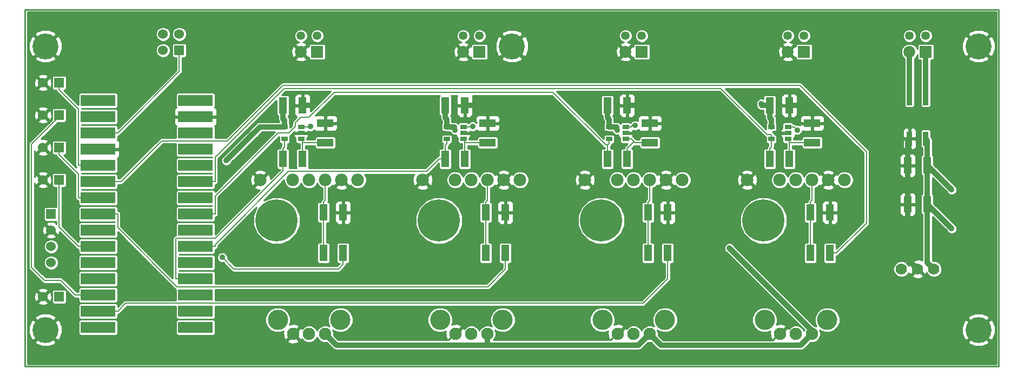
<source format=gbl>
G04 (created by PCBNEW-RS274X (2010-03-14)-final) date Mon 23 May 2011 11:29:30 AM PDT*
G01*
G70*
G90*
%MOIN*%
G04 Gerber Fmt 3.4, Leading zero omitted, Abs format*
%FSLAX34Y34*%
G04 APERTURE LIST*
%ADD10C,0.006000*%
%ADD11C,0.009000*%
%ADD12C,0.076000*%
%ADD13C,0.125000*%
%ADD14R,0.213000X0.069000*%
%ADD15C,0.070000*%
%ADD16R,0.039000X0.027000*%
%ADD17R,0.050000X0.100000*%
%ADD18R,0.100000X0.050000*%
%ADD19C,0.073000*%
%ADD20R,0.073000X0.073000*%
%ADD21C,0.053000*%
%ADD22R,0.060000X0.060000*%
%ADD23C,0.060000*%
%ADD24R,0.035000X0.085000*%
%ADD25C,0.078000*%
%ADD26C,0.260000*%
%ADD27C,0.160000*%
%ADD28C,0.035000*%
%ADD29C,0.032000*%
%ADD30C,0.008000*%
%ADD31C,0.010000*%
G04 APERTURE END LIST*
G54D10*
G54D11*
X25500Y-33500D02*
X25500Y-55500D01*
X85500Y-33500D02*
X25500Y-33500D01*
X85500Y-55500D02*
X85500Y-33500D01*
X25500Y-55500D02*
X85500Y-55500D01*
G54D12*
X42016Y-53500D03*
X43000Y-53500D03*
X43984Y-53500D03*
G54D13*
X41070Y-52634D03*
X44930Y-52634D03*
G54D12*
X72016Y-53500D03*
X73000Y-53500D03*
X73984Y-53500D03*
G54D13*
X71070Y-52634D03*
X74930Y-52634D03*
G54D12*
X62016Y-53500D03*
X63000Y-53500D03*
X63984Y-53500D03*
G54D13*
X61070Y-52634D03*
X64930Y-52634D03*
G54D12*
X52016Y-53500D03*
X53000Y-53500D03*
X53984Y-53500D03*
G54D13*
X51070Y-52634D03*
X54930Y-52634D03*
G54D14*
X30000Y-39100D03*
X30000Y-40100D03*
X30000Y-41100D03*
X30000Y-42100D03*
X30000Y-43100D03*
X30000Y-44100D03*
X30000Y-45100D03*
X30000Y-46100D03*
X30000Y-47100D03*
X30000Y-48100D03*
X30000Y-49100D03*
X30000Y-50100D03*
X30000Y-51100D03*
X30000Y-52100D03*
X30000Y-53100D03*
X36000Y-53100D03*
X36000Y-52100D03*
X36000Y-51100D03*
X36000Y-50100D03*
X36000Y-49100D03*
X36000Y-48100D03*
X36000Y-47100D03*
X36000Y-46100D03*
X36000Y-45100D03*
X36000Y-44100D03*
X36000Y-43100D03*
X36000Y-42100D03*
X36000Y-41100D03*
X36000Y-40100D03*
X36000Y-39100D03*
G54D15*
X81500Y-49500D03*
X80500Y-49500D03*
X79500Y-49500D03*
G54D16*
X42510Y-40725D03*
X42510Y-41100D03*
X42510Y-41475D03*
X41490Y-41475D03*
X41490Y-40725D03*
X52510Y-40725D03*
X52510Y-41100D03*
X52510Y-41475D03*
X51490Y-41475D03*
X51490Y-40725D03*
X62510Y-40725D03*
X62510Y-41100D03*
X62510Y-41475D03*
X61490Y-41475D03*
X61490Y-40725D03*
X72510Y-40725D03*
X72510Y-41100D03*
X72510Y-41475D03*
X71490Y-41475D03*
X71490Y-40725D03*
G54D17*
X81100Y-45500D03*
X79900Y-45500D03*
X42600Y-39400D03*
X41400Y-39400D03*
X43900Y-46000D03*
X45100Y-46000D03*
X52600Y-39400D03*
X51400Y-39400D03*
X53900Y-46000D03*
X55100Y-46000D03*
X62600Y-39400D03*
X61400Y-39400D03*
X63900Y-46000D03*
X65100Y-46000D03*
X72600Y-39400D03*
X71400Y-39400D03*
X73900Y-46000D03*
X75100Y-46000D03*
X43900Y-48500D03*
X45100Y-48500D03*
X41400Y-42700D03*
X42600Y-42700D03*
G54D18*
X44000Y-41700D03*
X44000Y-40500D03*
G54D17*
X53900Y-48500D03*
X55100Y-48500D03*
X51400Y-42700D03*
X52600Y-42700D03*
G54D18*
X54000Y-41700D03*
X54000Y-40500D03*
G54D17*
X63900Y-48500D03*
X65100Y-48500D03*
X61400Y-42700D03*
X62600Y-42700D03*
G54D18*
X64000Y-41700D03*
X64000Y-40500D03*
G54D17*
X73900Y-48500D03*
X75100Y-48500D03*
X71400Y-42700D03*
X72600Y-42700D03*
G54D18*
X74000Y-41700D03*
X74000Y-40500D03*
G54D19*
X42500Y-36100D03*
G54D20*
X43500Y-36100D03*
G54D21*
X43500Y-35100D03*
X42500Y-35100D03*
G54D19*
X52500Y-36100D03*
G54D20*
X53500Y-36100D03*
G54D21*
X53500Y-35100D03*
X52500Y-35100D03*
G54D19*
X62500Y-36100D03*
G54D20*
X63500Y-36100D03*
G54D21*
X63500Y-35100D03*
X62500Y-35100D03*
G54D19*
X72500Y-36100D03*
G54D20*
X73500Y-36100D03*
G54D21*
X73500Y-35100D03*
X72500Y-35100D03*
G54D22*
X27100Y-46100D03*
G54D23*
X27100Y-47100D03*
X27100Y-48100D03*
X27100Y-49100D03*
G54D22*
X35000Y-36000D03*
G54D23*
X34000Y-36000D03*
X35000Y-35000D03*
X34000Y-35000D03*
G54D22*
X27600Y-51200D03*
G54D23*
X26600Y-51200D03*
G54D22*
X27600Y-44000D03*
G54D23*
X26600Y-44000D03*
G54D22*
X27600Y-42000D03*
G54D23*
X26600Y-42000D03*
G54D22*
X27600Y-40000D03*
G54D23*
X26600Y-40000D03*
G54D22*
X27600Y-38000D03*
G54D23*
X26600Y-38000D03*
G54D24*
X80000Y-41450D03*
X80000Y-38950D03*
X81000Y-41450D03*
X81000Y-38950D03*
G54D17*
X81100Y-43100D03*
X79900Y-43100D03*
G54D19*
X80000Y-36100D03*
G54D20*
X81000Y-36100D03*
G54D21*
X81000Y-35100D03*
X80000Y-35100D03*
G54D25*
X43000Y-44000D03*
X44000Y-44000D03*
X45000Y-44000D03*
X46000Y-44000D03*
X42000Y-44000D03*
X40000Y-44000D03*
G54D26*
X41000Y-46500D03*
G54D25*
X73000Y-44000D03*
X74000Y-44000D03*
X75000Y-44000D03*
X76000Y-44000D03*
X72000Y-44000D03*
X70000Y-44000D03*
G54D26*
X71000Y-46500D03*
G54D25*
X63000Y-44000D03*
X64000Y-44000D03*
X65000Y-44000D03*
X66000Y-44000D03*
X62000Y-44000D03*
X60000Y-44000D03*
G54D26*
X61000Y-46500D03*
G54D25*
X53000Y-44000D03*
X54000Y-44000D03*
X55000Y-44000D03*
X56000Y-44000D03*
X52000Y-44000D03*
X50000Y-44000D03*
G54D26*
X51000Y-46500D03*
G54D27*
X84250Y-35750D03*
X55500Y-35750D03*
X26750Y-35750D03*
X26750Y-53250D03*
X84250Y-53250D03*
G54D28*
X37900Y-42800D03*
X39600Y-41100D03*
X68900Y-48200D03*
X62000Y-40920D03*
X52000Y-40920D03*
X70861Y-39300D03*
X43100Y-40700D03*
X53078Y-40701D03*
X63078Y-40645D03*
X73078Y-40920D03*
X37647Y-48780D03*
X39000Y-46700D03*
X69300Y-42100D03*
X59300Y-42200D03*
X49400Y-42200D03*
X73800Y-39300D03*
X63800Y-39100D03*
X53800Y-39200D03*
X42000Y-41900D03*
X43200Y-39400D03*
X29800Y-34900D03*
X82600Y-47000D03*
X82600Y-44600D03*
G54D29*
X41490Y-40725D02*
X39975Y-40725D01*
X39975Y-40725D02*
X39600Y-41100D01*
X37900Y-42800D02*
X39600Y-41100D01*
X73984Y-53500D02*
X73984Y-53284D01*
X73984Y-53284D02*
X68900Y-48200D01*
X41400Y-40237D02*
X41490Y-40327D01*
X41400Y-39400D02*
X41400Y-40237D01*
X41490Y-40725D02*
X41490Y-40327D01*
X71490Y-40253D02*
X71490Y-40725D01*
X71400Y-40163D02*
X71490Y-40253D01*
X71400Y-39400D02*
X71400Y-40163D01*
X61400Y-39400D02*
X61400Y-40163D01*
X53984Y-53500D02*
X53984Y-54190D01*
X44674Y-54190D02*
X43984Y-53500D01*
X53984Y-54190D02*
X44674Y-54190D01*
X51490Y-40253D02*
X51400Y-40163D01*
X51490Y-40725D02*
X51490Y-40253D01*
X61490Y-40253D02*
X61400Y-40163D01*
X61490Y-40725D02*
X61490Y-40253D01*
X61948Y-40868D02*
X61948Y-40725D01*
X62000Y-40920D02*
X61948Y-40868D01*
X61490Y-40725D02*
X61948Y-40725D01*
X51948Y-40868D02*
X51948Y-40725D01*
X52000Y-40920D02*
X51948Y-40868D01*
X51490Y-40725D02*
X51948Y-40725D01*
X51400Y-39400D02*
X51400Y-40163D01*
X70887Y-39326D02*
X70887Y-39400D01*
X70861Y-39300D02*
X70887Y-39326D01*
X71400Y-39400D02*
X70887Y-39400D01*
X63294Y-54190D02*
X63984Y-53500D01*
X53984Y-54190D02*
X63294Y-54190D01*
X73286Y-54198D02*
X73984Y-53500D01*
X64682Y-54198D02*
X73286Y-54198D01*
X63984Y-53500D02*
X64682Y-54198D01*
G54D30*
X27600Y-40000D02*
X27600Y-40100D01*
X28600Y-51100D02*
X30000Y-51100D01*
X27700Y-50200D02*
X28600Y-51100D01*
X26700Y-50200D02*
X27700Y-50200D01*
X25900Y-49400D02*
X26700Y-50200D01*
X25900Y-41800D02*
X25900Y-49400D01*
X26500Y-41200D02*
X25900Y-41800D01*
X27600Y-40100D02*
X26500Y-41200D01*
X61490Y-41475D02*
X61490Y-41753D01*
X36000Y-46100D02*
X37208Y-46100D01*
X37208Y-44988D02*
X37208Y-46100D01*
X41096Y-41100D02*
X37208Y-44988D01*
X41753Y-41100D02*
X41096Y-41100D01*
X42154Y-40699D02*
X41753Y-41100D01*
X42154Y-40465D02*
X42154Y-40699D01*
X42476Y-40143D02*
X42154Y-40465D01*
X43002Y-40143D02*
X42476Y-40143D01*
X44551Y-38594D02*
X43002Y-40143D01*
X58021Y-38594D02*
X44551Y-38594D01*
X61270Y-41843D02*
X58021Y-38594D01*
X61400Y-41843D02*
X61270Y-41843D01*
X61400Y-42700D02*
X61400Y-41843D01*
X61400Y-41843D02*
X61490Y-41753D01*
X71400Y-42700D02*
X71400Y-42057D01*
X36000Y-44100D02*
X37208Y-44100D01*
X71490Y-41967D02*
X71490Y-41475D01*
X71400Y-42057D02*
X71490Y-41967D01*
X37208Y-42608D02*
X37208Y-44100D01*
X41465Y-38351D02*
X37208Y-42608D01*
X68366Y-38351D02*
X41465Y-38351D01*
X71212Y-41197D02*
X68366Y-38351D01*
X71490Y-41197D02*
X71212Y-41197D01*
X71490Y-41475D02*
X71490Y-41197D01*
X42510Y-40725D02*
X42925Y-40725D01*
X42925Y-40725D02*
X43100Y-40700D01*
X53000Y-50589D02*
X54011Y-50589D01*
X55100Y-49500D02*
X55100Y-48500D01*
X54011Y-50589D02*
X55100Y-49500D01*
X31208Y-46939D02*
X31208Y-46100D01*
X34858Y-50589D02*
X31208Y-46939D01*
X53011Y-50589D02*
X53000Y-50589D01*
X53000Y-50589D02*
X34858Y-50589D01*
X30000Y-46100D02*
X31208Y-46100D01*
X52872Y-40701D02*
X52848Y-40725D01*
X53078Y-40701D02*
X52872Y-40701D01*
X52510Y-40725D02*
X52848Y-40725D01*
X62928Y-40645D02*
X62848Y-40725D01*
X63078Y-40645D02*
X62928Y-40645D01*
X62510Y-40725D02*
X62848Y-40725D01*
X31414Y-44100D02*
X30000Y-44100D01*
X33925Y-41589D02*
X31414Y-44100D01*
X37966Y-41589D02*
X33925Y-41589D01*
X41388Y-38167D02*
X37966Y-41589D01*
X73240Y-38167D02*
X41388Y-38167D01*
X77339Y-42266D02*
X73240Y-38167D01*
X77339Y-46654D02*
X77339Y-42266D01*
X75493Y-48500D02*
X77339Y-46654D01*
X75100Y-48500D02*
X75493Y-48500D01*
X72883Y-40725D02*
X72510Y-40725D01*
X73078Y-40920D02*
X72883Y-40725D01*
X36000Y-50100D02*
X34792Y-50100D01*
X34792Y-47632D02*
X34792Y-50100D01*
X34813Y-47611D02*
X34792Y-47632D01*
X37230Y-47611D02*
X34813Y-47611D01*
X41400Y-43441D02*
X37230Y-47611D01*
X41400Y-42700D02*
X41400Y-43441D01*
X41490Y-41967D02*
X41490Y-41475D01*
X41400Y-42057D02*
X41490Y-41967D01*
X41400Y-42700D02*
X41400Y-42057D01*
X51400Y-41843D02*
X51490Y-41753D01*
X51400Y-42057D02*
X51400Y-41843D01*
X51490Y-41475D02*
X51490Y-41753D01*
X51400Y-42378D02*
X51400Y-42057D01*
X36000Y-48100D02*
X37208Y-48100D01*
X51400Y-42378D02*
X51400Y-42700D01*
X50241Y-43466D02*
X51007Y-42700D01*
X41733Y-43466D02*
X50241Y-43466D01*
X37208Y-47991D02*
X41733Y-43466D01*
X37208Y-48100D02*
X37208Y-47991D01*
X51400Y-42700D02*
X51007Y-42700D01*
X27600Y-46908D02*
X28792Y-48100D01*
X27600Y-44000D02*
X27600Y-46908D01*
X30000Y-48100D02*
X28792Y-48100D01*
X28792Y-43635D02*
X28792Y-45100D01*
X27600Y-42443D02*
X28792Y-43635D01*
X27600Y-42000D02*
X27600Y-42443D01*
X30000Y-45100D02*
X28792Y-45100D01*
X28792Y-39635D02*
X28792Y-43100D01*
X27600Y-38443D02*
X28792Y-39635D01*
X27600Y-38000D02*
X27600Y-38443D01*
X30000Y-43100D02*
X28792Y-43100D01*
X44100Y-49491D02*
X44809Y-49491D01*
X45100Y-49200D02*
X45100Y-48500D01*
X44809Y-49491D02*
X45100Y-49200D01*
X38358Y-49491D02*
X37647Y-48780D01*
X44109Y-49491D02*
X44100Y-49491D01*
X44100Y-49491D02*
X38358Y-49491D01*
X61988Y-51612D02*
X63588Y-51612D01*
X30000Y-52100D02*
X31208Y-52100D01*
X61988Y-51612D02*
X31696Y-51612D01*
X31696Y-51612D02*
X31208Y-52100D01*
X65100Y-50100D02*
X65100Y-48500D01*
X63588Y-51612D02*
X65100Y-50100D01*
X35000Y-37308D02*
X31208Y-41100D01*
X35000Y-36000D02*
X35000Y-37308D01*
X30000Y-41100D02*
X31208Y-41100D01*
G54D29*
X72600Y-39400D02*
X73700Y-39400D01*
X73700Y-39400D02*
X73800Y-39300D01*
X62600Y-39400D02*
X63500Y-39400D01*
X63500Y-39400D02*
X63800Y-39100D01*
X52600Y-39400D02*
X53600Y-39400D01*
X53600Y-39400D02*
X53800Y-39200D01*
X79900Y-45500D02*
X79900Y-48900D01*
X79900Y-48900D02*
X80500Y-49500D01*
X79900Y-45500D02*
X79900Y-43100D01*
X79900Y-43100D02*
X79900Y-41550D01*
X79900Y-41550D02*
X80000Y-41450D01*
X42600Y-39400D02*
X43200Y-39400D01*
X81000Y-38950D02*
X81000Y-36100D01*
X80000Y-38950D02*
X80000Y-36100D01*
G54D30*
X44000Y-41700D02*
X43357Y-41700D01*
X43357Y-41700D02*
X42600Y-41700D01*
X42600Y-42700D02*
X42600Y-41700D01*
X42600Y-41565D02*
X42510Y-41475D01*
X42600Y-41700D02*
X42600Y-41565D01*
X44000Y-45257D02*
X43900Y-45357D01*
X44000Y-44000D02*
X44000Y-45257D01*
X43900Y-46000D02*
X43900Y-45357D01*
X43900Y-48500D02*
X43900Y-46000D01*
X54000Y-41700D02*
X53357Y-41700D01*
X53357Y-41700D02*
X52600Y-41700D01*
X52600Y-42700D02*
X52600Y-41700D01*
X52600Y-41565D02*
X52510Y-41475D01*
X52600Y-41700D02*
X52600Y-41565D01*
X54000Y-45257D02*
X53900Y-45357D01*
X54000Y-44000D02*
X54000Y-45257D01*
X53900Y-46000D02*
X53900Y-45357D01*
X53900Y-48500D02*
X53900Y-46000D01*
X62510Y-41475D02*
X62848Y-41475D01*
X62600Y-42700D02*
X62600Y-42057D01*
X62600Y-42057D02*
X63015Y-41642D01*
X63073Y-41700D02*
X63015Y-41642D01*
X64000Y-41700D02*
X63073Y-41700D01*
X63015Y-41642D02*
X62848Y-41475D01*
X64000Y-45257D02*
X63900Y-45357D01*
X64000Y-44000D02*
X64000Y-45257D01*
X63900Y-46000D02*
X63900Y-45357D01*
X63900Y-48500D02*
X63900Y-46000D01*
X74000Y-41700D02*
X73357Y-41700D01*
X73357Y-41700D02*
X72600Y-41700D01*
X72600Y-42700D02*
X72600Y-41700D01*
X72600Y-41565D02*
X72510Y-41475D01*
X72600Y-41700D02*
X72600Y-41565D01*
X74000Y-45257D02*
X73900Y-45357D01*
X74000Y-44000D02*
X74000Y-45257D01*
X73900Y-46000D02*
X73900Y-45357D01*
X73900Y-48500D02*
X73900Y-46000D01*
G54D29*
X81100Y-45500D02*
X82600Y-47000D01*
X81100Y-43100D02*
X82600Y-44600D01*
X81100Y-45500D02*
X81100Y-49100D01*
X81100Y-49100D02*
X81500Y-49500D01*
X81100Y-45500D02*
X81100Y-43100D01*
X81100Y-43100D02*
X81100Y-41550D01*
X81100Y-41550D02*
X81000Y-41450D01*
G54D31*
X25645Y-33645D02*
X85355Y-33645D01*
X25645Y-33725D02*
X85355Y-33725D01*
X25645Y-33805D02*
X85355Y-33805D01*
X25645Y-33885D02*
X85355Y-33885D01*
X25645Y-33965D02*
X85355Y-33965D01*
X25645Y-34045D02*
X85355Y-34045D01*
X25645Y-34125D02*
X85355Y-34125D01*
X25645Y-34205D02*
X85355Y-34205D01*
X25645Y-34285D02*
X85355Y-34285D01*
X25645Y-34365D02*
X85355Y-34365D01*
X25645Y-34445D02*
X85355Y-34445D01*
X25645Y-34525D02*
X85355Y-34525D01*
X25645Y-34605D02*
X33780Y-34605D01*
X34220Y-34605D02*
X34780Y-34605D01*
X35220Y-34605D02*
X85355Y-34605D01*
X25645Y-34685D02*
X33680Y-34685D01*
X34320Y-34685D02*
X34680Y-34685D01*
X35320Y-34685D02*
X42418Y-34685D01*
X42583Y-34685D02*
X43418Y-34685D01*
X43583Y-34685D02*
X52418Y-34685D01*
X52583Y-34685D02*
X53418Y-34685D01*
X53583Y-34685D02*
X62418Y-34685D01*
X62583Y-34685D02*
X63418Y-34685D01*
X63583Y-34685D02*
X72418Y-34685D01*
X72583Y-34685D02*
X73418Y-34685D01*
X73583Y-34685D02*
X79918Y-34685D01*
X80083Y-34685D02*
X80918Y-34685D01*
X81083Y-34685D02*
X85355Y-34685D01*
X25645Y-34765D02*
X26435Y-34765D01*
X27058Y-34765D02*
X33612Y-34765D01*
X34389Y-34765D02*
X34612Y-34765D01*
X35389Y-34765D02*
X42249Y-34765D01*
X42752Y-34765D02*
X43249Y-34765D01*
X43752Y-34765D02*
X52249Y-34765D01*
X52752Y-34765D02*
X53249Y-34765D01*
X53752Y-34765D02*
X55185Y-34765D01*
X55808Y-34765D02*
X62249Y-34765D01*
X62752Y-34765D02*
X63249Y-34765D01*
X63752Y-34765D02*
X72249Y-34765D01*
X72752Y-34765D02*
X73249Y-34765D01*
X73752Y-34765D02*
X79749Y-34765D01*
X80252Y-34765D02*
X80749Y-34765D01*
X81252Y-34765D02*
X83935Y-34765D01*
X84558Y-34765D02*
X85355Y-34765D01*
X25645Y-34845D02*
X26242Y-34845D01*
X27257Y-34845D02*
X33579Y-34845D01*
X34422Y-34845D02*
X34579Y-34845D01*
X35422Y-34845D02*
X42169Y-34845D01*
X42832Y-34845D02*
X43169Y-34845D01*
X43832Y-34845D02*
X52169Y-34845D01*
X52832Y-34845D02*
X53169Y-34845D01*
X53832Y-34845D02*
X54992Y-34845D01*
X56007Y-34845D02*
X62169Y-34845D01*
X62832Y-34845D02*
X63169Y-34845D01*
X63832Y-34845D02*
X72169Y-34845D01*
X72832Y-34845D02*
X73169Y-34845D01*
X73832Y-34845D02*
X79669Y-34845D01*
X80332Y-34845D02*
X80669Y-34845D01*
X81332Y-34845D02*
X83742Y-34845D01*
X84757Y-34845D02*
X85355Y-34845D01*
X25645Y-34925D02*
X26143Y-34925D01*
X27358Y-34925D02*
X33551Y-34925D01*
X34449Y-34925D02*
X34551Y-34925D01*
X35449Y-34925D02*
X42124Y-34925D01*
X42877Y-34925D02*
X43124Y-34925D01*
X43877Y-34925D02*
X52124Y-34925D01*
X52877Y-34925D02*
X53124Y-34925D01*
X53877Y-34925D02*
X54893Y-34925D01*
X56108Y-34925D02*
X62124Y-34925D01*
X62877Y-34925D02*
X63124Y-34925D01*
X63877Y-34925D02*
X72124Y-34925D01*
X72877Y-34925D02*
X73124Y-34925D01*
X73877Y-34925D02*
X79624Y-34925D01*
X80377Y-34925D02*
X80624Y-34925D01*
X81377Y-34925D02*
X83643Y-34925D01*
X84858Y-34925D02*
X85355Y-34925D01*
X25645Y-35005D02*
X26096Y-35005D01*
X27405Y-35005D02*
X33551Y-35005D01*
X34449Y-35005D02*
X34551Y-35005D01*
X35449Y-35005D02*
X42091Y-35005D01*
X42910Y-35005D02*
X43091Y-35005D01*
X43910Y-35005D02*
X52091Y-35005D01*
X52910Y-35005D02*
X53091Y-35005D01*
X53910Y-35005D02*
X54846Y-35005D01*
X56155Y-35005D02*
X62091Y-35005D01*
X62910Y-35005D02*
X63091Y-35005D01*
X63910Y-35005D02*
X72091Y-35005D01*
X72910Y-35005D02*
X73091Y-35005D01*
X73910Y-35005D02*
X79591Y-35005D01*
X80410Y-35005D02*
X80591Y-35005D01*
X81410Y-35005D02*
X83596Y-35005D01*
X84905Y-35005D02*
X85355Y-35005D01*
X25645Y-35085D02*
X26156Y-35085D01*
X27344Y-35085D02*
X33551Y-35085D01*
X34449Y-35085D02*
X34551Y-35085D01*
X35449Y-35085D02*
X42085Y-35085D01*
X42915Y-35085D02*
X43085Y-35085D01*
X43915Y-35085D02*
X52085Y-35085D01*
X52915Y-35085D02*
X53085Y-35085D01*
X53915Y-35085D02*
X54906Y-35085D01*
X56094Y-35085D02*
X62085Y-35085D01*
X62915Y-35085D02*
X63085Y-35085D01*
X63915Y-35085D02*
X72085Y-35085D01*
X72915Y-35085D02*
X73085Y-35085D01*
X73915Y-35085D02*
X79585Y-35085D01*
X80415Y-35085D02*
X80585Y-35085D01*
X81415Y-35085D02*
X83656Y-35085D01*
X84844Y-35085D02*
X85355Y-35085D01*
X25645Y-35165D02*
X25889Y-35165D01*
X26094Y-35165D02*
X26236Y-35165D01*
X27264Y-35165D02*
X27406Y-35165D01*
X27612Y-35165D02*
X33582Y-35165D01*
X34417Y-35165D02*
X34582Y-35165D01*
X35417Y-35165D02*
X42085Y-35165D01*
X42915Y-35165D02*
X43085Y-35165D01*
X43915Y-35165D02*
X52085Y-35165D01*
X52915Y-35165D02*
X53085Y-35165D01*
X53915Y-35165D02*
X54639Y-35165D01*
X54844Y-35165D02*
X54986Y-35165D01*
X56014Y-35165D02*
X56156Y-35165D01*
X56362Y-35165D02*
X62085Y-35165D01*
X62915Y-35165D02*
X63085Y-35165D01*
X63915Y-35165D02*
X72085Y-35165D01*
X72915Y-35165D02*
X73085Y-35165D01*
X73915Y-35165D02*
X79585Y-35165D01*
X80415Y-35165D02*
X80585Y-35165D01*
X81415Y-35165D02*
X83389Y-35165D01*
X83594Y-35165D02*
X83736Y-35165D01*
X84764Y-35165D02*
X84906Y-35165D01*
X85112Y-35165D02*
X85355Y-35165D01*
X25645Y-35245D02*
X25845Y-35245D01*
X26174Y-35245D02*
X26316Y-35245D01*
X27184Y-35245D02*
X27326Y-35245D01*
X27657Y-35245D02*
X33615Y-35245D01*
X34384Y-35245D02*
X34615Y-35245D01*
X35384Y-35245D02*
X42110Y-35245D01*
X42888Y-35245D02*
X43110Y-35245D01*
X43888Y-35245D02*
X52110Y-35245D01*
X52888Y-35245D02*
X53110Y-35245D01*
X53888Y-35245D02*
X54595Y-35245D01*
X54924Y-35245D02*
X55066Y-35245D01*
X55934Y-35245D02*
X56076Y-35245D01*
X56407Y-35245D02*
X62110Y-35245D01*
X62888Y-35245D02*
X63110Y-35245D01*
X63888Y-35245D02*
X72110Y-35245D01*
X72888Y-35245D02*
X73110Y-35245D01*
X73888Y-35245D02*
X79610Y-35245D01*
X80388Y-35245D02*
X80610Y-35245D01*
X81388Y-35245D02*
X83345Y-35245D01*
X83674Y-35245D02*
X83816Y-35245D01*
X84684Y-35245D02*
X84826Y-35245D01*
X85157Y-35245D02*
X85355Y-35245D01*
X25645Y-35325D02*
X25813Y-35325D01*
X26254Y-35325D02*
X26396Y-35325D01*
X27104Y-35325D02*
X27246Y-35325D01*
X27690Y-35325D02*
X33690Y-35325D01*
X34310Y-35325D02*
X34690Y-35325D01*
X35310Y-35325D02*
X42143Y-35325D01*
X42855Y-35325D02*
X43143Y-35325D01*
X43855Y-35325D02*
X52143Y-35325D01*
X52855Y-35325D02*
X53143Y-35325D01*
X53855Y-35325D02*
X54563Y-35325D01*
X55004Y-35325D02*
X55146Y-35325D01*
X55854Y-35325D02*
X55996Y-35325D01*
X56440Y-35325D02*
X62143Y-35325D01*
X62855Y-35325D02*
X63143Y-35325D01*
X63855Y-35325D02*
X72143Y-35325D01*
X72855Y-35325D02*
X73143Y-35325D01*
X73855Y-35325D02*
X79643Y-35325D01*
X80355Y-35325D02*
X80643Y-35325D01*
X81355Y-35325D02*
X83313Y-35325D01*
X83754Y-35325D02*
X83896Y-35325D01*
X84604Y-35325D02*
X84746Y-35325D01*
X85190Y-35325D02*
X85355Y-35325D01*
X25645Y-35405D02*
X25780Y-35405D01*
X26334Y-35405D02*
X26476Y-35405D01*
X27024Y-35405D02*
X27166Y-35405D01*
X27723Y-35405D02*
X33804Y-35405D01*
X34195Y-35405D02*
X34804Y-35405D01*
X35195Y-35405D02*
X42218Y-35405D01*
X42781Y-35405D02*
X43218Y-35405D01*
X43781Y-35405D02*
X52218Y-35405D01*
X52781Y-35405D02*
X53218Y-35405D01*
X53781Y-35405D02*
X54530Y-35405D01*
X55084Y-35405D02*
X55226Y-35405D01*
X55774Y-35405D02*
X55916Y-35405D01*
X56473Y-35405D02*
X62218Y-35405D01*
X62781Y-35405D02*
X63218Y-35405D01*
X63781Y-35405D02*
X72218Y-35405D01*
X72781Y-35405D02*
X73218Y-35405D01*
X73781Y-35405D02*
X79718Y-35405D01*
X80281Y-35405D02*
X80718Y-35405D01*
X81281Y-35405D02*
X83280Y-35405D01*
X83834Y-35405D02*
X83976Y-35405D01*
X84524Y-35405D02*
X84666Y-35405D01*
X85223Y-35405D02*
X85355Y-35405D01*
X25645Y-35485D02*
X25748Y-35485D01*
X26414Y-35485D02*
X26556Y-35485D01*
X26944Y-35485D02*
X27086Y-35485D01*
X27756Y-35485D02*
X42346Y-35485D01*
X42653Y-35485D02*
X43345Y-35485D01*
X43654Y-35485D02*
X52346Y-35485D01*
X52653Y-35485D02*
X53345Y-35485D01*
X53654Y-35485D02*
X54498Y-35485D01*
X55164Y-35485D02*
X55306Y-35485D01*
X55694Y-35485D02*
X55836Y-35485D01*
X56506Y-35485D02*
X62346Y-35485D01*
X62653Y-35485D02*
X63345Y-35485D01*
X63654Y-35485D02*
X72346Y-35485D01*
X72653Y-35485D02*
X73345Y-35485D01*
X73654Y-35485D02*
X79845Y-35485D01*
X80154Y-35485D02*
X80845Y-35485D01*
X81154Y-35485D02*
X83248Y-35485D01*
X83914Y-35485D02*
X84056Y-35485D01*
X84444Y-35485D02*
X84586Y-35485D01*
X85256Y-35485D02*
X85355Y-35485D01*
X25645Y-35565D02*
X25720Y-35565D01*
X26494Y-35565D02*
X26636Y-35565D01*
X26864Y-35565D02*
X27006Y-35565D01*
X27778Y-35565D02*
X33877Y-35565D01*
X34124Y-35565D02*
X34637Y-35565D01*
X35364Y-35565D02*
X42205Y-35565D01*
X42793Y-35565D02*
X52205Y-35565D01*
X52793Y-35565D02*
X54470Y-35565D01*
X55244Y-35565D02*
X55386Y-35565D01*
X55614Y-35565D02*
X55756Y-35565D01*
X56528Y-35565D02*
X62205Y-35565D01*
X62793Y-35565D02*
X72205Y-35565D01*
X72793Y-35565D02*
X83220Y-35565D01*
X83994Y-35565D02*
X84136Y-35565D01*
X84364Y-35565D02*
X84506Y-35565D01*
X85278Y-35565D02*
X85355Y-35565D01*
X25645Y-35645D02*
X25720Y-35645D01*
X26574Y-35645D02*
X26716Y-35645D01*
X26784Y-35645D02*
X26926Y-35645D01*
X27778Y-35645D02*
X33720Y-35645D01*
X34280Y-35645D02*
X34562Y-35645D01*
X35439Y-35645D02*
X42157Y-35645D01*
X42844Y-35645D02*
X43014Y-35645D01*
X43986Y-35645D02*
X52157Y-35645D01*
X52844Y-35645D02*
X53014Y-35645D01*
X53986Y-35645D02*
X54470Y-35645D01*
X55324Y-35645D02*
X55466Y-35645D01*
X55534Y-35645D02*
X55676Y-35645D01*
X56528Y-35645D02*
X62157Y-35645D01*
X62844Y-35645D02*
X63014Y-35645D01*
X63986Y-35645D02*
X72157Y-35645D01*
X72844Y-35645D02*
X73014Y-35645D01*
X73986Y-35645D02*
X79753Y-35645D01*
X80247Y-35645D02*
X80514Y-35645D01*
X81486Y-35645D02*
X83220Y-35645D01*
X84074Y-35645D02*
X84216Y-35645D01*
X84284Y-35645D02*
X84426Y-35645D01*
X85278Y-35645D02*
X85355Y-35645D01*
X25645Y-35725D02*
X25721Y-35725D01*
X26654Y-35725D02*
X26846Y-35725D01*
X27779Y-35725D02*
X33640Y-35725D01*
X34360Y-35725D02*
X34551Y-35725D01*
X35449Y-35725D02*
X42195Y-35725D01*
X42804Y-35725D02*
X42986Y-35725D01*
X44014Y-35725D02*
X52195Y-35725D01*
X52804Y-35725D02*
X52986Y-35725D01*
X54014Y-35725D02*
X54471Y-35725D01*
X55404Y-35725D02*
X55596Y-35725D01*
X56529Y-35725D02*
X62195Y-35725D01*
X62804Y-35725D02*
X62986Y-35725D01*
X64014Y-35725D02*
X72195Y-35725D01*
X72804Y-35725D02*
X72986Y-35725D01*
X74014Y-35725D02*
X79647Y-35725D01*
X80353Y-35725D02*
X80486Y-35725D01*
X81514Y-35725D02*
X83221Y-35725D01*
X84154Y-35725D02*
X84346Y-35725D01*
X85279Y-35725D02*
X85355Y-35725D01*
X25645Y-35805D02*
X25721Y-35805D01*
X26624Y-35805D02*
X26876Y-35805D01*
X27779Y-35805D02*
X33595Y-35805D01*
X34406Y-35805D02*
X34551Y-35805D01*
X35449Y-35805D02*
X41966Y-35805D01*
X42135Y-35805D02*
X42275Y-35805D01*
X42724Y-35805D02*
X42866Y-35805D01*
X44014Y-35805D02*
X51966Y-35805D01*
X52135Y-35805D02*
X52275Y-35805D01*
X52724Y-35805D02*
X52866Y-35805D01*
X54014Y-35805D02*
X54471Y-35805D01*
X55374Y-35805D02*
X55626Y-35805D01*
X56529Y-35805D02*
X61966Y-35805D01*
X62135Y-35805D02*
X62275Y-35805D01*
X62724Y-35805D02*
X62866Y-35805D01*
X64014Y-35805D02*
X71966Y-35805D01*
X72135Y-35805D02*
X72275Y-35805D01*
X72724Y-35805D02*
X72866Y-35805D01*
X74014Y-35805D02*
X79567Y-35805D01*
X80433Y-35805D02*
X80486Y-35805D01*
X81514Y-35805D02*
X83221Y-35805D01*
X84124Y-35805D02*
X84376Y-35805D01*
X85279Y-35805D02*
X85355Y-35805D01*
X25645Y-35885D02*
X25722Y-35885D01*
X26544Y-35885D02*
X26686Y-35885D01*
X26814Y-35885D02*
X26956Y-35885D01*
X27780Y-35885D02*
X33562Y-35885D01*
X34439Y-35885D02*
X34551Y-35885D01*
X35449Y-35885D02*
X41937Y-35885D01*
X42215Y-35885D02*
X42355Y-35885D01*
X42644Y-35885D02*
X42786Y-35885D01*
X44014Y-35885D02*
X51937Y-35885D01*
X52215Y-35885D02*
X52355Y-35885D01*
X52644Y-35885D02*
X52786Y-35885D01*
X54014Y-35885D02*
X54472Y-35885D01*
X55294Y-35885D02*
X55436Y-35885D01*
X55564Y-35885D02*
X55706Y-35885D01*
X56530Y-35885D02*
X61937Y-35885D01*
X62215Y-35885D02*
X62355Y-35885D01*
X62644Y-35885D02*
X62786Y-35885D01*
X64014Y-35885D02*
X71937Y-35885D01*
X72215Y-35885D02*
X72355Y-35885D01*
X72644Y-35885D02*
X72786Y-35885D01*
X74014Y-35885D02*
X79532Y-35885D01*
X80469Y-35885D02*
X80486Y-35885D01*
X81514Y-35885D02*
X83222Y-35885D01*
X84044Y-35885D02*
X84186Y-35885D01*
X84314Y-35885D02*
X84456Y-35885D01*
X85280Y-35885D02*
X85355Y-35885D01*
X25645Y-35965D02*
X25723Y-35965D01*
X26464Y-35965D02*
X26606Y-35965D01*
X26894Y-35965D02*
X27036Y-35965D01*
X27772Y-35965D02*
X33551Y-35965D01*
X34449Y-35965D02*
X34551Y-35965D01*
X35449Y-35965D02*
X41908Y-35965D01*
X42295Y-35965D02*
X42436Y-35965D01*
X42564Y-35965D02*
X42706Y-35965D01*
X44014Y-35965D02*
X51908Y-35965D01*
X52295Y-35965D02*
X52436Y-35965D01*
X52564Y-35965D02*
X52706Y-35965D01*
X54014Y-35965D02*
X54473Y-35965D01*
X55214Y-35965D02*
X55356Y-35965D01*
X55644Y-35965D02*
X55786Y-35965D01*
X56522Y-35965D02*
X61908Y-35965D01*
X62295Y-35965D02*
X62436Y-35965D01*
X62564Y-35965D02*
X62706Y-35965D01*
X64014Y-35965D02*
X71908Y-35965D01*
X72295Y-35965D02*
X72436Y-35965D01*
X72564Y-35965D02*
X72706Y-35965D01*
X74014Y-35965D02*
X79499Y-35965D01*
X81514Y-35965D02*
X83223Y-35965D01*
X83964Y-35965D02*
X84106Y-35965D01*
X84394Y-35965D02*
X84536Y-35965D01*
X85272Y-35965D02*
X85355Y-35965D01*
X25645Y-36045D02*
X25756Y-36045D01*
X26384Y-36045D02*
X26526Y-36045D01*
X26974Y-36045D02*
X27116Y-36045D01*
X27740Y-36045D02*
X33551Y-36045D01*
X34449Y-36045D02*
X34551Y-36045D01*
X35449Y-36045D02*
X41894Y-36045D01*
X42375Y-36045D02*
X42626Y-36045D01*
X44014Y-36045D02*
X51894Y-36045D01*
X52375Y-36045D02*
X52626Y-36045D01*
X54014Y-36045D02*
X54506Y-36045D01*
X55134Y-36045D02*
X55276Y-36045D01*
X55724Y-36045D02*
X55866Y-36045D01*
X56490Y-36045D02*
X61894Y-36045D01*
X62375Y-36045D02*
X62626Y-36045D01*
X64014Y-36045D02*
X71894Y-36045D01*
X72375Y-36045D02*
X72626Y-36045D01*
X74014Y-36045D02*
X79485Y-36045D01*
X81514Y-36045D02*
X83256Y-36045D01*
X83884Y-36045D02*
X84026Y-36045D01*
X84474Y-36045D02*
X84616Y-36045D01*
X85240Y-36045D02*
X85355Y-36045D01*
X25645Y-36125D02*
X25789Y-36125D01*
X26304Y-36125D02*
X26446Y-36125D01*
X27054Y-36125D02*
X27196Y-36125D01*
X27707Y-36125D02*
X33565Y-36125D01*
X34434Y-36125D02*
X34551Y-36125D01*
X35449Y-36125D02*
X41898Y-36125D01*
X42404Y-36125D02*
X42595Y-36125D01*
X44014Y-36125D02*
X51898Y-36125D01*
X52404Y-36125D02*
X52595Y-36125D01*
X54014Y-36125D02*
X54539Y-36125D01*
X55054Y-36125D02*
X55196Y-36125D01*
X55804Y-36125D02*
X55946Y-36125D01*
X56457Y-36125D02*
X61898Y-36125D01*
X62404Y-36125D02*
X62595Y-36125D01*
X64014Y-36125D02*
X71898Y-36125D01*
X72404Y-36125D02*
X72595Y-36125D01*
X74014Y-36125D02*
X79485Y-36125D01*
X81514Y-36125D02*
X83289Y-36125D01*
X83804Y-36125D02*
X83946Y-36125D01*
X84554Y-36125D02*
X84696Y-36125D01*
X85207Y-36125D02*
X85355Y-36125D01*
X25645Y-36205D02*
X25822Y-36205D01*
X26224Y-36205D02*
X26366Y-36205D01*
X27134Y-36205D02*
X27276Y-36205D01*
X27675Y-36205D02*
X33598Y-36205D01*
X34400Y-36205D02*
X34551Y-36205D01*
X35449Y-36205D02*
X41901Y-36205D01*
X42324Y-36205D02*
X42466Y-36205D01*
X42535Y-36205D02*
X42675Y-36205D01*
X44014Y-36205D02*
X51901Y-36205D01*
X52324Y-36205D02*
X52466Y-36205D01*
X52535Y-36205D02*
X52675Y-36205D01*
X54014Y-36205D02*
X54572Y-36205D01*
X54974Y-36205D02*
X55116Y-36205D01*
X55884Y-36205D02*
X56026Y-36205D01*
X56425Y-36205D02*
X61901Y-36205D01*
X62324Y-36205D02*
X62466Y-36205D01*
X62535Y-36205D02*
X62675Y-36205D01*
X64014Y-36205D02*
X71901Y-36205D01*
X72324Y-36205D02*
X72466Y-36205D01*
X72535Y-36205D02*
X72675Y-36205D01*
X74014Y-36205D02*
X79486Y-36205D01*
X81514Y-36205D02*
X83322Y-36205D01*
X83724Y-36205D02*
X83866Y-36205D01*
X84634Y-36205D02*
X84776Y-36205D01*
X85175Y-36205D02*
X85355Y-36205D01*
X25645Y-36285D02*
X25856Y-36285D01*
X26144Y-36285D02*
X26286Y-36285D01*
X27214Y-36285D02*
X27356Y-36285D01*
X27643Y-36285D02*
X33650Y-36285D01*
X34350Y-36285D02*
X34551Y-36285D01*
X35449Y-36285D02*
X41919Y-36285D01*
X42244Y-36285D02*
X42385Y-36285D01*
X42615Y-36285D02*
X42755Y-36285D01*
X44014Y-36285D02*
X51919Y-36285D01*
X52244Y-36285D02*
X52385Y-36285D01*
X52615Y-36285D02*
X52755Y-36285D01*
X54014Y-36285D02*
X54606Y-36285D01*
X54894Y-36285D02*
X55036Y-36285D01*
X55964Y-36285D02*
X56106Y-36285D01*
X56393Y-36285D02*
X61919Y-36285D01*
X62244Y-36285D02*
X62385Y-36285D01*
X62615Y-36285D02*
X62755Y-36285D01*
X64014Y-36285D02*
X71919Y-36285D01*
X72244Y-36285D02*
X72385Y-36285D01*
X72615Y-36285D02*
X72755Y-36285D01*
X74014Y-36285D02*
X79519Y-36285D01*
X80480Y-36285D02*
X80486Y-36285D01*
X81514Y-36285D02*
X83356Y-36285D01*
X83644Y-36285D02*
X83786Y-36285D01*
X84714Y-36285D02*
X84856Y-36285D01*
X85143Y-36285D02*
X85355Y-36285D01*
X25645Y-36365D02*
X25938Y-36365D01*
X26064Y-36365D02*
X26206Y-36365D01*
X27294Y-36365D02*
X27436Y-36365D01*
X27561Y-36365D02*
X33730Y-36365D01*
X34270Y-36365D02*
X34565Y-36365D01*
X35434Y-36365D02*
X41952Y-36365D01*
X42164Y-36365D02*
X42305Y-36365D01*
X42695Y-36365D02*
X42835Y-36365D01*
X44014Y-36365D02*
X51952Y-36365D01*
X52164Y-36365D02*
X52305Y-36365D01*
X52695Y-36365D02*
X52835Y-36365D01*
X54014Y-36365D02*
X54688Y-36365D01*
X54814Y-36365D02*
X54956Y-36365D01*
X56044Y-36365D02*
X56186Y-36365D01*
X56311Y-36365D02*
X61952Y-36365D01*
X62164Y-36365D02*
X62305Y-36365D01*
X62695Y-36365D02*
X62835Y-36365D01*
X64014Y-36365D02*
X71952Y-36365D01*
X72164Y-36365D02*
X72305Y-36365D01*
X72695Y-36365D02*
X72835Y-36365D01*
X74014Y-36365D02*
X79552Y-36365D01*
X80447Y-36365D02*
X80486Y-36365D01*
X81514Y-36365D02*
X83438Y-36365D01*
X83564Y-36365D02*
X83706Y-36365D01*
X84794Y-36365D02*
X84936Y-36365D01*
X85061Y-36365D02*
X85355Y-36365D01*
X25645Y-36445D02*
X26126Y-36445D01*
X27374Y-36445D02*
X33900Y-36445D01*
X34098Y-36445D02*
X34661Y-36445D01*
X35339Y-36445D02*
X42049Y-36445D01*
X42084Y-36445D02*
X42225Y-36445D01*
X42775Y-36445D02*
X42915Y-36445D01*
X42950Y-36445D02*
X42986Y-36445D01*
X44014Y-36445D02*
X52049Y-36445D01*
X52084Y-36445D02*
X52225Y-36445D01*
X52775Y-36445D02*
X52915Y-36445D01*
X52950Y-36445D02*
X52986Y-36445D01*
X54014Y-36445D02*
X54876Y-36445D01*
X56124Y-36445D02*
X62049Y-36445D01*
X62084Y-36445D02*
X62225Y-36445D01*
X62775Y-36445D02*
X62915Y-36445D01*
X62950Y-36445D02*
X62986Y-36445D01*
X64014Y-36445D02*
X72049Y-36445D01*
X72084Y-36445D02*
X72225Y-36445D01*
X72775Y-36445D02*
X72915Y-36445D01*
X72950Y-36445D02*
X72986Y-36445D01*
X74014Y-36445D02*
X79617Y-36445D01*
X80383Y-36445D02*
X80486Y-36445D01*
X81514Y-36445D02*
X83626Y-36445D01*
X84874Y-36445D02*
X85355Y-36445D01*
X25645Y-36525D02*
X26113Y-36525D01*
X27386Y-36525D02*
X34810Y-36525D01*
X35190Y-36525D02*
X42146Y-36525D01*
X42853Y-36525D02*
X42998Y-36525D01*
X44001Y-36525D02*
X52146Y-36525D01*
X52853Y-36525D02*
X52998Y-36525D01*
X54001Y-36525D02*
X54863Y-36525D01*
X56136Y-36525D02*
X62146Y-36525D01*
X62853Y-36525D02*
X62998Y-36525D01*
X64001Y-36525D02*
X72146Y-36525D01*
X72853Y-36525D02*
X72998Y-36525D01*
X74001Y-36525D02*
X79690Y-36525D01*
X80310Y-36525D02*
X80498Y-36525D01*
X81501Y-36525D02*
X83613Y-36525D01*
X84886Y-36525D02*
X85355Y-36525D01*
X25645Y-36605D02*
X26160Y-36605D01*
X27339Y-36605D02*
X34810Y-36605D01*
X35190Y-36605D02*
X42173Y-36605D01*
X42826Y-36605D02*
X43083Y-36605D01*
X43916Y-36605D02*
X52173Y-36605D01*
X52826Y-36605D02*
X53083Y-36605D01*
X53916Y-36605D02*
X54910Y-36605D01*
X56089Y-36605D02*
X62173Y-36605D01*
X62826Y-36605D02*
X63083Y-36605D01*
X63916Y-36605D02*
X72173Y-36605D01*
X72826Y-36605D02*
X73083Y-36605D01*
X73916Y-36605D02*
X79690Y-36605D01*
X80310Y-36605D02*
X80583Y-36605D01*
X81416Y-36605D02*
X83660Y-36605D01*
X84839Y-36605D02*
X85355Y-36605D01*
X25645Y-36685D02*
X26318Y-36685D01*
X27186Y-36685D02*
X34810Y-36685D01*
X35190Y-36685D02*
X42344Y-36685D01*
X42673Y-36685D02*
X52344Y-36685D01*
X52673Y-36685D02*
X55068Y-36685D01*
X55936Y-36685D02*
X62344Y-36685D01*
X62673Y-36685D02*
X72344Y-36685D01*
X72673Y-36685D02*
X79690Y-36685D01*
X80310Y-36685D02*
X80690Y-36685D01*
X81310Y-36685D02*
X83818Y-36685D01*
X84686Y-36685D02*
X85355Y-36685D01*
X25645Y-36765D02*
X26516Y-36765D01*
X26992Y-36765D02*
X34810Y-36765D01*
X35190Y-36765D02*
X55266Y-36765D01*
X55742Y-36765D02*
X79690Y-36765D01*
X80310Y-36765D02*
X80690Y-36765D01*
X81310Y-36765D02*
X84016Y-36765D01*
X84492Y-36765D02*
X85355Y-36765D01*
X25645Y-36845D02*
X34810Y-36845D01*
X35190Y-36845D02*
X79690Y-36845D01*
X80310Y-36845D02*
X80690Y-36845D01*
X81310Y-36845D02*
X85355Y-36845D01*
X25645Y-36925D02*
X34810Y-36925D01*
X35190Y-36925D02*
X79690Y-36925D01*
X80310Y-36925D02*
X80690Y-36925D01*
X81310Y-36925D02*
X85355Y-36925D01*
X25645Y-37005D02*
X34810Y-37005D01*
X35190Y-37005D02*
X79690Y-37005D01*
X80310Y-37005D02*
X80690Y-37005D01*
X81310Y-37005D02*
X85355Y-37005D01*
X25645Y-37085D02*
X34810Y-37085D01*
X35190Y-37085D02*
X79690Y-37085D01*
X80310Y-37085D02*
X80690Y-37085D01*
X81310Y-37085D02*
X85355Y-37085D01*
X25645Y-37165D02*
X34810Y-37165D01*
X35190Y-37165D02*
X79690Y-37165D01*
X80310Y-37165D02*
X80690Y-37165D01*
X81310Y-37165D02*
X85355Y-37165D01*
X25645Y-37245D02*
X34794Y-37245D01*
X35190Y-37245D02*
X79690Y-37245D01*
X80310Y-37245D02*
X80690Y-37245D01*
X81310Y-37245D02*
X85355Y-37245D01*
X25645Y-37325D02*
X34714Y-37325D01*
X35186Y-37325D02*
X79690Y-37325D01*
X80310Y-37325D02*
X80690Y-37325D01*
X81310Y-37325D02*
X85355Y-37325D01*
X25645Y-37405D02*
X34634Y-37405D01*
X35159Y-37405D02*
X79690Y-37405D01*
X80310Y-37405D02*
X80690Y-37405D01*
X81310Y-37405D02*
X85355Y-37405D01*
X25645Y-37485D02*
X26425Y-37485D01*
X26759Y-37485D02*
X34554Y-37485D01*
X35091Y-37485D02*
X79690Y-37485D01*
X80310Y-37485D02*
X80690Y-37485D01*
X81310Y-37485D02*
X85355Y-37485D01*
X25645Y-37565D02*
X26309Y-37565D01*
X26892Y-37565D02*
X27237Y-37565D01*
X27964Y-37565D02*
X34474Y-37565D01*
X35011Y-37565D02*
X79690Y-37565D01*
X80310Y-37565D02*
X80690Y-37565D01*
X81310Y-37565D02*
X85355Y-37565D01*
X25645Y-37645D02*
X26315Y-37645D01*
X26884Y-37645D02*
X27162Y-37645D01*
X28039Y-37645D02*
X34394Y-37645D01*
X34931Y-37645D02*
X79690Y-37645D01*
X80310Y-37645D02*
X80690Y-37645D01*
X81310Y-37645D02*
X85355Y-37645D01*
X25645Y-37725D02*
X26126Y-37725D01*
X26255Y-37725D02*
X26395Y-37725D01*
X26804Y-37725D02*
X26946Y-37725D01*
X27075Y-37725D02*
X27151Y-37725D01*
X28049Y-37725D02*
X34314Y-37725D01*
X34851Y-37725D02*
X79690Y-37725D01*
X80310Y-37725D02*
X80690Y-37725D01*
X81310Y-37725D02*
X85355Y-37725D01*
X25645Y-37805D02*
X26098Y-37805D01*
X26335Y-37805D02*
X26475Y-37805D01*
X26724Y-37805D02*
X26866Y-37805D01*
X27108Y-37805D02*
X27151Y-37805D01*
X28049Y-37805D02*
X34234Y-37805D01*
X34771Y-37805D02*
X79690Y-37805D01*
X80310Y-37805D02*
X80690Y-37805D01*
X81310Y-37805D02*
X85355Y-37805D01*
X25645Y-37885D02*
X26070Y-37885D01*
X26415Y-37885D02*
X26555Y-37885D01*
X26644Y-37885D02*
X26786Y-37885D01*
X27133Y-37885D02*
X27151Y-37885D01*
X28049Y-37885D02*
X34154Y-37885D01*
X34691Y-37885D02*
X79690Y-37885D01*
X80310Y-37885D02*
X80690Y-37885D01*
X81310Y-37885D02*
X85355Y-37885D01*
X25645Y-37965D02*
X26059Y-37965D01*
X26495Y-37965D02*
X26706Y-37965D01*
X27138Y-37965D02*
X27151Y-37965D01*
X28049Y-37965D02*
X34074Y-37965D01*
X34611Y-37965D02*
X79690Y-37965D01*
X80310Y-37965D02*
X80690Y-37965D01*
X81310Y-37965D02*
X85355Y-37965D01*
X25645Y-38045D02*
X26063Y-38045D01*
X26484Y-38045D02*
X26715Y-38045D01*
X27142Y-38045D02*
X27151Y-38045D01*
X28049Y-38045D02*
X33994Y-38045D01*
X34531Y-38045D02*
X41241Y-38045D01*
X73387Y-38045D02*
X79690Y-38045D01*
X80310Y-38045D02*
X80690Y-38045D01*
X81310Y-38045D02*
X85355Y-38045D01*
X25645Y-38125D02*
X26067Y-38125D01*
X26404Y-38125D02*
X26546Y-38125D01*
X26655Y-38125D02*
X26795Y-38125D01*
X27126Y-38125D02*
X27151Y-38125D01*
X28049Y-38125D02*
X33914Y-38125D01*
X34451Y-38125D02*
X41161Y-38125D01*
X73467Y-38125D02*
X79690Y-38125D01*
X80310Y-38125D02*
X80690Y-38125D01*
X81310Y-38125D02*
X85355Y-38125D01*
X25645Y-38205D02*
X26096Y-38205D01*
X26324Y-38205D02*
X26466Y-38205D01*
X26735Y-38205D02*
X26875Y-38205D01*
X27098Y-38205D02*
X27151Y-38205D01*
X28049Y-38205D02*
X33834Y-38205D01*
X34371Y-38205D02*
X41081Y-38205D01*
X73547Y-38205D02*
X79690Y-38205D01*
X80310Y-38205D02*
X80690Y-38205D01*
X81310Y-38205D02*
X85355Y-38205D01*
X25645Y-38285D02*
X26141Y-38285D01*
X26244Y-38285D02*
X26386Y-38285D01*
X26815Y-38285D02*
X26955Y-38285D01*
X27058Y-38285D02*
X27151Y-38285D01*
X28049Y-38285D02*
X33754Y-38285D01*
X34291Y-38285D02*
X41001Y-38285D01*
X73627Y-38285D02*
X79690Y-38285D01*
X80310Y-38285D02*
X80690Y-38285D01*
X81310Y-38285D02*
X85355Y-38285D01*
X25645Y-38365D02*
X26306Y-38365D01*
X26895Y-38365D02*
X27165Y-38365D01*
X28034Y-38365D02*
X33674Y-38365D01*
X34211Y-38365D02*
X40921Y-38365D01*
X68649Y-38365D02*
X73169Y-38365D01*
X73707Y-38365D02*
X79690Y-38365D01*
X80310Y-38365D02*
X80690Y-38365D01*
X81310Y-38365D02*
X85355Y-38365D01*
X25645Y-38445D02*
X26311Y-38445D01*
X26888Y-38445D02*
X27261Y-38445D01*
X27939Y-38445D02*
X33594Y-38445D01*
X34131Y-38445D02*
X40841Y-38445D01*
X68729Y-38445D02*
X73249Y-38445D01*
X73787Y-38445D02*
X79690Y-38445D01*
X80310Y-38445D02*
X80690Y-38445D01*
X81310Y-38445D02*
X85355Y-38445D01*
X25645Y-38525D02*
X26469Y-38525D01*
X26751Y-38525D02*
X27430Y-38525D01*
X27951Y-38525D02*
X33514Y-38525D01*
X34051Y-38525D02*
X40761Y-38525D01*
X68809Y-38525D02*
X73329Y-38525D01*
X73867Y-38525D02*
X79676Y-38525D01*
X80324Y-38525D02*
X80676Y-38525D01*
X81324Y-38525D02*
X85355Y-38525D01*
X25645Y-38605D02*
X27494Y-38605D01*
X28031Y-38605D02*
X33434Y-38605D01*
X33971Y-38605D02*
X40681Y-38605D01*
X58301Y-38605D02*
X68351Y-38605D01*
X68889Y-38605D02*
X73409Y-38605D01*
X73947Y-38605D02*
X79676Y-38605D01*
X80324Y-38605D02*
X80676Y-38605D01*
X81324Y-38605D02*
X85355Y-38605D01*
X25645Y-38685D02*
X27574Y-38685D01*
X28111Y-38685D02*
X28803Y-38685D01*
X31198Y-38685D02*
X33354Y-38685D01*
X33891Y-38685D02*
X34803Y-38685D01*
X37198Y-38685D02*
X40601Y-38685D01*
X58381Y-38685D02*
X62219Y-38685D01*
X62523Y-38685D02*
X62677Y-38685D01*
X62982Y-38685D02*
X68431Y-38685D01*
X68969Y-38685D02*
X72219Y-38685D01*
X72523Y-38685D02*
X72677Y-38685D01*
X72982Y-38685D02*
X73489Y-38685D01*
X74027Y-38685D02*
X79676Y-38685D01*
X80324Y-38685D02*
X80676Y-38685D01*
X81324Y-38685D02*
X85355Y-38685D01*
X25645Y-38765D02*
X27654Y-38765D01*
X28191Y-38765D02*
X28786Y-38765D01*
X31214Y-38765D02*
X33274Y-38765D01*
X33811Y-38765D02*
X34786Y-38765D01*
X37214Y-38765D02*
X40521Y-38765D01*
X58461Y-38765D02*
X61087Y-38765D01*
X61714Y-38765D02*
X62137Y-38765D01*
X62550Y-38765D02*
X62650Y-38765D01*
X63064Y-38765D02*
X68511Y-38765D01*
X69049Y-38765D02*
X71087Y-38765D01*
X71714Y-38765D02*
X72137Y-38765D01*
X72550Y-38765D02*
X72650Y-38765D01*
X73064Y-38765D02*
X73569Y-38765D01*
X74107Y-38765D02*
X79676Y-38765D01*
X80324Y-38765D02*
X80676Y-38765D01*
X81324Y-38765D02*
X85355Y-38765D01*
X25645Y-38845D02*
X27734Y-38845D01*
X28271Y-38845D02*
X28786Y-38845D01*
X31214Y-38845D02*
X33194Y-38845D01*
X33731Y-38845D02*
X34786Y-38845D01*
X37214Y-38845D02*
X40441Y-38845D01*
X44567Y-38845D02*
X51012Y-38845D01*
X51789Y-38845D02*
X52104Y-38845D01*
X53097Y-38845D02*
X58003Y-38845D01*
X58541Y-38845D02*
X61012Y-38845D01*
X61789Y-38845D02*
X62104Y-38845D01*
X62550Y-38845D02*
X62650Y-38845D01*
X63097Y-38845D02*
X68591Y-38845D01*
X69129Y-38845D02*
X71012Y-38845D01*
X71789Y-38845D02*
X72104Y-38845D01*
X72550Y-38845D02*
X72650Y-38845D01*
X73097Y-38845D02*
X73649Y-38845D01*
X74187Y-38845D02*
X79676Y-38845D01*
X80324Y-38845D02*
X80676Y-38845D01*
X81324Y-38845D02*
X85355Y-38845D01*
X25645Y-38925D02*
X27814Y-38925D01*
X28351Y-38925D02*
X28786Y-38925D01*
X31214Y-38925D02*
X33114Y-38925D01*
X33651Y-38925D02*
X34786Y-38925D01*
X37214Y-38925D02*
X40361Y-38925D01*
X44487Y-38925D02*
X51001Y-38925D01*
X51799Y-38925D02*
X52101Y-38925D01*
X53099Y-38925D02*
X58083Y-38925D01*
X58621Y-38925D02*
X61001Y-38925D01*
X61799Y-38925D02*
X62101Y-38925D01*
X62550Y-38925D02*
X62650Y-38925D01*
X63099Y-38925D02*
X68671Y-38925D01*
X69209Y-38925D02*
X71001Y-38925D01*
X71799Y-38925D02*
X72101Y-38925D01*
X72550Y-38925D02*
X72650Y-38925D01*
X73099Y-38925D02*
X73729Y-38925D01*
X74267Y-38925D02*
X79676Y-38925D01*
X80324Y-38925D02*
X80676Y-38925D01*
X81324Y-38925D02*
X85355Y-38925D01*
X25645Y-39005D02*
X27894Y-39005D01*
X28431Y-39005D02*
X28786Y-39005D01*
X31214Y-39005D02*
X33034Y-39005D01*
X33571Y-39005D02*
X34786Y-39005D01*
X37214Y-39005D02*
X40281Y-39005D01*
X44407Y-39005D02*
X51001Y-39005D01*
X51799Y-39005D02*
X52101Y-39005D01*
X53100Y-39005D02*
X58163Y-39005D01*
X58701Y-39005D02*
X61001Y-39005D01*
X61799Y-39005D02*
X62101Y-39005D01*
X62550Y-39005D02*
X62650Y-39005D01*
X63100Y-39005D02*
X68751Y-39005D01*
X69289Y-39005D02*
X70724Y-39005D01*
X70999Y-39005D02*
X71001Y-39005D01*
X71799Y-39005D02*
X72101Y-39005D01*
X72550Y-39005D02*
X72650Y-39005D01*
X73100Y-39005D02*
X73809Y-39005D01*
X74347Y-39005D02*
X79676Y-39005D01*
X80324Y-39005D02*
X80676Y-39005D01*
X81324Y-39005D02*
X85355Y-39005D01*
X25645Y-39085D02*
X27974Y-39085D01*
X28511Y-39085D02*
X28786Y-39085D01*
X31214Y-39085D02*
X32954Y-39085D01*
X33491Y-39085D02*
X34786Y-39085D01*
X37214Y-39085D02*
X40201Y-39085D01*
X40999Y-39085D02*
X41001Y-39085D01*
X44327Y-39085D02*
X51001Y-39085D01*
X51799Y-39085D02*
X52101Y-39085D01*
X53100Y-39085D02*
X58243Y-39085D01*
X58781Y-39085D02*
X61001Y-39085D01*
X61799Y-39085D02*
X62101Y-39085D01*
X62550Y-39085D02*
X62650Y-39085D01*
X63100Y-39085D02*
X68831Y-39085D01*
X69369Y-39085D02*
X70616Y-39085D01*
X71799Y-39085D02*
X72101Y-39085D01*
X72550Y-39085D02*
X72650Y-39085D01*
X73100Y-39085D02*
X73889Y-39085D01*
X74427Y-39085D02*
X79676Y-39085D01*
X80324Y-39085D02*
X80676Y-39085D01*
X81324Y-39085D02*
X85355Y-39085D01*
X25645Y-39165D02*
X28054Y-39165D01*
X28591Y-39165D02*
X28786Y-39165D01*
X31214Y-39165D02*
X32874Y-39165D01*
X33411Y-39165D02*
X34786Y-39165D01*
X37214Y-39165D02*
X40121Y-39165D01*
X40919Y-39165D02*
X41001Y-39165D01*
X44247Y-39165D02*
X51001Y-39165D01*
X51799Y-39165D02*
X52101Y-39165D01*
X53100Y-39165D02*
X58323Y-39165D01*
X58861Y-39165D02*
X61001Y-39165D01*
X61799Y-39165D02*
X62101Y-39165D01*
X62550Y-39165D02*
X62650Y-39165D01*
X63100Y-39165D02*
X68911Y-39165D01*
X69449Y-39165D02*
X70566Y-39165D01*
X71799Y-39165D02*
X72101Y-39165D01*
X72550Y-39165D02*
X72650Y-39165D01*
X73100Y-39165D02*
X73969Y-39165D01*
X74507Y-39165D02*
X79676Y-39165D01*
X80324Y-39165D02*
X80676Y-39165D01*
X81324Y-39165D02*
X85355Y-39165D01*
X25645Y-39245D02*
X28134Y-39245D01*
X28671Y-39245D02*
X28786Y-39245D01*
X31214Y-39245D02*
X32794Y-39245D01*
X33331Y-39245D02*
X34786Y-39245D01*
X37214Y-39245D02*
X40041Y-39245D01*
X40839Y-39245D02*
X41001Y-39245D01*
X44167Y-39245D02*
X51001Y-39245D01*
X51799Y-39245D02*
X52101Y-39245D01*
X53100Y-39245D02*
X58403Y-39245D01*
X58941Y-39245D02*
X61001Y-39245D01*
X61799Y-39245D02*
X62101Y-39245D01*
X62550Y-39245D02*
X62650Y-39245D01*
X63100Y-39245D02*
X68991Y-39245D01*
X69529Y-39245D02*
X70536Y-39245D01*
X71799Y-39245D02*
X72101Y-39245D01*
X72550Y-39245D02*
X72650Y-39245D01*
X73100Y-39245D02*
X74049Y-39245D01*
X74587Y-39245D02*
X79676Y-39245D01*
X80324Y-39245D02*
X80676Y-39245D01*
X81324Y-39245D02*
X85355Y-39245D01*
X25645Y-39325D02*
X28214Y-39325D01*
X28751Y-39325D02*
X28786Y-39325D01*
X31214Y-39325D02*
X32714Y-39325D01*
X33251Y-39325D02*
X34786Y-39325D01*
X37214Y-39325D02*
X39961Y-39325D01*
X40759Y-39325D02*
X41001Y-39325D01*
X44087Y-39325D02*
X51001Y-39325D01*
X51799Y-39325D02*
X52137Y-39325D01*
X53063Y-39325D02*
X58483Y-39325D01*
X59021Y-39325D02*
X61001Y-39325D01*
X61799Y-39325D02*
X62137Y-39325D01*
X62550Y-39325D02*
X62650Y-39325D01*
X63063Y-39325D02*
X69071Y-39325D01*
X69609Y-39325D02*
X70536Y-39325D01*
X71799Y-39325D02*
X72137Y-39325D01*
X72550Y-39325D02*
X72650Y-39325D01*
X73063Y-39325D02*
X74129Y-39325D01*
X74667Y-39325D02*
X79676Y-39325D01*
X80324Y-39325D02*
X80676Y-39325D01*
X81324Y-39325D02*
X85355Y-39325D01*
X25645Y-39405D02*
X28294Y-39405D01*
X31214Y-39405D02*
X32634Y-39405D01*
X33171Y-39405D02*
X34786Y-39405D01*
X37214Y-39405D02*
X39881Y-39405D01*
X40679Y-39405D02*
X41001Y-39405D01*
X44007Y-39405D02*
X51001Y-39405D01*
X51799Y-39405D02*
X58563Y-39405D01*
X59101Y-39405D02*
X61001Y-39405D01*
X61799Y-39405D02*
X69151Y-39405D01*
X69689Y-39405D02*
X70552Y-39405D01*
X71799Y-39405D02*
X74209Y-39405D01*
X74747Y-39405D02*
X79676Y-39405D01*
X80323Y-39405D02*
X80676Y-39405D01*
X81323Y-39405D02*
X85355Y-39405D01*
X25645Y-39485D02*
X26425Y-39485D01*
X26759Y-39485D02*
X28374Y-39485D01*
X31209Y-39485D02*
X32554Y-39485D01*
X33091Y-39485D02*
X34790Y-39485D01*
X37209Y-39485D02*
X39801Y-39485D01*
X40599Y-39485D02*
X41001Y-39485D01*
X43927Y-39485D02*
X51001Y-39485D01*
X51799Y-39485D02*
X52127Y-39485D01*
X52550Y-39485D02*
X52650Y-39485D01*
X53073Y-39485D02*
X58643Y-39485D01*
X59181Y-39485D02*
X61001Y-39485D01*
X61799Y-39485D02*
X62127Y-39485D01*
X62550Y-39485D02*
X62650Y-39485D01*
X63073Y-39485D02*
X69231Y-39485D01*
X69769Y-39485D02*
X70586Y-39485D01*
X71799Y-39485D02*
X72127Y-39485D01*
X72550Y-39485D02*
X72650Y-39485D01*
X73073Y-39485D02*
X74289Y-39485D01*
X74827Y-39485D02*
X79724Y-39485D01*
X80276Y-39485D02*
X80724Y-39485D01*
X81276Y-39485D02*
X85355Y-39485D01*
X25645Y-39565D02*
X26309Y-39565D01*
X26892Y-39565D02*
X27237Y-39565D01*
X27964Y-39565D02*
X28454Y-39565D01*
X31156Y-39565D02*
X32474Y-39565D01*
X33011Y-39565D02*
X34773Y-39565D01*
X37227Y-39565D02*
X39721Y-39565D01*
X40519Y-39565D02*
X41001Y-39565D01*
X43847Y-39565D02*
X51001Y-39565D01*
X51799Y-39565D02*
X52100Y-39565D01*
X52550Y-39565D02*
X52650Y-39565D01*
X53099Y-39565D02*
X58723Y-39565D01*
X59261Y-39565D02*
X61001Y-39565D01*
X61799Y-39565D02*
X62100Y-39565D01*
X62550Y-39565D02*
X62650Y-39565D01*
X63099Y-39565D02*
X69311Y-39565D01*
X69849Y-39565D02*
X70631Y-39565D01*
X71799Y-39565D02*
X72100Y-39565D01*
X72550Y-39565D02*
X72650Y-39565D01*
X73099Y-39565D02*
X74369Y-39565D01*
X74907Y-39565D02*
X85355Y-39565D01*
X25645Y-39645D02*
X26315Y-39645D01*
X26884Y-39645D02*
X27162Y-39645D01*
X28039Y-39645D02*
X28534Y-39645D01*
X31166Y-39645D02*
X32394Y-39645D01*
X32931Y-39645D02*
X34712Y-39645D01*
X37289Y-39645D02*
X39641Y-39645D01*
X40439Y-39645D02*
X41001Y-39645D01*
X43767Y-39645D02*
X51001Y-39645D01*
X51799Y-39645D02*
X52100Y-39645D01*
X52550Y-39645D02*
X52650Y-39645D01*
X53099Y-39645D02*
X58803Y-39645D01*
X59341Y-39645D02*
X61001Y-39645D01*
X61799Y-39645D02*
X62100Y-39645D01*
X62550Y-39645D02*
X62650Y-39645D01*
X63099Y-39645D02*
X69391Y-39645D01*
X69929Y-39645D02*
X70706Y-39645D01*
X71799Y-39645D02*
X72100Y-39645D01*
X72550Y-39645D02*
X72650Y-39645D01*
X73099Y-39645D02*
X74449Y-39645D01*
X74987Y-39645D02*
X85355Y-39645D01*
X25645Y-39725D02*
X26126Y-39725D01*
X26255Y-39725D02*
X26395Y-39725D01*
X26804Y-39725D02*
X26946Y-39725D01*
X27075Y-39725D02*
X27151Y-39725D01*
X28049Y-39725D02*
X28602Y-39725D01*
X31214Y-39725D02*
X32314Y-39725D01*
X32851Y-39725D02*
X34686Y-39725D01*
X37314Y-39725D02*
X39561Y-39725D01*
X40359Y-39725D02*
X41001Y-39725D01*
X43687Y-39725D02*
X51001Y-39725D01*
X51799Y-39725D02*
X52100Y-39725D01*
X52550Y-39725D02*
X52650Y-39725D01*
X53099Y-39725D02*
X58883Y-39725D01*
X59421Y-39725D02*
X61001Y-39725D01*
X61799Y-39725D02*
X62100Y-39725D01*
X62550Y-39725D02*
X62650Y-39725D01*
X63099Y-39725D02*
X69471Y-39725D01*
X70009Y-39725D02*
X71001Y-39725D01*
X71799Y-39725D02*
X72100Y-39725D01*
X72550Y-39725D02*
X72650Y-39725D01*
X73099Y-39725D02*
X74529Y-39725D01*
X75067Y-39725D02*
X85355Y-39725D01*
X25645Y-39805D02*
X26098Y-39805D01*
X26335Y-39805D02*
X26475Y-39805D01*
X26724Y-39805D02*
X26866Y-39805D01*
X27108Y-39805D02*
X27151Y-39805D01*
X28049Y-39805D02*
X28602Y-39805D01*
X31214Y-39805D02*
X32234Y-39805D01*
X32771Y-39805D02*
X34686Y-39805D01*
X37315Y-39805D02*
X39481Y-39805D01*
X40279Y-39805D02*
X41001Y-39805D01*
X43607Y-39805D02*
X51001Y-39805D01*
X51799Y-39805D02*
X52100Y-39805D01*
X52550Y-39805D02*
X52650Y-39805D01*
X53099Y-39805D02*
X58963Y-39805D01*
X59501Y-39805D02*
X61001Y-39805D01*
X61799Y-39805D02*
X62100Y-39805D01*
X62550Y-39805D02*
X62650Y-39805D01*
X63099Y-39805D02*
X69551Y-39805D01*
X70089Y-39805D02*
X71001Y-39805D01*
X71799Y-39805D02*
X72100Y-39805D01*
X72550Y-39805D02*
X72650Y-39805D01*
X73099Y-39805D02*
X74609Y-39805D01*
X75147Y-39805D02*
X85355Y-39805D01*
X25645Y-39885D02*
X26070Y-39885D01*
X26415Y-39885D02*
X26555Y-39885D01*
X26644Y-39885D02*
X26786Y-39885D01*
X27133Y-39885D02*
X27151Y-39885D01*
X28049Y-39885D02*
X28602Y-39885D01*
X31214Y-39885D02*
X32154Y-39885D01*
X32691Y-39885D02*
X34686Y-39885D01*
X37315Y-39885D02*
X39401Y-39885D01*
X40199Y-39885D02*
X41001Y-39885D01*
X43527Y-39885D02*
X51001Y-39885D01*
X51799Y-39885D02*
X52101Y-39885D01*
X52550Y-39885D02*
X52650Y-39885D01*
X53099Y-39885D02*
X59043Y-39885D01*
X59581Y-39885D02*
X61001Y-39885D01*
X61799Y-39885D02*
X62101Y-39885D01*
X62550Y-39885D02*
X62650Y-39885D01*
X63099Y-39885D02*
X69631Y-39885D01*
X70169Y-39885D02*
X71001Y-39885D01*
X71799Y-39885D02*
X72101Y-39885D01*
X72550Y-39885D02*
X72650Y-39885D01*
X73099Y-39885D02*
X74689Y-39885D01*
X75227Y-39885D02*
X85355Y-39885D01*
X25645Y-39965D02*
X26059Y-39965D01*
X26495Y-39965D02*
X26706Y-39965D01*
X27138Y-39965D02*
X27151Y-39965D01*
X28049Y-39965D02*
X28602Y-39965D01*
X31214Y-39965D02*
X32074Y-39965D01*
X32611Y-39965D02*
X34686Y-39965D01*
X37315Y-39965D02*
X39321Y-39965D01*
X40119Y-39965D02*
X41015Y-39965D01*
X43447Y-39965D02*
X51015Y-39965D01*
X51784Y-39965D02*
X52107Y-39965D01*
X52550Y-39965D02*
X52650Y-39965D01*
X53092Y-39965D02*
X59123Y-39965D01*
X59661Y-39965D02*
X61015Y-39965D01*
X61784Y-39965D02*
X62107Y-39965D01*
X62550Y-39965D02*
X62650Y-39965D01*
X63092Y-39965D02*
X69711Y-39965D01*
X70249Y-39965D02*
X71015Y-39965D01*
X71784Y-39965D02*
X72107Y-39965D01*
X72550Y-39965D02*
X72650Y-39965D01*
X73092Y-39965D02*
X74769Y-39965D01*
X75307Y-39965D02*
X85355Y-39965D01*
X25645Y-40045D02*
X26063Y-40045D01*
X26484Y-40045D02*
X26715Y-40045D01*
X27142Y-40045D02*
X27151Y-40045D01*
X28049Y-40045D02*
X28602Y-40045D01*
X31214Y-40045D02*
X31994Y-40045D01*
X32531Y-40045D02*
X34742Y-40045D01*
X37258Y-40045D02*
X39241Y-40045D01*
X40039Y-40045D02*
X41090Y-40045D01*
X43933Y-40045D02*
X44067Y-40045D01*
X44647Y-40045D02*
X51090Y-40045D01*
X51717Y-40045D02*
X52143Y-40045D01*
X52550Y-40045D02*
X52650Y-40045D01*
X53057Y-40045D02*
X53353Y-40045D01*
X53933Y-40045D02*
X54067Y-40045D01*
X54647Y-40045D02*
X59203Y-40045D01*
X59741Y-40045D02*
X61090Y-40045D01*
X61717Y-40045D02*
X62143Y-40045D01*
X62550Y-40045D02*
X62650Y-40045D01*
X63057Y-40045D02*
X63353Y-40045D01*
X63933Y-40045D02*
X64067Y-40045D01*
X64647Y-40045D02*
X69791Y-40045D01*
X70329Y-40045D02*
X71090Y-40045D01*
X71717Y-40045D02*
X72143Y-40045D01*
X72550Y-40045D02*
X72650Y-40045D01*
X73057Y-40045D02*
X73353Y-40045D01*
X73933Y-40045D02*
X74067Y-40045D01*
X74647Y-40045D02*
X74849Y-40045D01*
X75387Y-40045D02*
X85355Y-40045D01*
X25645Y-40125D02*
X26067Y-40125D01*
X26404Y-40125D02*
X26546Y-40125D01*
X26655Y-40125D02*
X26795Y-40125D01*
X27126Y-40125D02*
X27151Y-40125D01*
X28049Y-40125D02*
X28602Y-40125D01*
X31214Y-40125D02*
X31914Y-40125D01*
X32451Y-40125D02*
X39161Y-40125D01*
X39959Y-40125D02*
X41090Y-40125D01*
X43950Y-40125D02*
X44050Y-40125D01*
X44718Y-40125D02*
X51090Y-40125D01*
X51770Y-40125D02*
X52242Y-40125D01*
X52513Y-40125D02*
X52687Y-40125D01*
X52957Y-40125D02*
X53283Y-40125D01*
X53950Y-40125D02*
X54050Y-40125D01*
X54718Y-40125D02*
X59283Y-40125D01*
X59821Y-40125D02*
X61090Y-40125D01*
X61770Y-40125D02*
X62242Y-40125D01*
X62513Y-40125D02*
X62687Y-40125D01*
X62957Y-40125D02*
X63283Y-40125D01*
X63950Y-40125D02*
X64050Y-40125D01*
X64718Y-40125D02*
X69871Y-40125D01*
X70409Y-40125D02*
X71090Y-40125D01*
X71770Y-40125D02*
X72242Y-40125D01*
X72513Y-40125D02*
X72687Y-40125D01*
X72957Y-40125D02*
X73283Y-40125D01*
X73950Y-40125D02*
X74050Y-40125D01*
X74718Y-40125D02*
X74929Y-40125D01*
X75467Y-40125D02*
X85355Y-40125D01*
X25645Y-40205D02*
X26096Y-40205D01*
X26324Y-40205D02*
X26466Y-40205D01*
X26735Y-40205D02*
X26875Y-40205D01*
X27098Y-40205D02*
X27151Y-40205D01*
X28049Y-40205D02*
X28602Y-40205D01*
X31214Y-40205D02*
X31834Y-40205D01*
X32371Y-40205D02*
X34692Y-40205D01*
X37308Y-40205D02*
X39081Y-40205D01*
X39879Y-40205D02*
X41090Y-40205D01*
X43950Y-40205D02*
X44050Y-40205D01*
X44750Y-40205D02*
X51098Y-40205D01*
X51791Y-40205D02*
X53251Y-40205D01*
X53950Y-40205D02*
X54050Y-40205D01*
X54750Y-40205D02*
X59363Y-40205D01*
X59901Y-40205D02*
X61098Y-40205D01*
X61791Y-40205D02*
X63251Y-40205D01*
X63950Y-40205D02*
X64050Y-40205D01*
X64750Y-40205D02*
X69951Y-40205D01*
X70489Y-40205D02*
X71098Y-40205D01*
X71791Y-40205D02*
X73251Y-40205D01*
X73950Y-40205D02*
X74050Y-40205D01*
X74750Y-40205D02*
X75009Y-40205D01*
X75547Y-40205D02*
X85355Y-40205D01*
X25645Y-40285D02*
X26141Y-40285D01*
X26244Y-40285D02*
X26386Y-40285D01*
X26815Y-40285D02*
X26955Y-40285D01*
X27058Y-40285D02*
X27146Y-40285D01*
X28049Y-40285D02*
X28602Y-40285D01*
X31214Y-40285D02*
X31754Y-40285D01*
X32291Y-40285D02*
X34685Y-40285D01*
X37314Y-40285D02*
X39001Y-40285D01*
X39799Y-40285D02*
X41099Y-40285D01*
X43950Y-40285D02*
X44050Y-40285D01*
X44750Y-40285D02*
X51116Y-40285D01*
X51800Y-40285D02*
X53251Y-40285D01*
X53950Y-40285D02*
X54050Y-40285D01*
X54750Y-40285D02*
X59443Y-40285D01*
X59981Y-40285D02*
X61116Y-40285D01*
X61800Y-40285D02*
X63251Y-40285D01*
X63950Y-40285D02*
X64050Y-40285D01*
X64750Y-40285D02*
X70031Y-40285D01*
X70569Y-40285D02*
X71116Y-40285D01*
X71800Y-40285D02*
X73251Y-40285D01*
X73950Y-40285D02*
X74050Y-40285D01*
X74750Y-40285D02*
X75089Y-40285D01*
X75627Y-40285D02*
X85355Y-40285D01*
X25645Y-40365D02*
X26306Y-40365D01*
X26895Y-40365D02*
X27066Y-40365D01*
X28034Y-40365D02*
X28602Y-40365D01*
X31214Y-40365D02*
X31674Y-40365D01*
X32211Y-40365D02*
X34685Y-40365D01*
X37314Y-40365D02*
X38921Y-40365D01*
X39719Y-40365D02*
X41119Y-40365D01*
X43950Y-40365D02*
X44050Y-40365D01*
X44750Y-40365D02*
X51169Y-40365D01*
X51800Y-40365D02*
X53251Y-40365D01*
X53950Y-40365D02*
X54050Y-40365D01*
X54750Y-40365D02*
X59523Y-40365D01*
X60061Y-40365D02*
X61169Y-40365D01*
X61800Y-40365D02*
X62904Y-40365D01*
X63950Y-40365D02*
X64050Y-40365D01*
X64750Y-40365D02*
X70111Y-40365D01*
X70649Y-40365D02*
X71169Y-40365D01*
X71800Y-40365D02*
X73251Y-40365D01*
X73950Y-40365D02*
X74050Y-40365D01*
X74750Y-40365D02*
X75169Y-40365D01*
X75707Y-40365D02*
X85355Y-40365D01*
X25645Y-40445D02*
X26311Y-40445D01*
X26888Y-40445D02*
X26986Y-40445D01*
X27939Y-40445D02*
X28602Y-40445D01*
X31214Y-40445D02*
X31594Y-40445D01*
X32131Y-40445D02*
X34686Y-40445D01*
X37314Y-40445D02*
X38841Y-40445D01*
X39639Y-40445D02*
X39848Y-40445D01*
X43950Y-40445D02*
X44050Y-40445D01*
X44693Y-40445D02*
X51180Y-40445D01*
X52076Y-40445D02*
X52276Y-40445D01*
X52744Y-40445D02*
X52874Y-40445D01*
X53282Y-40445D02*
X53307Y-40445D01*
X53950Y-40445D02*
X54050Y-40445D01*
X54693Y-40445D02*
X59603Y-40445D01*
X60141Y-40445D02*
X61180Y-40445D01*
X62076Y-40445D02*
X62276Y-40445D01*
X62744Y-40445D02*
X62818Y-40445D01*
X63950Y-40445D02*
X64050Y-40445D01*
X64693Y-40445D02*
X70191Y-40445D01*
X70729Y-40445D02*
X71180Y-40445D01*
X71800Y-40445D02*
X72276Y-40445D01*
X72744Y-40445D02*
X73307Y-40445D01*
X73950Y-40445D02*
X74050Y-40445D01*
X74693Y-40445D02*
X75249Y-40445D01*
X75787Y-40445D02*
X85355Y-40445D01*
X25645Y-40525D02*
X26469Y-40525D01*
X26751Y-40525D02*
X26905Y-40525D01*
X27442Y-40525D02*
X28602Y-40525D01*
X31193Y-40525D02*
X31514Y-40525D01*
X32051Y-40525D02*
X34698Y-40525D01*
X37301Y-40525D02*
X38761Y-40525D01*
X39559Y-40525D02*
X39737Y-40525D01*
X43950Y-40525D02*
X51161Y-40525D01*
X53950Y-40525D02*
X59683Y-40525D01*
X60221Y-40525D02*
X61161Y-40525D01*
X63950Y-40525D02*
X70271Y-40525D01*
X70809Y-40525D02*
X71161Y-40525D01*
X71820Y-40525D02*
X72181Y-40525D01*
X72839Y-40525D02*
X75329Y-40525D01*
X75867Y-40525D02*
X85355Y-40525D01*
X25645Y-40605D02*
X26825Y-40605D01*
X27362Y-40605D02*
X28602Y-40605D01*
X28982Y-40605D02*
X31434Y-40605D01*
X31971Y-40605D02*
X34743Y-40605D01*
X37257Y-40605D02*
X38681Y-40605D01*
X39479Y-40605D02*
X39657Y-40605D01*
X43950Y-40605D02*
X44050Y-40605D01*
X44743Y-40605D02*
X51146Y-40605D01*
X53950Y-40605D02*
X54050Y-40605D01*
X54743Y-40605D02*
X59763Y-40605D01*
X60301Y-40605D02*
X61146Y-40605D01*
X63950Y-40605D02*
X64050Y-40605D01*
X64743Y-40605D02*
X70351Y-40605D01*
X70889Y-40605D02*
X71146Y-40605D01*
X71834Y-40605D02*
X72166Y-40605D01*
X73168Y-40605D02*
X73257Y-40605D01*
X73950Y-40605D02*
X74050Y-40605D01*
X74743Y-40605D02*
X75409Y-40605D01*
X75947Y-40605D02*
X85355Y-40605D01*
X25645Y-40685D02*
X26745Y-40685D01*
X27282Y-40685D02*
X28602Y-40685D01*
X31198Y-40685D02*
X31354Y-40685D01*
X31891Y-40685D02*
X34803Y-40685D01*
X37198Y-40685D02*
X38601Y-40685D01*
X39399Y-40685D02*
X39577Y-40685D01*
X43950Y-40685D02*
X44050Y-40685D01*
X44749Y-40685D02*
X51146Y-40685D01*
X53950Y-40685D02*
X54050Y-40685D01*
X54749Y-40685D02*
X59843Y-40685D01*
X60381Y-40685D02*
X61146Y-40685D01*
X63950Y-40685D02*
X64050Y-40685D01*
X64749Y-40685D02*
X70431Y-40685D01*
X70969Y-40685D02*
X71146Y-40685D01*
X71834Y-40685D02*
X72166Y-40685D01*
X73950Y-40685D02*
X74050Y-40685D01*
X74749Y-40685D02*
X75489Y-40685D01*
X76027Y-40685D02*
X85355Y-40685D01*
X25645Y-40765D02*
X26665Y-40765D01*
X27202Y-40765D02*
X28602Y-40765D01*
X31214Y-40765D02*
X31274Y-40765D01*
X31811Y-40765D02*
X34786Y-40765D01*
X37214Y-40765D02*
X38521Y-40765D01*
X39319Y-40765D02*
X39497Y-40765D01*
X43950Y-40765D02*
X44050Y-40765D01*
X44749Y-40765D02*
X51146Y-40765D01*
X53950Y-40765D02*
X54050Y-40765D01*
X54749Y-40765D02*
X59923Y-40765D01*
X60461Y-40765D02*
X61146Y-40765D01*
X63950Y-40765D02*
X64050Y-40765D01*
X64749Y-40765D02*
X70511Y-40765D01*
X71049Y-40765D02*
X71146Y-40765D01*
X71834Y-40765D02*
X72163Y-40765D01*
X73950Y-40765D02*
X74050Y-40765D01*
X74749Y-40765D02*
X75569Y-40765D01*
X76107Y-40765D02*
X85355Y-40765D01*
X25645Y-40845D02*
X26585Y-40845D01*
X27122Y-40845D02*
X28602Y-40845D01*
X31731Y-40845D02*
X34786Y-40845D01*
X37214Y-40845D02*
X38441Y-40845D01*
X39239Y-40845D02*
X39395Y-40845D01*
X43950Y-40845D02*
X44050Y-40845D01*
X44730Y-40845D02*
X51146Y-40845D01*
X53950Y-40845D02*
X54050Y-40845D01*
X54730Y-40845D02*
X60003Y-40845D01*
X60541Y-40845D02*
X61146Y-40845D01*
X63950Y-40845D02*
X64050Y-40845D01*
X64730Y-40845D02*
X70591Y-40845D01*
X71129Y-40845D02*
X71146Y-40845D01*
X71834Y-40845D02*
X72096Y-40845D01*
X73950Y-40845D02*
X74050Y-40845D01*
X74730Y-40845D02*
X75649Y-40845D01*
X76187Y-40845D02*
X79653Y-40845D01*
X79950Y-40845D02*
X80050Y-40845D01*
X80347Y-40845D02*
X85355Y-40845D01*
X25645Y-40925D02*
X26506Y-40925D01*
X27042Y-40925D02*
X28602Y-40925D01*
X31651Y-40925D02*
X34786Y-40925D01*
X37214Y-40925D02*
X38361Y-40925D01*
X39159Y-40925D02*
X39321Y-40925D01*
X43950Y-40925D02*
X44050Y-40925D01*
X44677Y-40925D02*
X51160Y-40925D01*
X53313Y-40925D02*
X53323Y-40925D01*
X53950Y-40925D02*
X54050Y-40925D01*
X54677Y-40925D02*
X60083Y-40925D01*
X60621Y-40925D02*
X61160Y-40925D01*
X63252Y-40925D02*
X63323Y-40925D01*
X63950Y-40925D02*
X64050Y-40925D01*
X64677Y-40925D02*
X70671Y-40925D01*
X71819Y-40925D02*
X72066Y-40925D01*
X73950Y-40925D02*
X74050Y-40925D01*
X74677Y-40925D02*
X75729Y-40925D01*
X76267Y-40925D02*
X79598Y-40925D01*
X79950Y-40925D02*
X80050Y-40925D01*
X80403Y-40925D02*
X80714Y-40925D01*
X81286Y-40925D02*
X85355Y-40925D01*
X25645Y-41005D02*
X26426Y-41005D01*
X26962Y-41005D02*
X28602Y-41005D01*
X31571Y-41005D02*
X34786Y-41005D01*
X37214Y-41005D02*
X38281Y-41005D01*
X39079Y-41005D02*
X39256Y-41005D01*
X42937Y-41005D02*
X42987Y-41005D01*
X43212Y-41005D02*
X51256Y-41005D01*
X52937Y-41005D02*
X52963Y-41005D01*
X53193Y-41005D02*
X60163Y-41005D01*
X60701Y-41005D02*
X61256Y-41005D01*
X62938Y-41005D02*
X70751Y-41005D01*
X71724Y-41005D02*
X72082Y-41005D01*
X73394Y-41005D02*
X75809Y-41005D01*
X76347Y-41005D02*
X79576Y-41005D01*
X79950Y-41005D02*
X80050Y-41005D01*
X80425Y-41005D02*
X80676Y-41005D01*
X81324Y-41005D02*
X85355Y-41005D01*
X25645Y-41085D02*
X26346Y-41085D01*
X26882Y-41085D02*
X28602Y-41085D01*
X31491Y-41085D02*
X34786Y-41085D01*
X37214Y-41085D02*
X38201Y-41085D01*
X38999Y-41085D02*
X39176Y-41085D01*
X40052Y-41085D02*
X40842Y-41085D01*
X42034Y-41085D02*
X51716Y-41085D01*
X52460Y-41085D02*
X60243Y-41085D01*
X60781Y-41085D02*
X61716Y-41085D01*
X62460Y-41085D02*
X70831Y-41085D01*
X71640Y-41085D02*
X72560Y-41085D01*
X73361Y-41085D02*
X75889Y-41085D01*
X76427Y-41085D02*
X79576Y-41085D01*
X79950Y-41085D02*
X80050Y-41085D01*
X80425Y-41085D02*
X80676Y-41085D01*
X81324Y-41085D02*
X85355Y-41085D01*
X25645Y-41165D02*
X26266Y-41165D01*
X26802Y-41165D02*
X28602Y-41165D01*
X31411Y-41165D02*
X34786Y-41165D01*
X37214Y-41165D02*
X38121Y-41165D01*
X38919Y-41165D02*
X39096Y-41165D01*
X39972Y-41165D02*
X40762Y-41165D01*
X41955Y-41165D02*
X42112Y-41165D01*
X42908Y-41165D02*
X51785Y-41165D01*
X52908Y-41165D02*
X60323Y-41165D01*
X60861Y-41165D02*
X61785Y-41165D01*
X62908Y-41165D02*
X70911Y-41165D01*
X71674Y-41165D02*
X72112Y-41165D01*
X73293Y-41165D02*
X75969Y-41165D01*
X76507Y-41165D02*
X79576Y-41165D01*
X79950Y-41165D02*
X80050Y-41165D01*
X80425Y-41165D02*
X80676Y-41165D01*
X81324Y-41165D02*
X85355Y-41165D01*
X25645Y-41245D02*
X26186Y-41245D01*
X26722Y-41245D02*
X28602Y-41245D01*
X31326Y-41245D02*
X34786Y-41245D01*
X37214Y-41245D02*
X38041Y-41245D01*
X38839Y-41245D02*
X39016Y-41245D01*
X39892Y-41245D02*
X40682Y-41245D01*
X41871Y-41245D02*
X42065Y-41245D01*
X42954Y-41245D02*
X51179Y-41245D01*
X51801Y-41245D02*
X52065Y-41245D01*
X52954Y-41245D02*
X60403Y-41245D01*
X60941Y-41245D02*
X61179Y-41245D01*
X61801Y-41245D02*
X62065Y-41245D01*
X62954Y-41245D02*
X70991Y-41245D01*
X71801Y-41245D02*
X72065Y-41245D01*
X72954Y-41245D02*
X76049Y-41245D01*
X76587Y-41245D02*
X79576Y-41245D01*
X79950Y-41245D02*
X80050Y-41245D01*
X80425Y-41245D02*
X80676Y-41245D01*
X81324Y-41245D02*
X85355Y-41245D01*
X25645Y-41325D02*
X26106Y-41325D01*
X26642Y-41325D02*
X28602Y-41325D01*
X31214Y-41325D02*
X34786Y-41325D01*
X37214Y-41325D02*
X37961Y-41325D01*
X38759Y-41325D02*
X38936Y-41325D01*
X39835Y-41325D02*
X40602Y-41325D01*
X41139Y-41325D02*
X41146Y-41325D01*
X41834Y-41325D02*
X42082Y-41325D01*
X42937Y-41325D02*
X43414Y-41325D01*
X44586Y-41325D02*
X51146Y-41325D01*
X51834Y-41325D02*
X52082Y-41325D01*
X52937Y-41325D02*
X53414Y-41325D01*
X54586Y-41325D02*
X60483Y-41325D01*
X61021Y-41325D02*
X61146Y-41325D01*
X61834Y-41325D02*
X62082Y-41325D01*
X62959Y-41325D02*
X63414Y-41325D01*
X64586Y-41325D02*
X71071Y-41325D01*
X71834Y-41325D02*
X72082Y-41325D01*
X72937Y-41325D02*
X73414Y-41325D01*
X74586Y-41325D02*
X76129Y-41325D01*
X76667Y-41325D02*
X79576Y-41325D01*
X79950Y-41325D02*
X80050Y-41325D01*
X80425Y-41325D02*
X80676Y-41325D01*
X81324Y-41325D02*
X85355Y-41325D01*
X25645Y-41405D02*
X26026Y-41405D01*
X26563Y-41405D02*
X28602Y-41405D01*
X31214Y-41405D02*
X33894Y-41405D01*
X38679Y-41405D02*
X38856Y-41405D01*
X39732Y-41405D02*
X40522Y-41405D01*
X41059Y-41405D02*
X41146Y-41405D01*
X41834Y-41405D02*
X42133Y-41405D01*
X42887Y-41405D02*
X43358Y-41405D01*
X44643Y-41405D02*
X51146Y-41405D01*
X51834Y-41405D02*
X52133Y-41405D01*
X52887Y-41405D02*
X53358Y-41405D01*
X54643Y-41405D02*
X60563Y-41405D01*
X61101Y-41405D02*
X61146Y-41405D01*
X61834Y-41405D02*
X62133Y-41405D01*
X63046Y-41405D02*
X63358Y-41405D01*
X64643Y-41405D02*
X71146Y-41405D01*
X71834Y-41405D02*
X72133Y-41405D01*
X72887Y-41405D02*
X73358Y-41405D01*
X74643Y-41405D02*
X76209Y-41405D01*
X76747Y-41405D02*
X80676Y-41405D01*
X81369Y-41405D02*
X85355Y-41405D01*
X25645Y-41485D02*
X25947Y-41485D01*
X26759Y-41485D02*
X28602Y-41485D01*
X31209Y-41485D02*
X33761Y-41485D01*
X38599Y-41485D02*
X38776Y-41485D01*
X39652Y-41485D02*
X40442Y-41485D01*
X40979Y-41485D02*
X41146Y-41485D01*
X41834Y-41485D02*
X42166Y-41485D01*
X42854Y-41485D02*
X43351Y-41485D01*
X44649Y-41485D02*
X51146Y-41485D01*
X51834Y-41485D02*
X52166Y-41485D01*
X52854Y-41485D02*
X53351Y-41485D01*
X54649Y-41485D02*
X60643Y-41485D01*
X61834Y-41485D02*
X62166Y-41485D01*
X63126Y-41485D02*
X63351Y-41485D01*
X64649Y-41485D02*
X71146Y-41485D01*
X71834Y-41485D02*
X72166Y-41485D01*
X72854Y-41485D02*
X73351Y-41485D01*
X74649Y-41485D02*
X76289Y-41485D01*
X76827Y-41485D02*
X80676Y-41485D01*
X81397Y-41485D02*
X85355Y-41485D01*
X25645Y-41565D02*
X25867Y-41565D01*
X26892Y-41565D02*
X27237Y-41565D01*
X27964Y-41565D02*
X28602Y-41565D01*
X31227Y-41565D02*
X33681Y-41565D01*
X38519Y-41565D02*
X38696Y-41565D01*
X39572Y-41565D02*
X40362Y-41565D01*
X40899Y-41565D02*
X41146Y-41565D01*
X41834Y-41565D02*
X42166Y-41565D01*
X44649Y-41565D02*
X51146Y-41565D01*
X51834Y-41565D02*
X52166Y-41565D01*
X54649Y-41565D02*
X60723Y-41565D01*
X61834Y-41565D02*
X62166Y-41565D01*
X64649Y-41565D02*
X71146Y-41565D01*
X71834Y-41565D02*
X72166Y-41565D01*
X74649Y-41565D02*
X76369Y-41565D01*
X76907Y-41565D02*
X79575Y-41565D01*
X79950Y-41565D02*
X80050Y-41565D01*
X80424Y-41565D02*
X80676Y-41565D01*
X81410Y-41565D02*
X85355Y-41565D01*
X25645Y-41645D02*
X25787Y-41645D01*
X26884Y-41645D02*
X27162Y-41645D01*
X28039Y-41645D02*
X28602Y-41645D01*
X31289Y-41645D02*
X33601Y-41645D01*
X38439Y-41645D02*
X38616Y-41645D01*
X39492Y-41645D02*
X40282Y-41645D01*
X40819Y-41645D02*
X41148Y-41645D01*
X41831Y-41645D02*
X42168Y-41645D01*
X44649Y-41645D02*
X51148Y-41645D01*
X51831Y-41645D02*
X52168Y-41645D01*
X54649Y-41645D02*
X60803Y-41645D01*
X61831Y-41645D02*
X62168Y-41645D01*
X64649Y-41645D02*
X71148Y-41645D01*
X71831Y-41645D02*
X72168Y-41645D01*
X74649Y-41645D02*
X76449Y-41645D01*
X76987Y-41645D02*
X79575Y-41645D01*
X79950Y-41645D02*
X80050Y-41645D01*
X80424Y-41645D02*
X80676Y-41645D01*
X81410Y-41645D02*
X85355Y-41645D01*
X25645Y-41725D02*
X25726Y-41725D01*
X26804Y-41725D02*
X26946Y-41725D01*
X27075Y-41725D02*
X27151Y-41725D01*
X28049Y-41725D02*
X28602Y-41725D01*
X31314Y-41725D02*
X33521Y-41725D01*
X38359Y-41725D02*
X38536Y-41725D01*
X39412Y-41725D02*
X40202Y-41725D01*
X40739Y-41725D02*
X41199Y-41725D01*
X41781Y-41725D02*
X42219Y-41725D01*
X44649Y-41725D02*
X51199Y-41725D01*
X51781Y-41725D02*
X52219Y-41725D01*
X54649Y-41725D02*
X60883Y-41725D01*
X61781Y-41725D02*
X62219Y-41725D01*
X64649Y-41725D02*
X71199Y-41725D01*
X71781Y-41725D02*
X72219Y-41725D01*
X74649Y-41725D02*
X76529Y-41725D01*
X77067Y-41725D02*
X79575Y-41725D01*
X79950Y-41725D02*
X80050Y-41725D01*
X80424Y-41725D02*
X80676Y-41725D01*
X81410Y-41725D02*
X85355Y-41725D01*
X25645Y-41805D02*
X25710Y-41805D01*
X26724Y-41805D02*
X26866Y-41805D01*
X27108Y-41805D02*
X27151Y-41805D01*
X28049Y-41805D02*
X28602Y-41805D01*
X31315Y-41805D02*
X33441Y-41805D01*
X33976Y-41805D02*
X34786Y-41805D01*
X38279Y-41805D02*
X38456Y-41805D01*
X39332Y-41805D02*
X40122Y-41805D01*
X40659Y-41805D02*
X41300Y-41805D01*
X41680Y-41805D02*
X42410Y-41805D01*
X44649Y-41805D02*
X51218Y-41805D01*
X51669Y-41805D02*
X52410Y-41805D01*
X54649Y-41805D02*
X60963Y-41805D01*
X61669Y-41805D02*
X62584Y-41805D01*
X64649Y-41805D02*
X71300Y-41805D01*
X71680Y-41805D02*
X72410Y-41805D01*
X74649Y-41805D02*
X76609Y-41805D01*
X77147Y-41805D02*
X79575Y-41805D01*
X79950Y-41805D02*
X80050Y-41805D01*
X80424Y-41805D02*
X80676Y-41805D01*
X81410Y-41805D02*
X85355Y-41805D01*
X25645Y-41885D02*
X25710Y-41885D01*
X26644Y-41885D02*
X26786Y-41885D01*
X27133Y-41885D02*
X27151Y-41885D01*
X28049Y-41885D02*
X28602Y-41885D01*
X31315Y-41885D02*
X33361Y-41885D01*
X33896Y-41885D02*
X34786Y-41885D01*
X38199Y-41885D02*
X38376Y-41885D01*
X39252Y-41885D02*
X40042Y-41885D01*
X40579Y-41885D02*
X41300Y-41885D01*
X41680Y-41885D02*
X42410Y-41885D01*
X44649Y-41885D02*
X51210Y-41885D01*
X51626Y-41885D02*
X52410Y-41885D01*
X54649Y-41885D02*
X61043Y-41885D01*
X61626Y-41885D02*
X62504Y-41885D01*
X63040Y-41885D02*
X63046Y-41885D01*
X64649Y-41885D02*
X71300Y-41885D01*
X71680Y-41885D02*
X72410Y-41885D01*
X74649Y-41885D02*
X76689Y-41885D01*
X77227Y-41885D02*
X79575Y-41885D01*
X79950Y-41885D02*
X80050Y-41885D01*
X80424Y-41885D02*
X80676Y-41885D01*
X81410Y-41885D02*
X85355Y-41885D01*
X25645Y-41965D02*
X25710Y-41965D01*
X26564Y-41965D02*
X26706Y-41965D01*
X27138Y-41965D02*
X27151Y-41965D01*
X28049Y-41965D02*
X28602Y-41965D01*
X31315Y-41965D02*
X33281Y-41965D01*
X33816Y-41965D02*
X34786Y-41965D01*
X38119Y-41965D02*
X38296Y-41965D01*
X39172Y-41965D02*
X39962Y-41965D01*
X40499Y-41965D02*
X41238Y-41965D01*
X41680Y-41965D02*
X42410Y-41965D01*
X42790Y-41965D02*
X43351Y-41965D01*
X44649Y-41965D02*
X51210Y-41965D01*
X51590Y-41965D02*
X52410Y-41965D01*
X52790Y-41965D02*
X53351Y-41965D01*
X54649Y-41965D02*
X61123Y-41965D01*
X61590Y-41965D02*
X62438Y-41965D01*
X62960Y-41965D02*
X63351Y-41965D01*
X64649Y-41965D02*
X71238Y-41965D01*
X71680Y-41965D02*
X72410Y-41965D01*
X72790Y-41965D02*
X73351Y-41965D01*
X74649Y-41965D02*
X76769Y-41965D01*
X77307Y-41965D02*
X79592Y-41965D01*
X79950Y-41965D02*
X80050Y-41965D01*
X80407Y-41965D02*
X80704Y-41965D01*
X81410Y-41965D02*
X85355Y-41965D01*
X25645Y-42045D02*
X25710Y-42045D01*
X26484Y-42045D02*
X26715Y-42045D01*
X27142Y-42045D02*
X27151Y-42045D01*
X28049Y-42045D02*
X28602Y-42045D01*
X31258Y-42045D02*
X33201Y-42045D01*
X33736Y-42045D02*
X34786Y-42045D01*
X38039Y-42045D02*
X38216Y-42045D01*
X39092Y-42045D02*
X39882Y-42045D01*
X40419Y-42045D02*
X41213Y-42045D01*
X41662Y-42045D02*
X42410Y-42045D01*
X42790Y-42045D02*
X43384Y-42045D01*
X44616Y-42045D02*
X51210Y-42045D01*
X51590Y-42045D02*
X52410Y-42045D01*
X52790Y-42045D02*
X53384Y-42045D01*
X54616Y-42045D02*
X61210Y-42045D01*
X61590Y-42045D02*
X62413Y-42045D01*
X62880Y-42045D02*
X63384Y-42045D01*
X64616Y-42045D02*
X71213Y-42045D01*
X71662Y-42045D02*
X72410Y-42045D01*
X72790Y-42045D02*
X73384Y-42045D01*
X74616Y-42045D02*
X76849Y-42045D01*
X77387Y-42045D02*
X79643Y-42045D01*
X79950Y-42045D02*
X80050Y-42045D01*
X80357Y-42045D02*
X80790Y-42045D01*
X81410Y-42045D02*
X85355Y-42045D01*
X25645Y-42125D02*
X25710Y-42125D01*
X26404Y-42125D02*
X26546Y-42125D01*
X26655Y-42125D02*
X26795Y-42125D01*
X27126Y-42125D02*
X27151Y-42125D01*
X28049Y-42125D02*
X28602Y-42125D01*
X29950Y-42125D02*
X33121Y-42125D01*
X33656Y-42125D02*
X34786Y-42125D01*
X37959Y-42125D02*
X38136Y-42125D01*
X39012Y-42125D02*
X39802Y-42125D01*
X40339Y-42125D02*
X41020Y-42125D01*
X41781Y-42125D02*
X42220Y-42125D01*
X42981Y-42125D02*
X51020Y-42125D01*
X51781Y-42125D02*
X52220Y-42125D01*
X52981Y-42125D02*
X61020Y-42125D01*
X61781Y-42125D02*
X62220Y-42125D01*
X62981Y-42125D02*
X71020Y-42125D01*
X71781Y-42125D02*
X72220Y-42125D01*
X72981Y-42125D02*
X76929Y-42125D01*
X77467Y-42125D02*
X80790Y-42125D01*
X81410Y-42125D02*
X85355Y-42125D01*
X25645Y-42205D02*
X25710Y-42205D01*
X26090Y-42205D02*
X26097Y-42205D01*
X26324Y-42205D02*
X26466Y-42205D01*
X26735Y-42205D02*
X26875Y-42205D01*
X27098Y-42205D02*
X27151Y-42205D01*
X28049Y-42205D02*
X28602Y-42205D01*
X31308Y-42205D02*
X33041Y-42205D01*
X33576Y-42205D02*
X34786Y-42205D01*
X37879Y-42205D02*
X38056Y-42205D01*
X38932Y-42205D02*
X39722Y-42205D01*
X40259Y-42205D02*
X41001Y-42205D01*
X41799Y-42205D02*
X42201Y-42205D01*
X42999Y-42205D02*
X51001Y-42205D01*
X51799Y-42205D02*
X52201Y-42205D01*
X52999Y-42205D02*
X61001Y-42205D01*
X61799Y-42205D02*
X62201Y-42205D01*
X62999Y-42205D02*
X71001Y-42205D01*
X71799Y-42205D02*
X72201Y-42205D01*
X72999Y-42205D02*
X77009Y-42205D01*
X77518Y-42205D02*
X80790Y-42205D01*
X81410Y-42205D02*
X85355Y-42205D01*
X25645Y-42285D02*
X25710Y-42285D01*
X26090Y-42285D02*
X26141Y-42285D01*
X26244Y-42285D02*
X26386Y-42285D01*
X26815Y-42285D02*
X26955Y-42285D01*
X27058Y-42285D02*
X27151Y-42285D01*
X28049Y-42285D02*
X28602Y-42285D01*
X31314Y-42285D02*
X32961Y-42285D01*
X33496Y-42285D02*
X34786Y-42285D01*
X37799Y-42285D02*
X37976Y-42285D01*
X38852Y-42285D02*
X39642Y-42285D01*
X40179Y-42285D02*
X41001Y-42285D01*
X41799Y-42285D02*
X42201Y-42285D01*
X42999Y-42285D02*
X51001Y-42285D01*
X51799Y-42285D02*
X52201Y-42285D01*
X52999Y-42285D02*
X61001Y-42285D01*
X61799Y-42285D02*
X62201Y-42285D01*
X62999Y-42285D02*
X71001Y-42285D01*
X71799Y-42285D02*
X72201Y-42285D01*
X72999Y-42285D02*
X77089Y-42285D01*
X77529Y-42285D02*
X80790Y-42285D01*
X81410Y-42285D02*
X85355Y-42285D01*
X25645Y-42365D02*
X25710Y-42365D01*
X26090Y-42365D02*
X26306Y-42365D01*
X26895Y-42365D02*
X27165Y-42365D01*
X28034Y-42365D02*
X28602Y-42365D01*
X31314Y-42365D02*
X32881Y-42365D01*
X33416Y-42365D02*
X34786Y-42365D01*
X37719Y-42365D02*
X37896Y-42365D01*
X38772Y-42365D02*
X39562Y-42365D01*
X40099Y-42365D02*
X41001Y-42365D01*
X41799Y-42365D02*
X42201Y-42365D01*
X42999Y-42365D02*
X51001Y-42365D01*
X51799Y-42365D02*
X52201Y-42365D01*
X52999Y-42365D02*
X61001Y-42365D01*
X61799Y-42365D02*
X62201Y-42365D01*
X62999Y-42365D02*
X71001Y-42365D01*
X71799Y-42365D02*
X72201Y-42365D01*
X72999Y-42365D02*
X77149Y-42365D01*
X77529Y-42365D02*
X79568Y-42365D01*
X79803Y-42365D02*
X79997Y-42365D01*
X80233Y-42365D02*
X80790Y-42365D01*
X81410Y-42365D02*
X85355Y-42365D01*
X25645Y-42445D02*
X25710Y-42445D01*
X26090Y-42445D02*
X26311Y-42445D01*
X26888Y-42445D02*
X27261Y-42445D01*
X27939Y-42445D02*
X28602Y-42445D01*
X31314Y-42445D02*
X32801Y-42445D01*
X33336Y-42445D02*
X34786Y-42445D01*
X37639Y-42445D02*
X37816Y-42445D01*
X38692Y-42445D02*
X39482Y-42445D01*
X40019Y-42445D02*
X41001Y-42445D01*
X41799Y-42445D02*
X42201Y-42445D01*
X42999Y-42445D02*
X51001Y-42445D01*
X51799Y-42445D02*
X52201Y-42445D01*
X52999Y-42445D02*
X61001Y-42445D01*
X61799Y-42445D02*
X62201Y-42445D01*
X62999Y-42445D02*
X71001Y-42445D01*
X71799Y-42445D02*
X72201Y-42445D01*
X72999Y-42445D02*
X77149Y-42445D01*
X77529Y-42445D02*
X79453Y-42445D01*
X79850Y-42445D02*
X79950Y-42445D01*
X80347Y-42445D02*
X80790Y-42445D01*
X81410Y-42445D02*
X85355Y-42445D01*
X25645Y-42525D02*
X25710Y-42525D01*
X26090Y-42525D02*
X26469Y-42525D01*
X26751Y-42525D02*
X27430Y-42525D01*
X27951Y-42525D02*
X28602Y-42525D01*
X31301Y-42525D02*
X32721Y-42525D01*
X33256Y-42525D02*
X34806Y-42525D01*
X37559Y-42525D02*
X37715Y-42525D01*
X38612Y-42525D02*
X39402Y-42525D01*
X39939Y-42525D02*
X41001Y-42525D01*
X41799Y-42525D02*
X42201Y-42525D01*
X42999Y-42525D02*
X50933Y-42525D01*
X51799Y-42525D02*
X52201Y-42525D01*
X52999Y-42525D02*
X61001Y-42525D01*
X61799Y-42525D02*
X62201Y-42525D01*
X62999Y-42525D02*
X71001Y-42525D01*
X71799Y-42525D02*
X72201Y-42525D01*
X72999Y-42525D02*
X77149Y-42525D01*
X77529Y-42525D02*
X79412Y-42525D01*
X79850Y-42525D02*
X79950Y-42525D01*
X80389Y-42525D02*
X80720Y-42525D01*
X81481Y-42525D02*
X85355Y-42525D01*
X25645Y-42605D02*
X25710Y-42605D01*
X26090Y-42605D02*
X27494Y-42605D01*
X28031Y-42605D02*
X28602Y-42605D01*
X31257Y-42605D02*
X32641Y-42605D01*
X33176Y-42605D02*
X37019Y-42605D01*
X37479Y-42605D02*
X37635Y-42605D01*
X38532Y-42605D02*
X39322Y-42605D01*
X39859Y-42605D02*
X41001Y-42605D01*
X41799Y-42605D02*
X42201Y-42605D01*
X42999Y-42605D02*
X50833Y-42605D01*
X51799Y-42605D02*
X52201Y-42605D01*
X52999Y-42605D02*
X61001Y-42605D01*
X61799Y-42605D02*
X62201Y-42605D01*
X62999Y-42605D02*
X71001Y-42605D01*
X71799Y-42605D02*
X72201Y-42605D01*
X72999Y-42605D02*
X77149Y-42605D01*
X77529Y-42605D02*
X79401Y-42605D01*
X79850Y-42605D02*
X79950Y-42605D01*
X80399Y-42605D02*
X80701Y-42605D01*
X81499Y-42605D02*
X85355Y-42605D01*
X25645Y-42685D02*
X25710Y-42685D01*
X26090Y-42685D02*
X27574Y-42685D01*
X28111Y-42685D02*
X28602Y-42685D01*
X31198Y-42685D02*
X32560Y-42685D01*
X33096Y-42685D02*
X34803Y-42685D01*
X37399Y-42685D02*
X37596Y-42685D01*
X38452Y-42685D02*
X39242Y-42685D01*
X39779Y-42685D02*
X41001Y-42685D01*
X41799Y-42685D02*
X42201Y-42685D01*
X42999Y-42685D02*
X50753Y-42685D01*
X51799Y-42685D02*
X52201Y-42685D01*
X52999Y-42685D02*
X61001Y-42685D01*
X61799Y-42685D02*
X62201Y-42685D01*
X62999Y-42685D02*
X71001Y-42685D01*
X71799Y-42685D02*
X72201Y-42685D01*
X72999Y-42685D02*
X77149Y-42685D01*
X77529Y-42685D02*
X79401Y-42685D01*
X79850Y-42685D02*
X79950Y-42685D01*
X80400Y-42685D02*
X80701Y-42685D01*
X81499Y-42685D02*
X85355Y-42685D01*
X25645Y-42765D02*
X25710Y-42765D01*
X26090Y-42765D02*
X27654Y-42765D01*
X28191Y-42765D02*
X28602Y-42765D01*
X31214Y-42765D02*
X32480Y-42765D01*
X33016Y-42765D02*
X34786Y-42765D01*
X37398Y-42765D02*
X37575Y-42765D01*
X38372Y-42765D02*
X39162Y-42765D01*
X39699Y-42765D02*
X41001Y-42765D01*
X41799Y-42765D02*
X42201Y-42765D01*
X42999Y-42765D02*
X50673Y-42765D01*
X51799Y-42765D02*
X52201Y-42765D01*
X52999Y-42765D02*
X61001Y-42765D01*
X61799Y-42765D02*
X62201Y-42765D01*
X62999Y-42765D02*
X71001Y-42765D01*
X71799Y-42765D02*
X72201Y-42765D01*
X72999Y-42765D02*
X77149Y-42765D01*
X77529Y-42765D02*
X79401Y-42765D01*
X79850Y-42765D02*
X79950Y-42765D01*
X80400Y-42765D02*
X80701Y-42765D01*
X81499Y-42765D02*
X85355Y-42765D01*
X25645Y-42845D02*
X25710Y-42845D01*
X26090Y-42845D02*
X27734Y-42845D01*
X28271Y-42845D02*
X28602Y-42845D01*
X31214Y-42845D02*
X32400Y-42845D01*
X32936Y-42845D02*
X34786Y-42845D01*
X37398Y-42845D02*
X37575Y-42845D01*
X38292Y-42845D02*
X39082Y-42845D01*
X39619Y-42845D02*
X41001Y-42845D01*
X41799Y-42845D02*
X42201Y-42845D01*
X42999Y-42845D02*
X50593Y-42845D01*
X51799Y-42845D02*
X52201Y-42845D01*
X52999Y-42845D02*
X61001Y-42845D01*
X61799Y-42845D02*
X62201Y-42845D01*
X62999Y-42845D02*
X71001Y-42845D01*
X71799Y-42845D02*
X72201Y-42845D01*
X72999Y-42845D02*
X77149Y-42845D01*
X77529Y-42845D02*
X79401Y-42845D01*
X79850Y-42845D02*
X79950Y-42845D01*
X80400Y-42845D02*
X80701Y-42845D01*
X81499Y-42845D02*
X85355Y-42845D01*
X25645Y-42925D02*
X25710Y-42925D01*
X26090Y-42925D02*
X27814Y-42925D01*
X28351Y-42925D02*
X28602Y-42925D01*
X31214Y-42925D02*
X32320Y-42925D01*
X32856Y-42925D02*
X34786Y-42925D01*
X37398Y-42925D02*
X37599Y-42925D01*
X38212Y-42925D02*
X39002Y-42925D01*
X39539Y-42925D02*
X41001Y-42925D01*
X41799Y-42925D02*
X42201Y-42925D01*
X42999Y-42925D02*
X50513Y-42925D01*
X51799Y-42925D02*
X52201Y-42925D01*
X52999Y-42925D02*
X61001Y-42925D01*
X61799Y-42925D02*
X62201Y-42925D01*
X62999Y-42925D02*
X71001Y-42925D01*
X71799Y-42925D02*
X72201Y-42925D01*
X72999Y-42925D02*
X77149Y-42925D01*
X77529Y-42925D02*
X79401Y-42925D01*
X79850Y-42925D02*
X79950Y-42925D01*
X80400Y-42925D02*
X80701Y-42925D01*
X81499Y-42925D02*
X85355Y-42925D01*
X25645Y-43005D02*
X25710Y-43005D01*
X26090Y-43005D02*
X27894Y-43005D01*
X28431Y-43005D02*
X28602Y-43005D01*
X31214Y-43005D02*
X32240Y-43005D01*
X32776Y-43005D02*
X34786Y-43005D01*
X37398Y-43005D02*
X37645Y-43005D01*
X38155Y-43005D02*
X38922Y-43005D01*
X39459Y-43005D02*
X41001Y-43005D01*
X41799Y-43005D02*
X42201Y-43005D01*
X42999Y-43005D02*
X50433Y-43005D01*
X50970Y-43005D02*
X51001Y-43005D01*
X51799Y-43005D02*
X52201Y-43005D01*
X52999Y-43005D02*
X61001Y-43005D01*
X61799Y-43005D02*
X62201Y-43005D01*
X62999Y-43005D02*
X71001Y-43005D01*
X71799Y-43005D02*
X72201Y-43005D01*
X72999Y-43005D02*
X77149Y-43005D01*
X77529Y-43005D02*
X79417Y-43005D01*
X79850Y-43005D02*
X79950Y-43005D01*
X80383Y-43005D02*
X80701Y-43005D01*
X81499Y-43005D02*
X85355Y-43005D01*
X25645Y-43085D02*
X25710Y-43085D01*
X26090Y-43085D02*
X27974Y-43085D01*
X28511Y-43085D02*
X28602Y-43085D01*
X31214Y-43085D02*
X32160Y-43085D01*
X32696Y-43085D02*
X34786Y-43085D01*
X37398Y-43085D02*
X37739Y-43085D01*
X38061Y-43085D02*
X38842Y-43085D01*
X39379Y-43085D02*
X41001Y-43085D01*
X41799Y-43085D02*
X42201Y-43085D01*
X42999Y-43085D02*
X50353Y-43085D01*
X50890Y-43085D02*
X51001Y-43085D01*
X51799Y-43085D02*
X52201Y-43085D01*
X52999Y-43085D02*
X61001Y-43085D01*
X61799Y-43085D02*
X62201Y-43085D01*
X62999Y-43085D02*
X71001Y-43085D01*
X71799Y-43085D02*
X72201Y-43085D01*
X72999Y-43085D02*
X77149Y-43085D01*
X77529Y-43085D02*
X80701Y-43085D01*
X81523Y-43085D02*
X85355Y-43085D01*
X25645Y-43165D02*
X25710Y-43165D01*
X26090Y-43165D02*
X28054Y-43165D01*
X28591Y-43165D02*
X28614Y-43165D01*
X31214Y-43165D02*
X32080Y-43165D01*
X32616Y-43165D02*
X34786Y-43165D01*
X37398Y-43165D02*
X38762Y-43165D01*
X39299Y-43165D02*
X41001Y-43165D01*
X41799Y-43165D02*
X42201Y-43165D01*
X42999Y-43165D02*
X50273Y-43165D01*
X50810Y-43165D02*
X51001Y-43165D01*
X51799Y-43165D02*
X52201Y-43165D01*
X52999Y-43165D02*
X61001Y-43165D01*
X61799Y-43165D02*
X62201Y-43165D01*
X62999Y-43165D02*
X71001Y-43165D01*
X71799Y-43165D02*
X72201Y-43165D01*
X72999Y-43165D02*
X77149Y-43165D01*
X77529Y-43165D02*
X79447Y-43165D01*
X79850Y-43165D02*
X79950Y-43165D01*
X80353Y-43165D02*
X80701Y-43165D01*
X81603Y-43165D02*
X85355Y-43165D01*
X25645Y-43245D02*
X25710Y-43245D01*
X26090Y-43245D02*
X28134Y-43245D01*
X31214Y-43245D02*
X32000Y-43245D01*
X32536Y-43245D02*
X34786Y-43245D01*
X37398Y-43245D02*
X38682Y-43245D01*
X39219Y-43245D02*
X41007Y-43245D01*
X41792Y-43245D02*
X42207Y-43245D01*
X42992Y-43245D02*
X50193Y-43245D01*
X50730Y-43245D02*
X51007Y-43245D01*
X51792Y-43245D02*
X52207Y-43245D01*
X52992Y-43245D02*
X61007Y-43245D01*
X61792Y-43245D02*
X62207Y-43245D01*
X62992Y-43245D02*
X71007Y-43245D01*
X71792Y-43245D02*
X72207Y-43245D01*
X72992Y-43245D02*
X77149Y-43245D01*
X77529Y-43245D02*
X79400Y-43245D01*
X79850Y-43245D02*
X79950Y-43245D01*
X80399Y-43245D02*
X80701Y-43245D01*
X81683Y-43245D02*
X85355Y-43245D01*
X25645Y-43325D02*
X25710Y-43325D01*
X26090Y-43325D02*
X28214Y-43325D01*
X31214Y-43325D02*
X31920Y-43325D01*
X32456Y-43325D02*
X34786Y-43325D01*
X37398Y-43325D02*
X38602Y-43325D01*
X39139Y-43325D02*
X41064Y-43325D01*
X50650Y-43325D02*
X51064Y-43325D01*
X51736Y-43325D02*
X52264Y-43325D01*
X52936Y-43325D02*
X61064Y-43325D01*
X61736Y-43325D02*
X62264Y-43325D01*
X62936Y-43325D02*
X71064Y-43325D01*
X71736Y-43325D02*
X72264Y-43325D01*
X72936Y-43325D02*
X77149Y-43325D01*
X77529Y-43325D02*
X79400Y-43325D01*
X79850Y-43325D02*
X79950Y-43325D01*
X80399Y-43325D02*
X80701Y-43325D01*
X81763Y-43325D02*
X85355Y-43325D01*
X25645Y-43405D02*
X25710Y-43405D01*
X26090Y-43405D02*
X28294Y-43405D01*
X31214Y-43405D02*
X31840Y-43405D01*
X32376Y-43405D02*
X34786Y-43405D01*
X37398Y-43405D02*
X38522Y-43405D01*
X39059Y-43405D02*
X39785Y-43405D01*
X40200Y-43405D02*
X41167Y-43405D01*
X50570Y-43405D02*
X54785Y-43405D01*
X55200Y-43405D02*
X59785Y-43405D01*
X60200Y-43405D02*
X64785Y-43405D01*
X65200Y-43405D02*
X69785Y-43405D01*
X70200Y-43405D02*
X74785Y-43405D01*
X75200Y-43405D02*
X77149Y-43405D01*
X77529Y-43405D02*
X79400Y-43405D01*
X79850Y-43405D02*
X79950Y-43405D01*
X80399Y-43405D02*
X80701Y-43405D01*
X81843Y-43405D02*
X85355Y-43405D01*
X25645Y-43485D02*
X25710Y-43485D01*
X26090Y-43485D02*
X26425Y-43485D01*
X26759Y-43485D02*
X28374Y-43485D01*
X31209Y-43485D02*
X31760Y-43485D01*
X32296Y-43485D02*
X34790Y-43485D01*
X37398Y-43485D02*
X38442Y-43485D01*
X38979Y-43485D02*
X39656Y-43485D01*
X40345Y-43485D02*
X41087Y-43485D01*
X50490Y-43485D02*
X51833Y-43485D01*
X52168Y-43485D02*
X52833Y-43485D01*
X53168Y-43485D02*
X53833Y-43485D01*
X54168Y-43485D02*
X54656Y-43485D01*
X55345Y-43485D02*
X55833Y-43485D01*
X56168Y-43485D02*
X59656Y-43485D01*
X60345Y-43485D02*
X61833Y-43485D01*
X62168Y-43485D02*
X62833Y-43485D01*
X63168Y-43485D02*
X63833Y-43485D01*
X64168Y-43485D02*
X64656Y-43485D01*
X65345Y-43485D02*
X65833Y-43485D01*
X66168Y-43485D02*
X69656Y-43485D01*
X70345Y-43485D02*
X71833Y-43485D01*
X72168Y-43485D02*
X72833Y-43485D01*
X73168Y-43485D02*
X73833Y-43485D01*
X74168Y-43485D02*
X74656Y-43485D01*
X75345Y-43485D02*
X75833Y-43485D01*
X76168Y-43485D02*
X77149Y-43485D01*
X77529Y-43485D02*
X79400Y-43485D01*
X79850Y-43485D02*
X79950Y-43485D01*
X80399Y-43485D02*
X80701Y-43485D01*
X81923Y-43485D02*
X85355Y-43485D01*
X25645Y-43565D02*
X25710Y-43565D01*
X26090Y-43565D02*
X26309Y-43565D01*
X26892Y-43565D02*
X27237Y-43565D01*
X27964Y-43565D02*
X28454Y-43565D01*
X31156Y-43565D02*
X31680Y-43565D01*
X32216Y-43565D02*
X34844Y-43565D01*
X37398Y-43565D02*
X38362Y-43565D01*
X38899Y-43565D02*
X39636Y-43565D01*
X40364Y-43565D02*
X41007Y-43565D01*
X50410Y-43565D02*
X51672Y-43565D01*
X52329Y-43565D02*
X52672Y-43565D01*
X53329Y-43565D02*
X53672Y-43565D01*
X54329Y-43565D02*
X54636Y-43565D01*
X55364Y-43565D02*
X55671Y-43565D01*
X56329Y-43565D02*
X59636Y-43565D01*
X60364Y-43565D02*
X61672Y-43565D01*
X62329Y-43565D02*
X62672Y-43565D01*
X63329Y-43565D02*
X63672Y-43565D01*
X64329Y-43565D02*
X64636Y-43565D01*
X65364Y-43565D02*
X65671Y-43565D01*
X66329Y-43565D02*
X69636Y-43565D01*
X70364Y-43565D02*
X71672Y-43565D01*
X72329Y-43565D02*
X72672Y-43565D01*
X73329Y-43565D02*
X73672Y-43565D01*
X74329Y-43565D02*
X74636Y-43565D01*
X75364Y-43565D02*
X75671Y-43565D01*
X76329Y-43565D02*
X77149Y-43565D01*
X77529Y-43565D02*
X79401Y-43565D01*
X79850Y-43565D02*
X79950Y-43565D01*
X80399Y-43565D02*
X80701Y-43565D01*
X82003Y-43565D02*
X85355Y-43565D01*
X25645Y-43645D02*
X25710Y-43645D01*
X26090Y-43645D02*
X26315Y-43645D01*
X26884Y-43645D02*
X27162Y-43645D01*
X28039Y-43645D02*
X28534Y-43645D01*
X31166Y-43645D02*
X31600Y-43645D01*
X32136Y-43645D02*
X34834Y-43645D01*
X37398Y-43645D02*
X38282Y-43645D01*
X38819Y-43645D02*
X39514Y-43645D01*
X39574Y-43645D02*
X39716Y-43645D01*
X40284Y-43645D02*
X40426Y-43645D01*
X40487Y-43645D02*
X40927Y-43645D01*
X50297Y-43645D02*
X50426Y-43645D01*
X50487Y-43645D02*
X51592Y-43645D01*
X52409Y-43645D02*
X52592Y-43645D01*
X53409Y-43645D02*
X53592Y-43645D01*
X54409Y-43645D02*
X54514Y-43645D01*
X54574Y-43645D02*
X54716Y-43645D01*
X55284Y-43645D02*
X55426Y-43645D01*
X55487Y-43645D02*
X55591Y-43645D01*
X56409Y-43645D02*
X59514Y-43645D01*
X59574Y-43645D02*
X59716Y-43645D01*
X60284Y-43645D02*
X60426Y-43645D01*
X60487Y-43645D02*
X61592Y-43645D01*
X62409Y-43645D02*
X62592Y-43645D01*
X63409Y-43645D02*
X63592Y-43645D01*
X64409Y-43645D02*
X64514Y-43645D01*
X64574Y-43645D02*
X64716Y-43645D01*
X65284Y-43645D02*
X65426Y-43645D01*
X65487Y-43645D02*
X65591Y-43645D01*
X66409Y-43645D02*
X69514Y-43645D01*
X69574Y-43645D02*
X69716Y-43645D01*
X70284Y-43645D02*
X70426Y-43645D01*
X70487Y-43645D02*
X71592Y-43645D01*
X72409Y-43645D02*
X72592Y-43645D01*
X73409Y-43645D02*
X73592Y-43645D01*
X74409Y-43645D02*
X74514Y-43645D01*
X74574Y-43645D02*
X74716Y-43645D01*
X75284Y-43645D02*
X75426Y-43645D01*
X75487Y-43645D02*
X75591Y-43645D01*
X76409Y-43645D02*
X77149Y-43645D01*
X77529Y-43645D02*
X79401Y-43645D01*
X79850Y-43645D02*
X79950Y-43645D01*
X80399Y-43645D02*
X80707Y-43645D01*
X82083Y-43645D02*
X85355Y-43645D01*
X25645Y-43725D02*
X25710Y-43725D01*
X26090Y-43725D02*
X26126Y-43725D01*
X26255Y-43725D02*
X26395Y-43725D01*
X26804Y-43725D02*
X26946Y-43725D01*
X27075Y-43725D02*
X27151Y-43725D01*
X28049Y-43725D02*
X28602Y-43725D01*
X31214Y-43725D02*
X31520Y-43725D01*
X32056Y-43725D02*
X34787Y-43725D01*
X37398Y-43725D02*
X38202Y-43725D01*
X38739Y-43725D02*
X39434Y-43725D01*
X39654Y-43725D02*
X39796Y-43725D01*
X40204Y-43725D02*
X40346Y-43725D01*
X40570Y-43725D02*
X40847Y-43725D01*
X46471Y-43725D02*
X49434Y-43725D01*
X50202Y-43725D02*
X50346Y-43725D01*
X50570Y-43725D02*
X51531Y-43725D01*
X52471Y-43725D02*
X52530Y-43725D01*
X53471Y-43725D02*
X53530Y-43725D01*
X54654Y-43725D02*
X54796Y-43725D01*
X55204Y-43725D02*
X55346Y-43725D01*
X56471Y-43725D02*
X59434Y-43725D01*
X59654Y-43725D02*
X59796Y-43725D01*
X60204Y-43725D02*
X60346Y-43725D01*
X60570Y-43725D02*
X61531Y-43725D01*
X62471Y-43725D02*
X62530Y-43725D01*
X63471Y-43725D02*
X63530Y-43725D01*
X64654Y-43725D02*
X64796Y-43725D01*
X65204Y-43725D02*
X65346Y-43725D01*
X66471Y-43725D02*
X69434Y-43725D01*
X69654Y-43725D02*
X69796Y-43725D01*
X70204Y-43725D02*
X70346Y-43725D01*
X70570Y-43725D02*
X71531Y-43725D01*
X72471Y-43725D02*
X72530Y-43725D01*
X73471Y-43725D02*
X73530Y-43725D01*
X74654Y-43725D02*
X74796Y-43725D01*
X75204Y-43725D02*
X75346Y-43725D01*
X76471Y-43725D02*
X77149Y-43725D01*
X77529Y-43725D02*
X79432Y-43725D01*
X79850Y-43725D02*
X79950Y-43725D01*
X80367Y-43725D02*
X80764Y-43725D01*
X82163Y-43725D02*
X85355Y-43725D01*
X25645Y-43805D02*
X25710Y-43805D01*
X26090Y-43805D02*
X26098Y-43805D01*
X26335Y-43805D02*
X26475Y-43805D01*
X26724Y-43805D02*
X26866Y-43805D01*
X27108Y-43805D02*
X27151Y-43805D01*
X28049Y-43805D02*
X28602Y-43805D01*
X31214Y-43805D02*
X31440Y-43805D01*
X31976Y-43805D02*
X34786Y-43805D01*
X37398Y-43805D02*
X38122Y-43805D01*
X38659Y-43805D02*
X39404Y-43805D01*
X39734Y-43805D02*
X39876Y-43805D01*
X40124Y-43805D02*
X40266Y-43805D01*
X40604Y-43805D02*
X40767Y-43805D01*
X46504Y-43805D02*
X49404Y-43805D01*
X50122Y-43805D02*
X50266Y-43805D01*
X50604Y-43805D02*
X51497Y-43805D01*
X54734Y-43805D02*
X54876Y-43805D01*
X55124Y-43805D02*
X55266Y-43805D01*
X56504Y-43805D02*
X59404Y-43805D01*
X59734Y-43805D02*
X59876Y-43805D01*
X60124Y-43805D02*
X60266Y-43805D01*
X60604Y-43805D02*
X61497Y-43805D01*
X64734Y-43805D02*
X64876Y-43805D01*
X65124Y-43805D02*
X65266Y-43805D01*
X66504Y-43805D02*
X69404Y-43805D01*
X69734Y-43805D02*
X69876Y-43805D01*
X70124Y-43805D02*
X70266Y-43805D01*
X70604Y-43805D02*
X71497Y-43805D01*
X74734Y-43805D02*
X74876Y-43805D01*
X75124Y-43805D02*
X75266Y-43805D01*
X76504Y-43805D02*
X77149Y-43805D01*
X77529Y-43805D02*
X79503Y-43805D01*
X79833Y-43805D02*
X79967Y-43805D01*
X80297Y-43805D02*
X80790Y-43805D01*
X82243Y-43805D02*
X85355Y-43805D01*
X25645Y-43885D02*
X25710Y-43885D01*
X26415Y-43885D02*
X26555Y-43885D01*
X26644Y-43885D02*
X26786Y-43885D01*
X27133Y-43885D02*
X27151Y-43885D01*
X28049Y-43885D02*
X28602Y-43885D01*
X31214Y-43885D02*
X31360Y-43885D01*
X31896Y-43885D02*
X34786Y-43885D01*
X37398Y-43885D02*
X38042Y-43885D01*
X38579Y-43885D02*
X39374Y-43885D01*
X39814Y-43885D02*
X39956Y-43885D01*
X40044Y-43885D02*
X40186Y-43885D01*
X40625Y-43885D02*
X40687Y-43885D01*
X46537Y-43885D02*
X49374Y-43885D01*
X50042Y-43885D02*
X50186Y-43885D01*
X50625Y-43885D02*
X51463Y-43885D01*
X54814Y-43885D02*
X54956Y-43885D01*
X55044Y-43885D02*
X55186Y-43885D01*
X56537Y-43885D02*
X59374Y-43885D01*
X59814Y-43885D02*
X59956Y-43885D01*
X60044Y-43885D02*
X60186Y-43885D01*
X60625Y-43885D02*
X61463Y-43885D01*
X64814Y-43885D02*
X64956Y-43885D01*
X65044Y-43885D02*
X65186Y-43885D01*
X66537Y-43885D02*
X69374Y-43885D01*
X69814Y-43885D02*
X69956Y-43885D01*
X70044Y-43885D02*
X70186Y-43885D01*
X70625Y-43885D02*
X71463Y-43885D01*
X74814Y-43885D02*
X74956Y-43885D01*
X75044Y-43885D02*
X75186Y-43885D01*
X76537Y-43885D02*
X77149Y-43885D01*
X77529Y-43885D02*
X80790Y-43885D01*
X81410Y-43885D02*
X81447Y-43885D01*
X82323Y-43885D02*
X85355Y-43885D01*
X25645Y-43965D02*
X25710Y-43965D01*
X26495Y-43965D02*
X26706Y-43965D01*
X27138Y-43965D02*
X27151Y-43965D01*
X28049Y-43965D02*
X28602Y-43965D01*
X31816Y-43965D02*
X34786Y-43965D01*
X37398Y-43965D02*
X37962Y-43965D01*
X38499Y-43965D02*
X39370Y-43965D01*
X39894Y-43965D02*
X40106Y-43965D01*
X44964Y-43965D02*
X45036Y-43965D01*
X46540Y-43965D02*
X49370Y-43965D01*
X49963Y-43965D02*
X50106Y-43965D01*
X50628Y-43965D02*
X51460Y-43965D01*
X54894Y-43965D02*
X55106Y-43965D01*
X56540Y-43965D02*
X59370Y-43965D01*
X59894Y-43965D02*
X60106Y-43965D01*
X60628Y-43965D02*
X61460Y-43965D01*
X64894Y-43965D02*
X65106Y-43965D01*
X66540Y-43965D02*
X69370Y-43965D01*
X69894Y-43965D02*
X70106Y-43965D01*
X70628Y-43965D02*
X71460Y-43965D01*
X74894Y-43965D02*
X75106Y-43965D01*
X76540Y-43965D02*
X77149Y-43965D01*
X77529Y-43965D02*
X80790Y-43965D01*
X81410Y-43965D02*
X81527Y-43965D01*
X82403Y-43965D02*
X85355Y-43965D01*
X25645Y-44045D02*
X25710Y-44045D01*
X26484Y-44045D02*
X26715Y-44045D01*
X27142Y-44045D02*
X27151Y-44045D01*
X28049Y-44045D02*
X28602Y-44045D01*
X31736Y-44045D02*
X34786Y-44045D01*
X37398Y-44045D02*
X37882Y-44045D01*
X38419Y-44045D02*
X39373Y-44045D01*
X39884Y-44045D02*
X40026Y-44045D01*
X41422Y-44045D02*
X41460Y-44045D01*
X44884Y-44045D02*
X45116Y-44045D01*
X46540Y-44045D02*
X49373Y-44045D01*
X49884Y-44045D02*
X50116Y-44045D01*
X50631Y-44045D02*
X51460Y-44045D01*
X54884Y-44045D02*
X55116Y-44045D01*
X56540Y-44045D02*
X59373Y-44045D01*
X59884Y-44045D02*
X60116Y-44045D01*
X60631Y-44045D02*
X61460Y-44045D01*
X64884Y-44045D02*
X65116Y-44045D01*
X66540Y-44045D02*
X69373Y-44045D01*
X69884Y-44045D02*
X70116Y-44045D01*
X70631Y-44045D02*
X71460Y-44045D01*
X74884Y-44045D02*
X75116Y-44045D01*
X76540Y-44045D02*
X77149Y-44045D01*
X77529Y-44045D02*
X80790Y-44045D01*
X81410Y-44045D02*
X81607Y-44045D01*
X82483Y-44045D02*
X85355Y-44045D01*
X25645Y-44125D02*
X25710Y-44125D01*
X26404Y-44125D02*
X26546Y-44125D01*
X26655Y-44125D02*
X26795Y-44125D01*
X27126Y-44125D02*
X27151Y-44125D01*
X28049Y-44125D02*
X28602Y-44125D01*
X31656Y-44125D02*
X34786Y-44125D01*
X37393Y-44125D02*
X37802Y-44125D01*
X38339Y-44125D02*
X39376Y-44125D01*
X39804Y-44125D02*
X39946Y-44125D01*
X41342Y-44125D02*
X41467Y-44125D01*
X44804Y-44125D02*
X44946Y-44125D01*
X45054Y-44125D02*
X45196Y-44125D01*
X46532Y-44125D02*
X49376Y-44125D01*
X49804Y-44125D02*
X49946Y-44125D01*
X50054Y-44125D02*
X50196Y-44125D01*
X50622Y-44125D02*
X51467Y-44125D01*
X54804Y-44125D02*
X54946Y-44125D01*
X55054Y-44125D02*
X55196Y-44125D01*
X56532Y-44125D02*
X59376Y-44125D01*
X59804Y-44125D02*
X59946Y-44125D01*
X60054Y-44125D02*
X60196Y-44125D01*
X60622Y-44125D02*
X61467Y-44125D01*
X64804Y-44125D02*
X64946Y-44125D01*
X65054Y-44125D02*
X65196Y-44125D01*
X66532Y-44125D02*
X69376Y-44125D01*
X69804Y-44125D02*
X69946Y-44125D01*
X70054Y-44125D02*
X70196Y-44125D01*
X70622Y-44125D02*
X71467Y-44125D01*
X74804Y-44125D02*
X74946Y-44125D01*
X75054Y-44125D02*
X75196Y-44125D01*
X76532Y-44125D02*
X77149Y-44125D01*
X77529Y-44125D02*
X80790Y-44125D01*
X81410Y-44125D02*
X81687Y-44125D01*
X82563Y-44125D02*
X85355Y-44125D01*
X25645Y-44205D02*
X25710Y-44205D01*
X26090Y-44205D02*
X26097Y-44205D01*
X26324Y-44205D02*
X26466Y-44205D01*
X26735Y-44205D02*
X26875Y-44205D01*
X27098Y-44205D02*
X27151Y-44205D01*
X28049Y-44205D02*
X28602Y-44205D01*
X31576Y-44205D02*
X34786Y-44205D01*
X37361Y-44205D02*
X37722Y-44205D01*
X38259Y-44205D02*
X39400Y-44205D01*
X39724Y-44205D02*
X39866Y-44205D01*
X41262Y-44205D02*
X41500Y-44205D01*
X42498Y-44205D02*
X42499Y-44205D01*
X43498Y-44205D02*
X43499Y-44205D01*
X44724Y-44205D02*
X44866Y-44205D01*
X45134Y-44205D02*
X45276Y-44205D01*
X46499Y-44205D02*
X49400Y-44205D01*
X49724Y-44205D02*
X49866Y-44205D01*
X50134Y-44205D02*
X50276Y-44205D01*
X50592Y-44205D02*
X51500Y-44205D01*
X52498Y-44205D02*
X52499Y-44205D01*
X53498Y-44205D02*
X53499Y-44205D01*
X54724Y-44205D02*
X54866Y-44205D01*
X55134Y-44205D02*
X55276Y-44205D01*
X56499Y-44205D02*
X59400Y-44205D01*
X59724Y-44205D02*
X59866Y-44205D01*
X60134Y-44205D02*
X60276Y-44205D01*
X60592Y-44205D02*
X61500Y-44205D01*
X62498Y-44205D02*
X62499Y-44205D01*
X63498Y-44205D02*
X63499Y-44205D01*
X64724Y-44205D02*
X64866Y-44205D01*
X65134Y-44205D02*
X65276Y-44205D01*
X66499Y-44205D02*
X69400Y-44205D01*
X69724Y-44205D02*
X69866Y-44205D01*
X70134Y-44205D02*
X70276Y-44205D01*
X70592Y-44205D02*
X71500Y-44205D01*
X72498Y-44205D02*
X72499Y-44205D01*
X73498Y-44205D02*
X73499Y-44205D01*
X74724Y-44205D02*
X74866Y-44205D01*
X75134Y-44205D02*
X75276Y-44205D01*
X76499Y-44205D02*
X77149Y-44205D01*
X77529Y-44205D02*
X80790Y-44205D01*
X81410Y-44205D02*
X81767Y-44205D01*
X82643Y-44205D02*
X85355Y-44205D01*
X25645Y-44285D02*
X25710Y-44285D01*
X26090Y-44285D02*
X26141Y-44285D01*
X26244Y-44285D02*
X26386Y-44285D01*
X26815Y-44285D02*
X26955Y-44285D01*
X27058Y-44285D02*
X27151Y-44285D01*
X28049Y-44285D02*
X28602Y-44285D01*
X31440Y-44285D02*
X34786Y-44285D01*
X37230Y-44285D02*
X37642Y-44285D01*
X38179Y-44285D02*
X39434Y-44285D01*
X39644Y-44285D02*
X39786Y-44285D01*
X41182Y-44285D02*
X41533Y-44285D01*
X42465Y-44285D02*
X42533Y-44285D01*
X43465Y-44285D02*
X43533Y-44285D01*
X44644Y-44285D02*
X44786Y-44285D01*
X45214Y-44285D02*
X45356Y-44285D01*
X46465Y-44285D02*
X49434Y-44285D01*
X49644Y-44285D02*
X49786Y-44285D01*
X50214Y-44285D02*
X50356Y-44285D01*
X50563Y-44285D02*
X51533Y-44285D01*
X52465Y-44285D02*
X52533Y-44285D01*
X53465Y-44285D02*
X53533Y-44285D01*
X54644Y-44285D02*
X54786Y-44285D01*
X55214Y-44285D02*
X55356Y-44285D01*
X56465Y-44285D02*
X59434Y-44285D01*
X59644Y-44285D02*
X59786Y-44285D01*
X60214Y-44285D02*
X60356Y-44285D01*
X60563Y-44285D02*
X61533Y-44285D01*
X62465Y-44285D02*
X62533Y-44285D01*
X63465Y-44285D02*
X63533Y-44285D01*
X64644Y-44285D02*
X64786Y-44285D01*
X65214Y-44285D02*
X65356Y-44285D01*
X66465Y-44285D02*
X69434Y-44285D01*
X69644Y-44285D02*
X69786Y-44285D01*
X70214Y-44285D02*
X70356Y-44285D01*
X70563Y-44285D02*
X71533Y-44285D01*
X72465Y-44285D02*
X72533Y-44285D01*
X73465Y-44285D02*
X73533Y-44285D01*
X74644Y-44285D02*
X74786Y-44285D01*
X75214Y-44285D02*
X75356Y-44285D01*
X76465Y-44285D02*
X77149Y-44285D01*
X77529Y-44285D02*
X80790Y-44285D01*
X81410Y-44285D02*
X81847Y-44285D01*
X82723Y-44285D02*
X85355Y-44285D01*
X25645Y-44365D02*
X25710Y-44365D01*
X26090Y-44365D02*
X26306Y-44365D01*
X26895Y-44365D02*
X27165Y-44365D01*
X28034Y-44365D02*
X28602Y-44365D01*
X31214Y-44365D02*
X34786Y-44365D01*
X37214Y-44365D02*
X37562Y-44365D01*
X38099Y-44365D02*
X39541Y-44365D01*
X39564Y-44365D02*
X39706Y-44365D01*
X41102Y-44365D02*
X41601Y-44365D01*
X42398Y-44365D02*
X42601Y-44365D01*
X43398Y-44365D02*
X43601Y-44365D01*
X44397Y-44365D02*
X44541Y-44365D01*
X44564Y-44365D02*
X44706Y-44365D01*
X45294Y-44365D02*
X45436Y-44365D01*
X45458Y-44365D02*
X45601Y-44365D01*
X46398Y-44365D02*
X49541Y-44365D01*
X49564Y-44365D02*
X49706Y-44365D01*
X50294Y-44365D02*
X50436Y-44365D01*
X50458Y-44365D02*
X51601Y-44365D01*
X52398Y-44365D02*
X52601Y-44365D01*
X53398Y-44365D02*
X53601Y-44365D01*
X54397Y-44365D02*
X54541Y-44365D01*
X54564Y-44365D02*
X54706Y-44365D01*
X55294Y-44365D02*
X55436Y-44365D01*
X55458Y-44365D02*
X55601Y-44365D01*
X56398Y-44365D02*
X59541Y-44365D01*
X59564Y-44365D02*
X59706Y-44365D01*
X60294Y-44365D02*
X60436Y-44365D01*
X60458Y-44365D02*
X61601Y-44365D01*
X62398Y-44365D02*
X62601Y-44365D01*
X63398Y-44365D02*
X63601Y-44365D01*
X64397Y-44365D02*
X64541Y-44365D01*
X64564Y-44365D02*
X64706Y-44365D01*
X65294Y-44365D02*
X65436Y-44365D01*
X65458Y-44365D02*
X65601Y-44365D01*
X66398Y-44365D02*
X69541Y-44365D01*
X69564Y-44365D02*
X69706Y-44365D01*
X70294Y-44365D02*
X70436Y-44365D01*
X70458Y-44365D02*
X71601Y-44365D01*
X72398Y-44365D02*
X72601Y-44365D01*
X73398Y-44365D02*
X73601Y-44365D01*
X74397Y-44365D02*
X74541Y-44365D01*
X74564Y-44365D02*
X74706Y-44365D01*
X75294Y-44365D02*
X75436Y-44365D01*
X75458Y-44365D02*
X75601Y-44365D01*
X76398Y-44365D02*
X77149Y-44365D01*
X77529Y-44365D02*
X80790Y-44365D01*
X81410Y-44365D02*
X81927Y-44365D01*
X82825Y-44365D02*
X85355Y-44365D01*
X25645Y-44445D02*
X25710Y-44445D01*
X26090Y-44445D02*
X26311Y-44445D01*
X26888Y-44445D02*
X27261Y-44445D01*
X27939Y-44445D02*
X28602Y-44445D01*
X31214Y-44445D02*
X34786Y-44445D01*
X37214Y-44445D02*
X37482Y-44445D01*
X38019Y-44445D02*
X39630Y-44445D01*
X41022Y-44445D02*
X41681Y-44445D01*
X42318Y-44445D02*
X42681Y-44445D01*
X43318Y-44445D02*
X43681Y-44445D01*
X44318Y-44445D02*
X44630Y-44445D01*
X45369Y-44445D02*
X45681Y-44445D01*
X46318Y-44445D02*
X49630Y-44445D01*
X50369Y-44445D02*
X51681Y-44445D01*
X52318Y-44445D02*
X52681Y-44445D01*
X53318Y-44445D02*
X53681Y-44445D01*
X54318Y-44445D02*
X54630Y-44445D01*
X55369Y-44445D02*
X55681Y-44445D01*
X56318Y-44445D02*
X59630Y-44445D01*
X60369Y-44445D02*
X61681Y-44445D01*
X62318Y-44445D02*
X62681Y-44445D01*
X63318Y-44445D02*
X63681Y-44445D01*
X64318Y-44445D02*
X64630Y-44445D01*
X65369Y-44445D02*
X65681Y-44445D01*
X66318Y-44445D02*
X69630Y-44445D01*
X70369Y-44445D02*
X71681Y-44445D01*
X72318Y-44445D02*
X72681Y-44445D01*
X73318Y-44445D02*
X73681Y-44445D01*
X74318Y-44445D02*
X74630Y-44445D01*
X75369Y-44445D02*
X75681Y-44445D01*
X76318Y-44445D02*
X77149Y-44445D01*
X77529Y-44445D02*
X80790Y-44445D01*
X81410Y-44445D02*
X82007Y-44445D01*
X82888Y-44445D02*
X85355Y-44445D01*
X25645Y-44525D02*
X25710Y-44525D01*
X26090Y-44525D02*
X26469Y-44525D01*
X26751Y-44525D02*
X27410Y-44525D01*
X27790Y-44525D02*
X28602Y-44525D01*
X31193Y-44525D02*
X34806Y-44525D01*
X37193Y-44525D02*
X37402Y-44525D01*
X37939Y-44525D02*
X39658Y-44525D01*
X40942Y-44525D02*
X41856Y-44525D01*
X42143Y-44525D02*
X42856Y-44525D01*
X43143Y-44525D02*
X43810Y-44525D01*
X44190Y-44525D02*
X44658Y-44525D01*
X45341Y-44525D02*
X45856Y-44525D01*
X46143Y-44525D02*
X49658Y-44525D01*
X50341Y-44525D02*
X51856Y-44525D01*
X52143Y-44525D02*
X52856Y-44525D01*
X53143Y-44525D02*
X53810Y-44525D01*
X54190Y-44525D02*
X54658Y-44525D01*
X55341Y-44525D02*
X55856Y-44525D01*
X56143Y-44525D02*
X59658Y-44525D01*
X60341Y-44525D02*
X61856Y-44525D01*
X62143Y-44525D02*
X62856Y-44525D01*
X63143Y-44525D02*
X63810Y-44525D01*
X64190Y-44525D02*
X64658Y-44525D01*
X65341Y-44525D02*
X65856Y-44525D01*
X66143Y-44525D02*
X69658Y-44525D01*
X70341Y-44525D02*
X71856Y-44525D01*
X72143Y-44525D02*
X72856Y-44525D01*
X73143Y-44525D02*
X73810Y-44525D01*
X74190Y-44525D02*
X74658Y-44525D01*
X75341Y-44525D02*
X75856Y-44525D01*
X76143Y-44525D02*
X77149Y-44525D01*
X77529Y-44525D02*
X80790Y-44525D01*
X81410Y-44525D02*
X82087Y-44525D01*
X82921Y-44525D02*
X85355Y-44525D01*
X25645Y-44605D02*
X25710Y-44605D01*
X26090Y-44605D02*
X27410Y-44605D01*
X27790Y-44605D02*
X28602Y-44605D01*
X28982Y-44605D02*
X37322Y-44605D01*
X37859Y-44605D02*
X39827Y-44605D01*
X40862Y-44605D02*
X43810Y-44605D01*
X44190Y-44605D02*
X44827Y-44605D01*
X45191Y-44605D02*
X49827Y-44605D01*
X50191Y-44605D02*
X53810Y-44605D01*
X54190Y-44605D02*
X54827Y-44605D01*
X55191Y-44605D02*
X59827Y-44605D01*
X60191Y-44605D02*
X63810Y-44605D01*
X64190Y-44605D02*
X64827Y-44605D01*
X65191Y-44605D02*
X69827Y-44605D01*
X70191Y-44605D02*
X73810Y-44605D01*
X74190Y-44605D02*
X74827Y-44605D01*
X75191Y-44605D02*
X77149Y-44605D01*
X77529Y-44605D02*
X80790Y-44605D01*
X81410Y-44605D02*
X82167Y-44605D01*
X82925Y-44605D02*
X85355Y-44605D01*
X25645Y-44685D02*
X25710Y-44685D01*
X26090Y-44685D02*
X27410Y-44685D01*
X27790Y-44685D02*
X28602Y-44685D01*
X31198Y-44685D02*
X34803Y-44685D01*
X37198Y-44685D02*
X37242Y-44685D01*
X37779Y-44685D02*
X39886Y-44685D01*
X40782Y-44685D02*
X43810Y-44685D01*
X44190Y-44685D02*
X53810Y-44685D01*
X54190Y-44685D02*
X63810Y-44685D01*
X64190Y-44685D02*
X73810Y-44685D01*
X74190Y-44685D02*
X77149Y-44685D01*
X77529Y-44685D02*
X80790Y-44685D01*
X81410Y-44685D02*
X82247Y-44685D01*
X82916Y-44685D02*
X85355Y-44685D01*
X25645Y-44765D02*
X25710Y-44765D01*
X26090Y-44765D02*
X27410Y-44765D01*
X27790Y-44765D02*
X28602Y-44765D01*
X31214Y-44765D02*
X34786Y-44765D01*
X37699Y-44765D02*
X39806Y-44765D01*
X40702Y-44765D02*
X43810Y-44765D01*
X44190Y-44765D02*
X53810Y-44765D01*
X54190Y-44765D02*
X63810Y-44765D01*
X64190Y-44765D02*
X73810Y-44765D01*
X74190Y-44765D02*
X77149Y-44765D01*
X77529Y-44765D02*
X79568Y-44765D01*
X79803Y-44765D02*
X79997Y-44765D01*
X80233Y-44765D02*
X80790Y-44765D01*
X81410Y-44765D02*
X82316Y-44765D01*
X82883Y-44765D02*
X85355Y-44765D01*
X25645Y-44845D02*
X25710Y-44845D01*
X26090Y-44845D02*
X27410Y-44845D01*
X27790Y-44845D02*
X28602Y-44845D01*
X31214Y-44845D02*
X34786Y-44845D01*
X37619Y-44845D02*
X39726Y-44845D01*
X40622Y-44845D02*
X43810Y-44845D01*
X44190Y-44845D02*
X53810Y-44845D01*
X54190Y-44845D02*
X63810Y-44845D01*
X64190Y-44845D02*
X73810Y-44845D01*
X74190Y-44845D02*
X77149Y-44845D01*
X77529Y-44845D02*
X79453Y-44845D01*
X79850Y-44845D02*
X79950Y-44845D01*
X80347Y-44845D02*
X80790Y-44845D01*
X81410Y-44845D02*
X82385Y-44845D01*
X82815Y-44845D02*
X85355Y-44845D01*
X25645Y-44925D02*
X25710Y-44925D01*
X26090Y-44925D02*
X27410Y-44925D01*
X27790Y-44925D02*
X28602Y-44925D01*
X31214Y-44925D02*
X34786Y-44925D01*
X37539Y-44925D02*
X39646Y-44925D01*
X40542Y-44925D02*
X43810Y-44925D01*
X44190Y-44925D02*
X53810Y-44925D01*
X54190Y-44925D02*
X63810Y-44925D01*
X64190Y-44925D02*
X73810Y-44925D01*
X74190Y-44925D02*
X77149Y-44925D01*
X77529Y-44925D02*
X79412Y-44925D01*
X79850Y-44925D02*
X79950Y-44925D01*
X80389Y-44925D02*
X80720Y-44925D01*
X81481Y-44925D02*
X85355Y-44925D01*
X25645Y-45005D02*
X25710Y-45005D01*
X26090Y-45005D02*
X27410Y-45005D01*
X27790Y-45005D02*
X28602Y-45005D01*
X31214Y-45005D02*
X34786Y-45005D01*
X37459Y-45005D02*
X39566Y-45005D01*
X40462Y-45005D02*
X43810Y-45005D01*
X44190Y-45005D02*
X53810Y-45005D01*
X54190Y-45005D02*
X63810Y-45005D01*
X64190Y-45005D02*
X73810Y-45005D01*
X74190Y-45005D02*
X77149Y-45005D01*
X77529Y-45005D02*
X79401Y-45005D01*
X79850Y-45005D02*
X79950Y-45005D01*
X80399Y-45005D02*
X80701Y-45005D01*
X81499Y-45005D02*
X85355Y-45005D01*
X25645Y-45085D02*
X25710Y-45085D01*
X26090Y-45085D02*
X27410Y-45085D01*
X27790Y-45085D02*
X28602Y-45085D01*
X31214Y-45085D02*
X34786Y-45085D01*
X37398Y-45085D02*
X39487Y-45085D01*
X40382Y-45085D02*
X40628Y-45085D01*
X41372Y-45085D02*
X43810Y-45085D01*
X44190Y-45085D02*
X50628Y-45085D01*
X51372Y-45085D02*
X53810Y-45085D01*
X54190Y-45085D02*
X60628Y-45085D01*
X61372Y-45085D02*
X63810Y-45085D01*
X64190Y-45085D02*
X70628Y-45085D01*
X71372Y-45085D02*
X73810Y-45085D01*
X74190Y-45085D02*
X77149Y-45085D01*
X77529Y-45085D02*
X79401Y-45085D01*
X79850Y-45085D02*
X79950Y-45085D01*
X80400Y-45085D02*
X80701Y-45085D01*
X81499Y-45085D02*
X85355Y-45085D01*
X25645Y-45165D02*
X25710Y-45165D01*
X26090Y-45165D02*
X27410Y-45165D01*
X27790Y-45165D02*
X28614Y-45165D01*
X31214Y-45165D02*
X34786Y-45165D01*
X37398Y-45165D02*
X39407Y-45165D01*
X40302Y-45165D02*
X40434Y-45165D01*
X41565Y-45165D02*
X43810Y-45165D01*
X44190Y-45165D02*
X50433Y-45165D01*
X51565Y-45165D02*
X53810Y-45165D01*
X54190Y-45165D02*
X60433Y-45165D01*
X61565Y-45165D02*
X63810Y-45165D01*
X64190Y-45165D02*
X70433Y-45165D01*
X71565Y-45165D02*
X73810Y-45165D01*
X74190Y-45165D02*
X77149Y-45165D01*
X77529Y-45165D02*
X79401Y-45165D01*
X79850Y-45165D02*
X79950Y-45165D01*
X80400Y-45165D02*
X80701Y-45165D01*
X81499Y-45165D02*
X85355Y-45165D01*
X25645Y-45245D02*
X25710Y-45245D01*
X26090Y-45245D02*
X27410Y-45245D01*
X27790Y-45245D02*
X28673Y-45245D01*
X31214Y-45245D02*
X34786Y-45245D01*
X37398Y-45245D02*
X39327Y-45245D01*
X40222Y-45245D02*
X40240Y-45245D01*
X41758Y-45245D02*
X43751Y-45245D01*
X44190Y-45245D02*
X50241Y-45245D01*
X51758Y-45245D02*
X53751Y-45245D01*
X54190Y-45245D02*
X60241Y-45245D01*
X61758Y-45245D02*
X63751Y-45245D01*
X64190Y-45245D02*
X70241Y-45245D01*
X71758Y-45245D02*
X73751Y-45245D01*
X74190Y-45245D02*
X77149Y-45245D01*
X77529Y-45245D02*
X79401Y-45245D01*
X79850Y-45245D02*
X79950Y-45245D01*
X80400Y-45245D02*
X80701Y-45245D01*
X81499Y-45245D02*
X85355Y-45245D01*
X25645Y-45325D02*
X25710Y-45325D01*
X26090Y-45325D02*
X27410Y-45325D01*
X27790Y-45325D02*
X28786Y-45325D01*
X31214Y-45325D02*
X34786Y-45325D01*
X37398Y-45325D02*
X39247Y-45325D01*
X41875Y-45325D02*
X43717Y-45325D01*
X44176Y-45325D02*
X44673Y-45325D01*
X45050Y-45325D02*
X45150Y-45325D01*
X45527Y-45325D02*
X50125Y-45325D01*
X51875Y-45325D02*
X53717Y-45325D01*
X54176Y-45325D02*
X54673Y-45325D01*
X55050Y-45325D02*
X55150Y-45325D01*
X55527Y-45325D02*
X60125Y-45325D01*
X61875Y-45325D02*
X63717Y-45325D01*
X64176Y-45325D02*
X64673Y-45325D01*
X65050Y-45325D02*
X65150Y-45325D01*
X65527Y-45325D02*
X70125Y-45325D01*
X71875Y-45325D02*
X73717Y-45325D01*
X74176Y-45325D02*
X74673Y-45325D01*
X75050Y-45325D02*
X75150Y-45325D01*
X75527Y-45325D02*
X77149Y-45325D01*
X77529Y-45325D02*
X79401Y-45325D01*
X79850Y-45325D02*
X79950Y-45325D01*
X80400Y-45325D02*
X80701Y-45325D01*
X81499Y-45325D02*
X85355Y-45325D01*
X25645Y-45405D02*
X25710Y-45405D01*
X26090Y-45405D02*
X27410Y-45405D01*
X27790Y-45405D02*
X28786Y-45405D01*
X31214Y-45405D02*
X34786Y-45405D01*
X37398Y-45405D02*
X39167Y-45405D01*
X41955Y-45405D02*
X43534Y-45405D01*
X44266Y-45405D02*
X44620Y-45405D01*
X45050Y-45405D02*
X45150Y-45405D01*
X45581Y-45405D02*
X50045Y-45405D01*
X51955Y-45405D02*
X53534Y-45405D01*
X54266Y-45405D02*
X54620Y-45405D01*
X55050Y-45405D02*
X55150Y-45405D01*
X55581Y-45405D02*
X60045Y-45405D01*
X61955Y-45405D02*
X63534Y-45405D01*
X64266Y-45405D02*
X64620Y-45405D01*
X65050Y-45405D02*
X65150Y-45405D01*
X65581Y-45405D02*
X70045Y-45405D01*
X71955Y-45405D02*
X73534Y-45405D01*
X74266Y-45405D02*
X74620Y-45405D01*
X75050Y-45405D02*
X75150Y-45405D01*
X75581Y-45405D02*
X77149Y-45405D01*
X77529Y-45405D02*
X79417Y-45405D01*
X79850Y-45405D02*
X79950Y-45405D01*
X80383Y-45405D02*
X80701Y-45405D01*
X81499Y-45405D02*
X85355Y-45405D01*
X25645Y-45485D02*
X25710Y-45485D01*
X26090Y-45485D02*
X27410Y-45485D01*
X27790Y-45485D02*
X28790Y-45485D01*
X31209Y-45485D02*
X34790Y-45485D01*
X37398Y-45485D02*
X39087Y-45485D01*
X42035Y-45485D02*
X43501Y-45485D01*
X44299Y-45485D02*
X44601Y-45485D01*
X45050Y-45485D02*
X45150Y-45485D01*
X45599Y-45485D02*
X49965Y-45485D01*
X52035Y-45485D02*
X53501Y-45485D01*
X54299Y-45485D02*
X54601Y-45485D01*
X55050Y-45485D02*
X55150Y-45485D01*
X55599Y-45485D02*
X59965Y-45485D01*
X62035Y-45485D02*
X63501Y-45485D01*
X64299Y-45485D02*
X64601Y-45485D01*
X65050Y-45485D02*
X65150Y-45485D01*
X65599Y-45485D02*
X69965Y-45485D01*
X72035Y-45485D02*
X73501Y-45485D01*
X74299Y-45485D02*
X74601Y-45485D01*
X75050Y-45485D02*
X75150Y-45485D01*
X75599Y-45485D02*
X77149Y-45485D01*
X77529Y-45485D02*
X80701Y-45485D01*
X81523Y-45485D02*
X85355Y-45485D01*
X25645Y-45565D02*
X25710Y-45565D01*
X26090Y-45565D02*
X27410Y-45565D01*
X27790Y-45565D02*
X28844Y-45565D01*
X31156Y-45565D02*
X34844Y-45565D01*
X37398Y-45565D02*
X39007Y-45565D01*
X42115Y-45565D02*
X43501Y-45565D01*
X44299Y-45565D02*
X44601Y-45565D01*
X45050Y-45565D02*
X45150Y-45565D01*
X45600Y-45565D02*
X49885Y-45565D01*
X52115Y-45565D02*
X53501Y-45565D01*
X54299Y-45565D02*
X54601Y-45565D01*
X55050Y-45565D02*
X55150Y-45565D01*
X55600Y-45565D02*
X59885Y-45565D01*
X62115Y-45565D02*
X63501Y-45565D01*
X64299Y-45565D02*
X64601Y-45565D01*
X65050Y-45565D02*
X65150Y-45565D01*
X65600Y-45565D02*
X69885Y-45565D01*
X72115Y-45565D02*
X73501Y-45565D01*
X74299Y-45565D02*
X74601Y-45565D01*
X75050Y-45565D02*
X75150Y-45565D01*
X75600Y-45565D02*
X77149Y-45565D01*
X77529Y-45565D02*
X79447Y-45565D01*
X79850Y-45565D02*
X79950Y-45565D01*
X80353Y-45565D02*
X80701Y-45565D01*
X81603Y-45565D02*
X85355Y-45565D01*
X25645Y-45645D02*
X25710Y-45645D01*
X26090Y-45645D02*
X27410Y-45645D01*
X27790Y-45645D02*
X28834Y-45645D01*
X31166Y-45645D02*
X34834Y-45645D01*
X37398Y-45645D02*
X38927Y-45645D01*
X42195Y-45645D02*
X43501Y-45645D01*
X44299Y-45645D02*
X44601Y-45645D01*
X45050Y-45645D02*
X45150Y-45645D01*
X45600Y-45645D02*
X49805Y-45645D01*
X52195Y-45645D02*
X53501Y-45645D01*
X54299Y-45645D02*
X54601Y-45645D01*
X55050Y-45645D02*
X55150Y-45645D01*
X55600Y-45645D02*
X59805Y-45645D01*
X62195Y-45645D02*
X63501Y-45645D01*
X64299Y-45645D02*
X64601Y-45645D01*
X65050Y-45645D02*
X65150Y-45645D01*
X65600Y-45645D02*
X69805Y-45645D01*
X72195Y-45645D02*
X73501Y-45645D01*
X74299Y-45645D02*
X74601Y-45645D01*
X75050Y-45645D02*
X75150Y-45645D01*
X75600Y-45645D02*
X77149Y-45645D01*
X77529Y-45645D02*
X79400Y-45645D01*
X79850Y-45645D02*
X79950Y-45645D01*
X80399Y-45645D02*
X80701Y-45645D01*
X81683Y-45645D02*
X85355Y-45645D01*
X25645Y-45725D02*
X25710Y-45725D01*
X26090Y-45725D02*
X26670Y-45725D01*
X27790Y-45725D02*
X28787Y-45725D01*
X31214Y-45725D02*
X34787Y-45725D01*
X37398Y-45725D02*
X38847Y-45725D01*
X39741Y-45725D02*
X39752Y-45725D01*
X42249Y-45725D02*
X43501Y-45725D01*
X44299Y-45725D02*
X44601Y-45725D01*
X45050Y-45725D02*
X45150Y-45725D01*
X45600Y-45725D02*
X49753Y-45725D01*
X52249Y-45725D02*
X53501Y-45725D01*
X54299Y-45725D02*
X54601Y-45725D01*
X55050Y-45725D02*
X55150Y-45725D01*
X55600Y-45725D02*
X59753Y-45725D01*
X62249Y-45725D02*
X63501Y-45725D01*
X64299Y-45725D02*
X64601Y-45725D01*
X65050Y-45725D02*
X65150Y-45725D01*
X65600Y-45725D02*
X69753Y-45725D01*
X72249Y-45725D02*
X73501Y-45725D01*
X74299Y-45725D02*
X74601Y-45725D01*
X75050Y-45725D02*
X75150Y-45725D01*
X75600Y-45725D02*
X77149Y-45725D01*
X77529Y-45725D02*
X79400Y-45725D01*
X79850Y-45725D02*
X79950Y-45725D01*
X80399Y-45725D02*
X80701Y-45725D01*
X81763Y-45725D02*
X85355Y-45725D01*
X25645Y-45805D02*
X25710Y-45805D01*
X26090Y-45805D02*
X26651Y-45805D01*
X27790Y-45805D02*
X28786Y-45805D01*
X31214Y-45805D02*
X34786Y-45805D01*
X37398Y-45805D02*
X38767Y-45805D01*
X39661Y-45805D02*
X39719Y-45805D01*
X42282Y-45805D02*
X43501Y-45805D01*
X44299Y-45805D02*
X44601Y-45805D01*
X45050Y-45805D02*
X45150Y-45805D01*
X45600Y-45805D02*
X49720Y-45805D01*
X52282Y-45805D02*
X53501Y-45805D01*
X54299Y-45805D02*
X54601Y-45805D01*
X55050Y-45805D02*
X55150Y-45805D01*
X55600Y-45805D02*
X59720Y-45805D01*
X62282Y-45805D02*
X63501Y-45805D01*
X64299Y-45805D02*
X64601Y-45805D01*
X65050Y-45805D02*
X65150Y-45805D01*
X65600Y-45805D02*
X69720Y-45805D01*
X72282Y-45805D02*
X73501Y-45805D01*
X74299Y-45805D02*
X74601Y-45805D01*
X75050Y-45805D02*
X75150Y-45805D01*
X75600Y-45805D02*
X77149Y-45805D01*
X77529Y-45805D02*
X79400Y-45805D01*
X79850Y-45805D02*
X79950Y-45805D01*
X80399Y-45805D02*
X80701Y-45805D01*
X81843Y-45805D02*
X85355Y-45805D01*
X25645Y-45885D02*
X25710Y-45885D01*
X26090Y-45885D02*
X26651Y-45885D01*
X27790Y-45885D02*
X28786Y-45885D01*
X31214Y-45885D02*
X34786Y-45885D01*
X37398Y-45885D02*
X38687Y-45885D01*
X39581Y-45885D02*
X39686Y-45885D01*
X42315Y-45885D02*
X43501Y-45885D01*
X44299Y-45885D02*
X44601Y-45885D01*
X45050Y-45885D02*
X45150Y-45885D01*
X45600Y-45885D02*
X49687Y-45885D01*
X52315Y-45885D02*
X53501Y-45885D01*
X54299Y-45885D02*
X54601Y-45885D01*
X55050Y-45885D02*
X55150Y-45885D01*
X55600Y-45885D02*
X59686Y-45885D01*
X62315Y-45885D02*
X63501Y-45885D01*
X64299Y-45885D02*
X64601Y-45885D01*
X65050Y-45885D02*
X65150Y-45885D01*
X65600Y-45885D02*
X69686Y-45885D01*
X72315Y-45885D02*
X73501Y-45885D01*
X74299Y-45885D02*
X74601Y-45885D01*
X75050Y-45885D02*
X75150Y-45885D01*
X75600Y-45885D02*
X77149Y-45885D01*
X77529Y-45885D02*
X79400Y-45885D01*
X79850Y-45885D02*
X79950Y-45885D01*
X80399Y-45885D02*
X80701Y-45885D01*
X81923Y-45885D02*
X85355Y-45885D01*
X25645Y-45965D02*
X25710Y-45965D01*
X26090Y-45965D02*
X26651Y-45965D01*
X27790Y-45965D02*
X28786Y-45965D01*
X31341Y-45965D02*
X34786Y-45965D01*
X37398Y-45965D02*
X38607Y-45965D01*
X39501Y-45965D02*
X39653Y-45965D01*
X42348Y-45965D02*
X43501Y-45965D01*
X44299Y-45965D02*
X49653Y-45965D01*
X52348Y-45965D02*
X53501Y-45965D01*
X54299Y-45965D02*
X59653Y-45965D01*
X62348Y-45965D02*
X63501Y-45965D01*
X64299Y-45965D02*
X69653Y-45965D01*
X72348Y-45965D02*
X73501Y-45965D01*
X74299Y-45965D02*
X77149Y-45965D01*
X77529Y-45965D02*
X79401Y-45965D01*
X79850Y-45965D02*
X79950Y-45965D01*
X80399Y-45965D02*
X80701Y-45965D01*
X82003Y-45965D02*
X85355Y-45965D01*
X25645Y-46045D02*
X25710Y-46045D01*
X26090Y-46045D02*
X26651Y-46045D01*
X27790Y-46045D02*
X28786Y-46045D01*
X31388Y-46045D02*
X34786Y-46045D01*
X37398Y-46045D02*
X38527Y-46045D01*
X39421Y-46045D02*
X39620Y-46045D01*
X42381Y-46045D02*
X43501Y-46045D01*
X44299Y-46045D02*
X49620Y-46045D01*
X52381Y-46045D02*
X53501Y-46045D01*
X54299Y-46045D02*
X59620Y-46045D01*
X62381Y-46045D02*
X63501Y-46045D01*
X64299Y-46045D02*
X69620Y-46045D01*
X72381Y-46045D02*
X73501Y-46045D01*
X74299Y-46045D02*
X77149Y-46045D01*
X77529Y-46045D02*
X79401Y-46045D01*
X79850Y-46045D02*
X79950Y-46045D01*
X80399Y-46045D02*
X80707Y-46045D01*
X82083Y-46045D02*
X85355Y-46045D01*
X25645Y-46125D02*
X25710Y-46125D01*
X26090Y-46125D02*
X26651Y-46125D01*
X27790Y-46125D02*
X28786Y-46125D01*
X31398Y-46125D02*
X34786Y-46125D01*
X37393Y-46125D02*
X38447Y-46125D01*
X39341Y-46125D02*
X39587Y-46125D01*
X42414Y-46125D02*
X43501Y-46125D01*
X44299Y-46125D02*
X44600Y-46125D01*
X45050Y-46125D02*
X45150Y-46125D01*
X45599Y-46125D02*
X49587Y-46125D01*
X52414Y-46125D02*
X53501Y-46125D01*
X54299Y-46125D02*
X54600Y-46125D01*
X55050Y-46125D02*
X55150Y-46125D01*
X55599Y-46125D02*
X59587Y-46125D01*
X62414Y-46125D02*
X63501Y-46125D01*
X64299Y-46125D02*
X64600Y-46125D01*
X65050Y-46125D02*
X65150Y-46125D01*
X65599Y-46125D02*
X69587Y-46125D01*
X72414Y-46125D02*
X73501Y-46125D01*
X74299Y-46125D02*
X74600Y-46125D01*
X75050Y-46125D02*
X75150Y-46125D01*
X75599Y-46125D02*
X77149Y-46125D01*
X77529Y-46125D02*
X79432Y-46125D01*
X79850Y-46125D02*
X79950Y-46125D01*
X80367Y-46125D02*
X80764Y-46125D01*
X82163Y-46125D02*
X85355Y-46125D01*
X25645Y-46205D02*
X25710Y-46205D01*
X26090Y-46205D02*
X26651Y-46205D01*
X27790Y-46205D02*
X28786Y-46205D01*
X31398Y-46205D02*
X34786Y-46205D01*
X37361Y-46205D02*
X38367Y-46205D01*
X39261Y-46205D02*
X39554Y-46205D01*
X42447Y-46205D02*
X43501Y-46205D01*
X44299Y-46205D02*
X44600Y-46205D01*
X45050Y-46205D02*
X45150Y-46205D01*
X45599Y-46205D02*
X49554Y-46205D01*
X52447Y-46205D02*
X53501Y-46205D01*
X54299Y-46205D02*
X54600Y-46205D01*
X55050Y-46205D02*
X55150Y-46205D01*
X55599Y-46205D02*
X59554Y-46205D01*
X62447Y-46205D02*
X63501Y-46205D01*
X64299Y-46205D02*
X64600Y-46205D01*
X65050Y-46205D02*
X65150Y-46205D01*
X65599Y-46205D02*
X69554Y-46205D01*
X72447Y-46205D02*
X73501Y-46205D01*
X74299Y-46205D02*
X74600Y-46205D01*
X75050Y-46205D02*
X75150Y-46205D01*
X75599Y-46205D02*
X77149Y-46205D01*
X77529Y-46205D02*
X79503Y-46205D01*
X79833Y-46205D02*
X79967Y-46205D01*
X80297Y-46205D02*
X80790Y-46205D01*
X82243Y-46205D02*
X85355Y-46205D01*
X25645Y-46285D02*
X25710Y-46285D01*
X26090Y-46285D02*
X26651Y-46285D01*
X27790Y-46285D02*
X28786Y-46285D01*
X31398Y-46285D02*
X34786Y-46285D01*
X37230Y-46285D02*
X38287Y-46285D01*
X39181Y-46285D02*
X39551Y-46285D01*
X42449Y-46285D02*
X43501Y-46285D01*
X44299Y-46285D02*
X44600Y-46285D01*
X45050Y-46285D02*
X45150Y-46285D01*
X45599Y-46285D02*
X49551Y-46285D01*
X52449Y-46285D02*
X53501Y-46285D01*
X54299Y-46285D02*
X54600Y-46285D01*
X55050Y-46285D02*
X55150Y-46285D01*
X55599Y-46285D02*
X59551Y-46285D01*
X62449Y-46285D02*
X63501Y-46285D01*
X64299Y-46285D02*
X64600Y-46285D01*
X65050Y-46285D02*
X65150Y-46285D01*
X65599Y-46285D02*
X69551Y-46285D01*
X72449Y-46285D02*
X73501Y-46285D01*
X74299Y-46285D02*
X74600Y-46285D01*
X75050Y-46285D02*
X75150Y-46285D01*
X75599Y-46285D02*
X77149Y-46285D01*
X77529Y-46285D02*
X80790Y-46285D01*
X81410Y-46285D02*
X81447Y-46285D01*
X82323Y-46285D02*
X85355Y-46285D01*
X25645Y-46365D02*
X25710Y-46365D01*
X26090Y-46365D02*
X26651Y-46365D01*
X27790Y-46365D02*
X28786Y-46365D01*
X31398Y-46365D02*
X34786Y-46365D01*
X37214Y-46365D02*
X38207Y-46365D01*
X39101Y-46365D02*
X39551Y-46365D01*
X42449Y-46365D02*
X43501Y-46365D01*
X44299Y-46365D02*
X44600Y-46365D01*
X45050Y-46365D02*
X45150Y-46365D01*
X45599Y-46365D02*
X49551Y-46365D01*
X52449Y-46365D02*
X53501Y-46365D01*
X54299Y-46365D02*
X54600Y-46365D01*
X55050Y-46365D02*
X55150Y-46365D01*
X55599Y-46365D02*
X59551Y-46365D01*
X62449Y-46365D02*
X63501Y-46365D01*
X64299Y-46365D02*
X64600Y-46365D01*
X65050Y-46365D02*
X65150Y-46365D01*
X65599Y-46365D02*
X69551Y-46365D01*
X72449Y-46365D02*
X73501Y-46365D01*
X74299Y-46365D02*
X74600Y-46365D01*
X75050Y-46365D02*
X75150Y-46365D01*
X75599Y-46365D02*
X77149Y-46365D01*
X77529Y-46365D02*
X80790Y-46365D01*
X81410Y-46365D02*
X81527Y-46365D01*
X82403Y-46365D02*
X85355Y-46365D01*
X25645Y-46445D02*
X25710Y-46445D01*
X26090Y-46445D02*
X26657Y-46445D01*
X27790Y-46445D02*
X28786Y-46445D01*
X31398Y-46445D02*
X34786Y-46445D01*
X37214Y-46445D02*
X38127Y-46445D01*
X39021Y-46445D02*
X39551Y-46445D01*
X42449Y-46445D02*
X43501Y-46445D01*
X44299Y-46445D02*
X44600Y-46445D01*
X45050Y-46445D02*
X45150Y-46445D01*
X45599Y-46445D02*
X49551Y-46445D01*
X52449Y-46445D02*
X53501Y-46445D01*
X54299Y-46445D02*
X54600Y-46445D01*
X55050Y-46445D02*
X55150Y-46445D01*
X55599Y-46445D02*
X59551Y-46445D01*
X62449Y-46445D02*
X63501Y-46445D01*
X64299Y-46445D02*
X64600Y-46445D01*
X65050Y-46445D02*
X65150Y-46445D01*
X65599Y-46445D02*
X69551Y-46445D01*
X72449Y-46445D02*
X73501Y-46445D01*
X74299Y-46445D02*
X74600Y-46445D01*
X75050Y-46445D02*
X75150Y-46445D01*
X75599Y-46445D02*
X77149Y-46445D01*
X77529Y-46445D02*
X80790Y-46445D01*
X81410Y-46445D02*
X81607Y-46445D01*
X82483Y-46445D02*
X85355Y-46445D01*
X25645Y-46525D02*
X25710Y-46525D01*
X26090Y-46525D02*
X26714Y-46525D01*
X27790Y-46525D02*
X28806Y-46525D01*
X31398Y-46525D02*
X34806Y-46525D01*
X37193Y-46525D02*
X38047Y-46525D01*
X38941Y-46525D02*
X39551Y-46525D01*
X42449Y-46525D02*
X43501Y-46525D01*
X44299Y-46525D02*
X44601Y-46525D01*
X45050Y-46525D02*
X45150Y-46525D01*
X45599Y-46525D02*
X49551Y-46525D01*
X52449Y-46525D02*
X53501Y-46525D01*
X54299Y-46525D02*
X54601Y-46525D01*
X55050Y-46525D02*
X55150Y-46525D01*
X55599Y-46525D02*
X59551Y-46525D01*
X62449Y-46525D02*
X63501Y-46525D01*
X64299Y-46525D02*
X64601Y-46525D01*
X65050Y-46525D02*
X65150Y-46525D01*
X65599Y-46525D02*
X69551Y-46525D01*
X72449Y-46525D02*
X73501Y-46525D01*
X74299Y-46525D02*
X74601Y-46525D01*
X75050Y-46525D02*
X75150Y-46525D01*
X75599Y-46525D02*
X77149Y-46525D01*
X77529Y-46525D02*
X80790Y-46525D01*
X81410Y-46525D02*
X81687Y-46525D01*
X82563Y-46525D02*
X85355Y-46525D01*
X25645Y-46605D02*
X25710Y-46605D01*
X26090Y-46605D02*
X26876Y-46605D01*
X27316Y-46605D02*
X27410Y-46605D01*
X27790Y-46605D02*
X31018Y-46605D01*
X31398Y-46605D02*
X37967Y-46605D01*
X38861Y-46605D02*
X39551Y-46605D01*
X42449Y-46605D02*
X43544Y-46605D01*
X44256Y-46605D02*
X44623Y-46605D01*
X45050Y-46605D02*
X45150Y-46605D01*
X45576Y-46605D02*
X49551Y-46605D01*
X52449Y-46605D02*
X53544Y-46605D01*
X54256Y-46605D02*
X54623Y-46605D01*
X55050Y-46605D02*
X55150Y-46605D01*
X55576Y-46605D02*
X59551Y-46605D01*
X62449Y-46605D02*
X63544Y-46605D01*
X64256Y-46605D02*
X64623Y-46605D01*
X65050Y-46605D02*
X65150Y-46605D01*
X65576Y-46605D02*
X69551Y-46605D01*
X72449Y-46605D02*
X73544Y-46605D01*
X74256Y-46605D02*
X74623Y-46605D01*
X75050Y-46605D02*
X75150Y-46605D01*
X75576Y-46605D02*
X77119Y-46605D01*
X77529Y-46605D02*
X80790Y-46605D01*
X81410Y-46605D02*
X81767Y-46605D01*
X82643Y-46605D02*
X85355Y-46605D01*
X25645Y-46685D02*
X25710Y-46685D01*
X26090Y-46685D02*
X26803Y-46685D01*
X27397Y-46685D02*
X27410Y-46685D01*
X27790Y-46685D02*
X28803Y-46685D01*
X31398Y-46685D02*
X34803Y-46685D01*
X37198Y-46685D02*
X37887Y-46685D01*
X38781Y-46685D02*
X39551Y-46685D01*
X42449Y-46685D02*
X43710Y-46685D01*
X44090Y-46685D02*
X44683Y-46685D01*
X45050Y-46685D02*
X45150Y-46685D01*
X45517Y-46685D02*
X49551Y-46685D01*
X52449Y-46685D02*
X53710Y-46685D01*
X54090Y-46685D02*
X54683Y-46685D01*
X55050Y-46685D02*
X55150Y-46685D01*
X55517Y-46685D02*
X59551Y-46685D01*
X62449Y-46685D02*
X63710Y-46685D01*
X64090Y-46685D02*
X64683Y-46685D01*
X65050Y-46685D02*
X65150Y-46685D01*
X65517Y-46685D02*
X69551Y-46685D01*
X72449Y-46685D02*
X73710Y-46685D01*
X74090Y-46685D02*
X74683Y-46685D01*
X75050Y-46685D02*
X75150Y-46685D01*
X75517Y-46685D02*
X77039Y-46685D01*
X77523Y-46685D02*
X80790Y-46685D01*
X81410Y-46685D02*
X81847Y-46685D01*
X82723Y-46685D02*
X85355Y-46685D01*
X25645Y-46765D02*
X25710Y-46765D01*
X26090Y-46765D02*
X26835Y-46765D01*
X27790Y-46765D02*
X28786Y-46765D01*
X31398Y-46765D02*
X34786Y-46765D01*
X37214Y-46765D02*
X37807Y-46765D01*
X38701Y-46765D02*
X39551Y-46765D01*
X42449Y-46765D02*
X43710Y-46765D01*
X44090Y-46765D02*
X49551Y-46765D01*
X52449Y-46765D02*
X53710Y-46765D01*
X54090Y-46765D02*
X59551Y-46765D01*
X62449Y-46765D02*
X63710Y-46765D01*
X64090Y-46765D02*
X69551Y-46765D01*
X72449Y-46765D02*
X73710Y-46765D01*
X74090Y-46765D02*
X76959Y-46765D01*
X77489Y-46765D02*
X80790Y-46765D01*
X81410Y-46765D02*
X81927Y-46765D01*
X82825Y-46765D02*
X85355Y-46765D01*
X25645Y-46845D02*
X25710Y-46845D01*
X26090Y-46845D02*
X26619Y-46845D01*
X26775Y-46845D02*
X26915Y-46845D01*
X27806Y-46845D02*
X28786Y-46845D01*
X31398Y-46845D02*
X34786Y-46845D01*
X37214Y-46845D02*
X37727Y-46845D01*
X38621Y-46845D02*
X39573Y-46845D01*
X42426Y-46845D02*
X43710Y-46845D01*
X44090Y-46845D02*
X49573Y-46845D01*
X52426Y-46845D02*
X53710Y-46845D01*
X54090Y-46845D02*
X59573Y-46845D01*
X62426Y-46845D02*
X63710Y-46845D01*
X64090Y-46845D02*
X69573Y-46845D01*
X72426Y-46845D02*
X73710Y-46845D01*
X74090Y-46845D02*
X76879Y-46845D01*
X77416Y-46845D02*
X80790Y-46845D01*
X81410Y-46845D02*
X82007Y-46845D01*
X82888Y-46845D02*
X85355Y-46845D01*
X25645Y-46925D02*
X25710Y-46925D01*
X26090Y-46925D02*
X26591Y-46925D01*
X26855Y-46925D02*
X26995Y-46925D01*
X27886Y-46925D02*
X28786Y-46925D01*
X31463Y-46925D02*
X34786Y-46925D01*
X37214Y-46925D02*
X37647Y-46925D01*
X38541Y-46925D02*
X39606Y-46925D01*
X42392Y-46925D02*
X43710Y-46925D01*
X44090Y-46925D02*
X49606Y-46925D01*
X52392Y-46925D02*
X53710Y-46925D01*
X54090Y-46925D02*
X59606Y-46925D01*
X62392Y-46925D02*
X63710Y-46925D01*
X64090Y-46925D02*
X69606Y-46925D01*
X72392Y-46925D02*
X73710Y-46925D01*
X74090Y-46925D02*
X76799Y-46925D01*
X77336Y-46925D02*
X80790Y-46925D01*
X81410Y-46925D02*
X82087Y-46925D01*
X82921Y-46925D02*
X85355Y-46925D01*
X25645Y-47005D02*
X25710Y-47005D01*
X26090Y-47005D02*
X26563Y-47005D01*
X26935Y-47005D02*
X27075Y-47005D01*
X27966Y-47005D02*
X28786Y-47005D01*
X31543Y-47005D02*
X34786Y-47005D01*
X37214Y-47005D02*
X37567Y-47005D01*
X38461Y-47005D02*
X39639Y-47005D01*
X42359Y-47005D02*
X43710Y-47005D01*
X44090Y-47005D02*
X49639Y-47005D01*
X52359Y-47005D02*
X53710Y-47005D01*
X54090Y-47005D02*
X59639Y-47005D01*
X62359Y-47005D02*
X63710Y-47005D01*
X64090Y-47005D02*
X69639Y-47005D01*
X72359Y-47005D02*
X73710Y-47005D01*
X74090Y-47005D02*
X76719Y-47005D01*
X77256Y-47005D02*
X80790Y-47005D01*
X81410Y-47005D02*
X82167Y-47005D01*
X82925Y-47005D02*
X85355Y-47005D01*
X25645Y-47085D02*
X25710Y-47085D01*
X26090Y-47085D02*
X26560Y-47085D01*
X27015Y-47085D02*
X27156Y-47085D01*
X28046Y-47085D02*
X28786Y-47085D01*
X31623Y-47085D02*
X34786Y-47085D01*
X37214Y-47085D02*
X37487Y-47085D01*
X38381Y-47085D02*
X39673Y-47085D01*
X42326Y-47085D02*
X43710Y-47085D01*
X44090Y-47085D02*
X49673Y-47085D01*
X52326Y-47085D02*
X53710Y-47085D01*
X54090Y-47085D02*
X59673Y-47085D01*
X62326Y-47085D02*
X63710Y-47085D01*
X64090Y-47085D02*
X69673Y-47085D01*
X72326Y-47085D02*
X73710Y-47085D01*
X74090Y-47085D02*
X76639Y-47085D01*
X77176Y-47085D02*
X80790Y-47085D01*
X81410Y-47085D02*
X82247Y-47085D01*
X82916Y-47085D02*
X85355Y-47085D01*
X25645Y-47165D02*
X25710Y-47165D01*
X26090Y-47165D02*
X26564Y-47165D01*
X26964Y-47165D02*
X27235Y-47165D01*
X28126Y-47165D02*
X28786Y-47165D01*
X31703Y-47165D02*
X34786Y-47165D01*
X37214Y-47165D02*
X37407Y-47165D01*
X38301Y-47165D02*
X39706Y-47165D01*
X42293Y-47165D02*
X43710Y-47165D01*
X44090Y-47165D02*
X49706Y-47165D01*
X52293Y-47165D02*
X53710Y-47165D01*
X54090Y-47165D02*
X59706Y-47165D01*
X62293Y-47165D02*
X63710Y-47165D01*
X64090Y-47165D02*
X69706Y-47165D01*
X72293Y-47165D02*
X73710Y-47165D01*
X74090Y-47165D02*
X76559Y-47165D01*
X77096Y-47165D02*
X80790Y-47165D01*
X81410Y-47165D02*
X82316Y-47165D01*
X82883Y-47165D02*
X85355Y-47165D01*
X25645Y-47245D02*
X25710Y-47245D01*
X26090Y-47245D02*
X26572Y-47245D01*
X26884Y-47245D02*
X27026Y-47245D01*
X27175Y-47245D02*
X27315Y-47245D01*
X27619Y-47245D02*
X27668Y-47245D01*
X28206Y-47245D02*
X28786Y-47245D01*
X31214Y-47245D02*
X31245Y-47245D01*
X31783Y-47245D02*
X34786Y-47245D01*
X37214Y-47245D02*
X37327Y-47245D01*
X38221Y-47245D02*
X39739Y-47245D01*
X42259Y-47245D02*
X43710Y-47245D01*
X44090Y-47245D02*
X49739Y-47245D01*
X52259Y-47245D02*
X53710Y-47245D01*
X54090Y-47245D02*
X59739Y-47245D01*
X62259Y-47245D02*
X63710Y-47245D01*
X64090Y-47245D02*
X69739Y-47245D01*
X72259Y-47245D02*
X73710Y-47245D01*
X74090Y-47245D02*
X76479Y-47245D01*
X77016Y-47245D02*
X80790Y-47245D01*
X81410Y-47245D02*
X82385Y-47245D01*
X82815Y-47245D02*
X85355Y-47245D01*
X25645Y-47325D02*
X25710Y-47325D01*
X26090Y-47325D02*
X26605Y-47325D01*
X26804Y-47325D02*
X26946Y-47325D01*
X27255Y-47325D02*
X27395Y-47325D01*
X27591Y-47325D02*
X27748Y-47325D01*
X28286Y-47325D02*
X28786Y-47325D01*
X31214Y-47325D02*
X31325Y-47325D01*
X31863Y-47325D02*
X34786Y-47325D01*
X37214Y-47325D02*
X37247Y-47325D01*
X38141Y-47325D02*
X39775Y-47325D01*
X42225Y-47325D02*
X43710Y-47325D01*
X44090Y-47325D02*
X49775Y-47325D01*
X52225Y-47325D02*
X53710Y-47325D01*
X54090Y-47325D02*
X59775Y-47325D01*
X62225Y-47325D02*
X63710Y-47325D01*
X64090Y-47325D02*
X69775Y-47325D01*
X72225Y-47325D02*
X73710Y-47325D01*
X74090Y-47325D02*
X76399Y-47325D01*
X76936Y-47325D02*
X80790Y-47325D01*
X81410Y-47325D02*
X85355Y-47325D01*
X25645Y-47405D02*
X25710Y-47405D01*
X26090Y-47405D02*
X26711Y-47405D01*
X26724Y-47405D02*
X26866Y-47405D01*
X27335Y-47405D02*
X27475Y-47405D01*
X27488Y-47405D02*
X27828Y-47405D01*
X28366Y-47405D02*
X28786Y-47405D01*
X31214Y-47405D02*
X31405Y-47405D01*
X31943Y-47405D02*
X34786Y-47405D01*
X38061Y-47405D02*
X39855Y-47405D01*
X42145Y-47405D02*
X43710Y-47405D01*
X44090Y-47405D02*
X49855Y-47405D01*
X52145Y-47405D02*
X53710Y-47405D01*
X54090Y-47405D02*
X59855Y-47405D01*
X62145Y-47405D02*
X63710Y-47405D01*
X64090Y-47405D02*
X69855Y-47405D01*
X72145Y-47405D02*
X73710Y-47405D01*
X74090Y-47405D02*
X76319Y-47405D01*
X76856Y-47405D02*
X80790Y-47405D01*
X81410Y-47405D02*
X85355Y-47405D01*
X25645Y-47485D02*
X25710Y-47485D01*
X26090Y-47485D02*
X26794Y-47485D01*
X27405Y-47485D02*
X27908Y-47485D01*
X28446Y-47485D02*
X28790Y-47485D01*
X31209Y-47485D02*
X31485Y-47485D01*
X32023Y-47485D02*
X34671Y-47485D01*
X37981Y-47485D02*
X39935Y-47485D01*
X42065Y-47485D02*
X43710Y-47485D01*
X44090Y-47485D02*
X49935Y-47485D01*
X52065Y-47485D02*
X53710Y-47485D01*
X54090Y-47485D02*
X59935Y-47485D01*
X62065Y-47485D02*
X63710Y-47485D01*
X64090Y-47485D02*
X69935Y-47485D01*
X72065Y-47485D02*
X73710Y-47485D01*
X74090Y-47485D02*
X76239Y-47485D01*
X76776Y-47485D02*
X80790Y-47485D01*
X81410Y-47485D02*
X85355Y-47485D01*
X25645Y-47565D02*
X25710Y-47565D01*
X26090Y-47565D02*
X26816Y-47565D01*
X27383Y-47565D02*
X27988Y-47565D01*
X28526Y-47565D02*
X28844Y-47565D01*
X31156Y-47565D02*
X31565Y-47565D01*
X32103Y-47565D02*
X34615Y-47565D01*
X37901Y-47565D02*
X40015Y-47565D01*
X41985Y-47565D02*
X43710Y-47565D01*
X44090Y-47565D02*
X50015Y-47565D01*
X51985Y-47565D02*
X53710Y-47565D01*
X54090Y-47565D02*
X60015Y-47565D01*
X61985Y-47565D02*
X63710Y-47565D01*
X64090Y-47565D02*
X70015Y-47565D01*
X71985Y-47565D02*
X73710Y-47565D01*
X74090Y-47565D02*
X76159Y-47565D01*
X76696Y-47565D02*
X80790Y-47565D01*
X81410Y-47565D02*
X85355Y-47565D01*
X25645Y-47645D02*
X25710Y-47645D01*
X26090Y-47645D02*
X28068Y-47645D01*
X28606Y-47645D02*
X28834Y-47645D01*
X31166Y-47645D02*
X31645Y-47645D01*
X32183Y-47645D02*
X34602Y-47645D01*
X37821Y-47645D02*
X40095Y-47645D01*
X41905Y-47645D02*
X43710Y-47645D01*
X44090Y-47645D02*
X50095Y-47645D01*
X51905Y-47645D02*
X53710Y-47645D01*
X54090Y-47645D02*
X60095Y-47645D01*
X61905Y-47645D02*
X63710Y-47645D01*
X64090Y-47645D02*
X70095Y-47645D01*
X71905Y-47645D02*
X73710Y-47645D01*
X74090Y-47645D02*
X76079Y-47645D01*
X76616Y-47645D02*
X80790Y-47645D01*
X81410Y-47645D02*
X85355Y-47645D01*
X25645Y-47725D02*
X25710Y-47725D01*
X26090Y-47725D02*
X26840Y-47725D01*
X27360Y-47725D02*
X28148Y-47725D01*
X28686Y-47725D02*
X28787Y-47725D01*
X31214Y-47725D02*
X31725Y-47725D01*
X32263Y-47725D02*
X34602Y-47725D01*
X37741Y-47725D02*
X40175Y-47725D01*
X41825Y-47725D02*
X43710Y-47725D01*
X44090Y-47725D02*
X50175Y-47725D01*
X51825Y-47725D02*
X53710Y-47725D01*
X54090Y-47725D02*
X60175Y-47725D01*
X61825Y-47725D02*
X63710Y-47725D01*
X64090Y-47725D02*
X70175Y-47725D01*
X71825Y-47725D02*
X73710Y-47725D01*
X74090Y-47725D02*
X75999Y-47725D01*
X76536Y-47725D02*
X80790Y-47725D01*
X81410Y-47725D02*
X85355Y-47725D01*
X25645Y-47805D02*
X25710Y-47805D01*
X26090Y-47805D02*
X26760Y-47805D01*
X27440Y-47805D02*
X28228Y-47805D01*
X28766Y-47805D02*
X28786Y-47805D01*
X31214Y-47805D02*
X31805Y-47805D01*
X32343Y-47805D02*
X34602Y-47805D01*
X37661Y-47805D02*
X40363Y-47805D01*
X41638Y-47805D02*
X43710Y-47805D01*
X44090Y-47805D02*
X50363Y-47805D01*
X51638Y-47805D02*
X53710Y-47805D01*
X54090Y-47805D02*
X60363Y-47805D01*
X61638Y-47805D02*
X63710Y-47805D01*
X64090Y-47805D02*
X70363Y-47805D01*
X71638Y-47805D02*
X73710Y-47805D01*
X74090Y-47805D02*
X75919Y-47805D01*
X76456Y-47805D02*
X80790Y-47805D01*
X81410Y-47805D02*
X85355Y-47805D01*
X25645Y-47885D02*
X25710Y-47885D01*
X26090Y-47885D02*
X26704Y-47885D01*
X27498Y-47885D02*
X28308Y-47885D01*
X31214Y-47885D02*
X31885Y-47885D01*
X32423Y-47885D02*
X34602Y-47885D01*
X37581Y-47885D02*
X40555Y-47885D01*
X41444Y-47885D02*
X43554Y-47885D01*
X44246Y-47885D02*
X44754Y-47885D01*
X45446Y-47885D02*
X50555Y-47885D01*
X51444Y-47885D02*
X53554Y-47885D01*
X54246Y-47885D02*
X54754Y-47885D01*
X55446Y-47885D02*
X60555Y-47885D01*
X61444Y-47885D02*
X63554Y-47885D01*
X64246Y-47885D02*
X64754Y-47885D01*
X65446Y-47885D02*
X68812Y-47885D01*
X68989Y-47885D02*
X70555Y-47885D01*
X71444Y-47885D02*
X73554Y-47885D01*
X74246Y-47885D02*
X74754Y-47885D01*
X75446Y-47885D02*
X75839Y-47885D01*
X76376Y-47885D02*
X80790Y-47885D01*
X81410Y-47885D02*
X85355Y-47885D01*
X25645Y-47965D02*
X25710Y-47965D01*
X26090Y-47965D02*
X26670Y-47965D01*
X27531Y-47965D02*
X28388Y-47965D01*
X31214Y-47965D02*
X31965Y-47965D01*
X32503Y-47965D02*
X34602Y-47965D01*
X37501Y-47965D02*
X43504Y-47965D01*
X44297Y-47965D02*
X44704Y-47965D01*
X45497Y-47965D02*
X53504Y-47965D01*
X54297Y-47965D02*
X54704Y-47965D01*
X55497Y-47965D02*
X63504Y-47965D01*
X64297Y-47965D02*
X64704Y-47965D01*
X65497Y-47965D02*
X68675Y-47965D01*
X69125Y-47965D02*
X73504Y-47965D01*
X74297Y-47965D02*
X74704Y-47965D01*
X75497Y-47965D02*
X75759Y-47965D01*
X76296Y-47965D02*
X80790Y-47965D01*
X81410Y-47965D02*
X85355Y-47965D01*
X25645Y-48045D02*
X25710Y-48045D01*
X26090Y-48045D02*
X26651Y-48045D01*
X27549Y-48045D02*
X28468Y-48045D01*
X31214Y-48045D02*
X32045Y-48045D01*
X32583Y-48045D02*
X34602Y-48045D01*
X37421Y-48045D02*
X43501Y-48045D01*
X44299Y-48045D02*
X44701Y-48045D01*
X45499Y-48045D02*
X53501Y-48045D01*
X54299Y-48045D02*
X54701Y-48045D01*
X55499Y-48045D02*
X63501Y-48045D01*
X64299Y-48045D02*
X64701Y-48045D01*
X65499Y-48045D02*
X68613Y-48045D01*
X69188Y-48045D02*
X73501Y-48045D01*
X74299Y-48045D02*
X74701Y-48045D01*
X75499Y-48045D02*
X75679Y-48045D01*
X76216Y-48045D02*
X80790Y-48045D01*
X81410Y-48045D02*
X85355Y-48045D01*
X25645Y-48125D02*
X25710Y-48125D01*
X26090Y-48125D02*
X26651Y-48125D01*
X27549Y-48125D02*
X28548Y-48125D01*
X31214Y-48125D02*
X32125Y-48125D01*
X32663Y-48125D02*
X34602Y-48125D01*
X37393Y-48125D02*
X43501Y-48125D01*
X44299Y-48125D02*
X44701Y-48125D01*
X45499Y-48125D02*
X53501Y-48125D01*
X54299Y-48125D02*
X54701Y-48125D01*
X55499Y-48125D02*
X63501Y-48125D01*
X64299Y-48125D02*
X64701Y-48125D01*
X65499Y-48125D02*
X68580Y-48125D01*
X69264Y-48125D02*
X73501Y-48125D01*
X74299Y-48125D02*
X74701Y-48125D01*
X75499Y-48125D02*
X75599Y-48125D01*
X76136Y-48125D02*
X80790Y-48125D01*
X81410Y-48125D02*
X85355Y-48125D01*
X25645Y-48205D02*
X25710Y-48205D01*
X26090Y-48205D02*
X26657Y-48205D01*
X27542Y-48205D02*
X28628Y-48205D01*
X31214Y-48205D02*
X32205Y-48205D01*
X32743Y-48205D02*
X34602Y-48205D01*
X37361Y-48205D02*
X43501Y-48205D01*
X44299Y-48205D02*
X44701Y-48205D01*
X45499Y-48205D02*
X53501Y-48205D01*
X54299Y-48205D02*
X54701Y-48205D01*
X55499Y-48205D02*
X63501Y-48205D01*
X64299Y-48205D02*
X64701Y-48205D01*
X65499Y-48205D02*
X68575Y-48205D01*
X69344Y-48205D02*
X73501Y-48205D01*
X74299Y-48205D02*
X74701Y-48205D01*
X75499Y-48205D02*
X75519Y-48205D01*
X76056Y-48205D02*
X80790Y-48205D01*
X81410Y-48205D02*
X85355Y-48205D01*
X25645Y-48285D02*
X25710Y-48285D01*
X26090Y-48285D02*
X26690Y-48285D01*
X27509Y-48285D02*
X28769Y-48285D01*
X31214Y-48285D02*
X32285Y-48285D01*
X32823Y-48285D02*
X34602Y-48285D01*
X37230Y-48285D02*
X43501Y-48285D01*
X44299Y-48285D02*
X44701Y-48285D01*
X45499Y-48285D02*
X53501Y-48285D01*
X54299Y-48285D02*
X54701Y-48285D01*
X55499Y-48285D02*
X63501Y-48285D01*
X64299Y-48285D02*
X64701Y-48285D01*
X65499Y-48285D02*
X68583Y-48285D01*
X69424Y-48285D02*
X73501Y-48285D01*
X74299Y-48285D02*
X74701Y-48285D01*
X75976Y-48285D02*
X80790Y-48285D01*
X81410Y-48285D02*
X85355Y-48285D01*
X25645Y-48365D02*
X25710Y-48365D01*
X26090Y-48365D02*
X26730Y-48365D01*
X27470Y-48365D02*
X28786Y-48365D01*
X31214Y-48365D02*
X32365Y-48365D01*
X32903Y-48365D02*
X34602Y-48365D01*
X37214Y-48365D02*
X43501Y-48365D01*
X44299Y-48365D02*
X44701Y-48365D01*
X45499Y-48365D02*
X53501Y-48365D01*
X54299Y-48365D02*
X54701Y-48365D01*
X55499Y-48365D02*
X63501Y-48365D01*
X64299Y-48365D02*
X64701Y-48365D01*
X65499Y-48365D02*
X68616Y-48365D01*
X69504Y-48365D02*
X73501Y-48365D01*
X74299Y-48365D02*
X74701Y-48365D01*
X75896Y-48365D02*
X80790Y-48365D01*
X81410Y-48365D02*
X85355Y-48365D01*
X25645Y-48445D02*
X25710Y-48445D01*
X26090Y-48445D02*
X26810Y-48445D01*
X27390Y-48445D02*
X28786Y-48445D01*
X31214Y-48445D02*
X32445Y-48445D01*
X32983Y-48445D02*
X34602Y-48445D01*
X37214Y-48445D02*
X43501Y-48445D01*
X44299Y-48445D02*
X44701Y-48445D01*
X45499Y-48445D02*
X53501Y-48445D01*
X54299Y-48445D02*
X54701Y-48445D01*
X55499Y-48445D02*
X63501Y-48445D01*
X64299Y-48445D02*
X64701Y-48445D01*
X65499Y-48445D02*
X68685Y-48445D01*
X69584Y-48445D02*
X73501Y-48445D01*
X74299Y-48445D02*
X74701Y-48445D01*
X75816Y-48445D02*
X80790Y-48445D01*
X81410Y-48445D02*
X85355Y-48445D01*
X25645Y-48525D02*
X25710Y-48525D01*
X26090Y-48525D02*
X26952Y-48525D01*
X27247Y-48525D02*
X28806Y-48525D01*
X31193Y-48525D02*
X32525Y-48525D01*
X33063Y-48525D02*
X34602Y-48525D01*
X37193Y-48525D02*
X37442Y-48525D01*
X37852Y-48525D02*
X43501Y-48525D01*
X44299Y-48525D02*
X44701Y-48525D01*
X45499Y-48525D02*
X53501Y-48525D01*
X54299Y-48525D02*
X54701Y-48525D01*
X55499Y-48525D02*
X63501Y-48525D01*
X64299Y-48525D02*
X64701Y-48525D01*
X65499Y-48525D02*
X68787Y-48525D01*
X69664Y-48525D02*
X73501Y-48525D01*
X74299Y-48525D02*
X74701Y-48525D01*
X75736Y-48525D02*
X80790Y-48525D01*
X81410Y-48525D02*
X85355Y-48525D01*
X25645Y-48605D02*
X25710Y-48605D01*
X26090Y-48605D02*
X32605Y-48605D01*
X33143Y-48605D02*
X34602Y-48605D01*
X34982Y-48605D02*
X37368Y-48605D01*
X37927Y-48605D02*
X43501Y-48605D01*
X44299Y-48605D02*
X44701Y-48605D01*
X45499Y-48605D02*
X53501Y-48605D01*
X54299Y-48605D02*
X54701Y-48605D01*
X55499Y-48605D02*
X63501Y-48605D01*
X64299Y-48605D02*
X64701Y-48605D01*
X65499Y-48605D02*
X68867Y-48605D01*
X69744Y-48605D02*
X73501Y-48605D01*
X74299Y-48605D02*
X74701Y-48605D01*
X75656Y-48605D02*
X80790Y-48605D01*
X81410Y-48605D02*
X85355Y-48605D01*
X25645Y-48685D02*
X25710Y-48685D01*
X26090Y-48685D02*
X26928Y-48685D01*
X27272Y-48685D02*
X28803Y-48685D01*
X31198Y-48685D02*
X32685Y-48685D01*
X33223Y-48685D02*
X34602Y-48685D01*
X37198Y-48685D02*
X37335Y-48685D01*
X37960Y-48685D02*
X43501Y-48685D01*
X44299Y-48685D02*
X44701Y-48685D01*
X45499Y-48685D02*
X53501Y-48685D01*
X54299Y-48685D02*
X54701Y-48685D01*
X55499Y-48685D02*
X63501Y-48685D01*
X64299Y-48685D02*
X64701Y-48685D01*
X65499Y-48685D02*
X68947Y-48685D01*
X69824Y-48685D02*
X73501Y-48685D01*
X74299Y-48685D02*
X74701Y-48685D01*
X75515Y-48685D02*
X80790Y-48685D01*
X81410Y-48685D02*
X85355Y-48685D01*
X25645Y-48765D02*
X25710Y-48765D01*
X26090Y-48765D02*
X26800Y-48765D01*
X27400Y-48765D02*
X28786Y-48765D01*
X31214Y-48765D02*
X32765Y-48765D01*
X33303Y-48765D02*
X34602Y-48765D01*
X37214Y-48765D02*
X37322Y-48765D01*
X37972Y-48765D02*
X43501Y-48765D01*
X44299Y-48765D02*
X44701Y-48765D01*
X45499Y-48765D02*
X53501Y-48765D01*
X54299Y-48765D02*
X54701Y-48765D01*
X55499Y-48765D02*
X63501Y-48765D01*
X64299Y-48765D02*
X64701Y-48765D01*
X65499Y-48765D02*
X69027Y-48765D01*
X69904Y-48765D02*
X73501Y-48765D01*
X74299Y-48765D02*
X74701Y-48765D01*
X75499Y-48765D02*
X80790Y-48765D01*
X81410Y-48765D02*
X85355Y-48765D01*
X25645Y-48845D02*
X25710Y-48845D01*
X26090Y-48845D02*
X26720Y-48845D01*
X27480Y-48845D02*
X28786Y-48845D01*
X31214Y-48845D02*
X32845Y-48845D01*
X33383Y-48845D02*
X34602Y-48845D01*
X37214Y-48845D02*
X37322Y-48845D01*
X37981Y-48845D02*
X43501Y-48845D01*
X44299Y-48845D02*
X44701Y-48845D01*
X45499Y-48845D02*
X53501Y-48845D01*
X54299Y-48845D02*
X54701Y-48845D01*
X55499Y-48845D02*
X63501Y-48845D01*
X64299Y-48845D02*
X64701Y-48845D01*
X65499Y-48845D02*
X69107Y-48845D01*
X69984Y-48845D02*
X73501Y-48845D01*
X74299Y-48845D02*
X74701Y-48845D01*
X75499Y-48845D02*
X80790Y-48845D01*
X81410Y-48845D02*
X85355Y-48845D01*
X25645Y-48925D02*
X25710Y-48925D01*
X26090Y-48925D02*
X26687Y-48925D01*
X27514Y-48925D02*
X28786Y-48925D01*
X31214Y-48925D02*
X32925Y-48925D01*
X33463Y-48925D02*
X34602Y-48925D01*
X37214Y-48925D02*
X37355Y-48925D01*
X38061Y-48925D02*
X43501Y-48925D01*
X44299Y-48925D02*
X44701Y-48925D01*
X45499Y-48925D02*
X53501Y-48925D01*
X54299Y-48925D02*
X54701Y-48925D01*
X55499Y-48925D02*
X63501Y-48925D01*
X64299Y-48925D02*
X64701Y-48925D01*
X65499Y-48925D02*
X69187Y-48925D01*
X70064Y-48925D02*
X73501Y-48925D01*
X74299Y-48925D02*
X74701Y-48925D01*
X75499Y-48925D02*
X80340Y-48925D01*
X80641Y-48925D02*
X80790Y-48925D01*
X81410Y-48925D02*
X85355Y-48925D01*
X25645Y-49005D02*
X25710Y-49005D01*
X26090Y-49005D02*
X26654Y-49005D01*
X27547Y-49005D02*
X28786Y-49005D01*
X31214Y-49005D02*
X33005Y-49005D01*
X33543Y-49005D02*
X34602Y-49005D01*
X37214Y-49005D02*
X37412Y-49005D01*
X38141Y-49005D02*
X43501Y-49005D01*
X44299Y-49005D02*
X44701Y-49005D01*
X45499Y-49005D02*
X53501Y-49005D01*
X54299Y-49005D02*
X54701Y-49005D01*
X55499Y-49005D02*
X63501Y-49005D01*
X64299Y-49005D02*
X64701Y-49005D01*
X65499Y-49005D02*
X69267Y-49005D01*
X70144Y-49005D02*
X73501Y-49005D01*
X74299Y-49005D02*
X74701Y-49005D01*
X75499Y-49005D02*
X79392Y-49005D01*
X79609Y-49005D02*
X80184Y-49005D01*
X81609Y-49005D02*
X85355Y-49005D01*
X25645Y-49085D02*
X25710Y-49085D01*
X26090Y-49085D02*
X26651Y-49085D01*
X27549Y-49085D02*
X28786Y-49085D01*
X31214Y-49085D02*
X33085Y-49085D01*
X33623Y-49085D02*
X34602Y-49085D01*
X37214Y-49085D02*
X37534Y-49085D01*
X38221Y-49085D02*
X43524Y-49085D01*
X44276Y-49085D02*
X44724Y-49085D01*
X45476Y-49085D02*
X53524Y-49085D01*
X54276Y-49085D02*
X54724Y-49085D01*
X55476Y-49085D02*
X63524Y-49085D01*
X64276Y-49085D02*
X64724Y-49085D01*
X65476Y-49085D02*
X69347Y-49085D01*
X70224Y-49085D02*
X73524Y-49085D01*
X74276Y-49085D02*
X74724Y-49085D01*
X75476Y-49085D02*
X79210Y-49085D01*
X79791Y-49085D02*
X80158Y-49085D01*
X81791Y-49085D02*
X85355Y-49085D01*
X25645Y-49165D02*
X25710Y-49165D01*
X26090Y-49165D02*
X26651Y-49165D01*
X27549Y-49165D02*
X28786Y-49165D01*
X31214Y-49165D02*
X33165Y-49165D01*
X33703Y-49165D02*
X34602Y-49165D01*
X37214Y-49165D02*
X37763Y-49165D01*
X38301Y-49165D02*
X44865Y-49165D01*
X45290Y-49165D02*
X54910Y-49165D01*
X55290Y-49165D02*
X64910Y-49165D01*
X65290Y-49165D02*
X69427Y-49165D01*
X70304Y-49165D02*
X79130Y-49165D01*
X79871Y-49165D02*
X80062Y-49165D01*
X80094Y-49165D02*
X80236Y-49165D01*
X81871Y-49165D02*
X85355Y-49165D01*
X25645Y-49245D02*
X25710Y-49245D01*
X26090Y-49245D02*
X26674Y-49245D01*
X27526Y-49245D02*
X28786Y-49245D01*
X31214Y-49245D02*
X33245Y-49245D01*
X33783Y-49245D02*
X34602Y-49245D01*
X37214Y-49245D02*
X37843Y-49245D01*
X38381Y-49245D02*
X44785Y-49245D01*
X45281Y-49245D02*
X54910Y-49245D01*
X55290Y-49245D02*
X64910Y-49245D01*
X65290Y-49245D02*
X69507Y-49245D01*
X70384Y-49245D02*
X79066Y-49245D01*
X79935Y-49245D02*
X79967Y-49245D01*
X80174Y-49245D02*
X80316Y-49245D01*
X81935Y-49245D02*
X85355Y-49245D01*
X25645Y-49325D02*
X25710Y-49325D01*
X26095Y-49325D02*
X26707Y-49325D01*
X27492Y-49325D02*
X28786Y-49325D01*
X31214Y-49325D02*
X33325Y-49325D01*
X33863Y-49325D02*
X34602Y-49325D01*
X37214Y-49325D02*
X37923Y-49325D01*
X45240Y-49325D02*
X54910Y-49325D01*
X55290Y-49325D02*
X64910Y-49325D01*
X65290Y-49325D02*
X69587Y-49325D01*
X70464Y-49325D02*
X79033Y-49325D01*
X80254Y-49325D02*
X80396Y-49325D01*
X81968Y-49325D02*
X85355Y-49325D01*
X25645Y-49405D02*
X25710Y-49405D01*
X26175Y-49405D02*
X26770Y-49405D01*
X27430Y-49405D02*
X28786Y-49405D01*
X31214Y-49405D02*
X33405Y-49405D01*
X33943Y-49405D02*
X34602Y-49405D01*
X37214Y-49405D02*
X38003Y-49405D01*
X45163Y-49405D02*
X54910Y-49405D01*
X55290Y-49405D02*
X64910Y-49405D01*
X65290Y-49405D02*
X69667Y-49405D01*
X70544Y-49405D02*
X79001Y-49405D01*
X80334Y-49405D02*
X80476Y-49405D01*
X81999Y-49405D02*
X85355Y-49405D01*
X25645Y-49485D02*
X25732Y-49485D01*
X26255Y-49485D02*
X26856Y-49485D01*
X27344Y-49485D02*
X28790Y-49485D01*
X31209Y-49485D02*
X33485Y-49485D01*
X34023Y-49485D02*
X34602Y-49485D01*
X37209Y-49485D02*
X38083Y-49485D01*
X45083Y-49485D02*
X54847Y-49485D01*
X55290Y-49485D02*
X64910Y-49485D01*
X65290Y-49485D02*
X69747Y-49485D01*
X70624Y-49485D02*
X79001Y-49485D01*
X80414Y-49485D02*
X80556Y-49485D01*
X81999Y-49485D02*
X85355Y-49485D01*
X25645Y-49565D02*
X25796Y-49565D01*
X26335Y-49565D02*
X28844Y-49565D01*
X31156Y-49565D02*
X33565Y-49565D01*
X34103Y-49565D02*
X34602Y-49565D01*
X37156Y-49565D02*
X38163Y-49565D01*
X45003Y-49565D02*
X54767Y-49565D01*
X55277Y-49565D02*
X64910Y-49565D01*
X65290Y-49565D02*
X69827Y-49565D01*
X70704Y-49565D02*
X79001Y-49565D01*
X80364Y-49565D02*
X80636Y-49565D01*
X81999Y-49565D02*
X85355Y-49565D01*
X25645Y-49645D02*
X25876Y-49645D01*
X26415Y-49645D02*
X28834Y-49645D01*
X31166Y-49645D02*
X33645Y-49645D01*
X34183Y-49645D02*
X34602Y-49645D01*
X37166Y-49645D02*
X38252Y-49645D01*
X44913Y-49645D02*
X54687Y-49645D01*
X55223Y-49645D02*
X64910Y-49645D01*
X65290Y-49645D02*
X69907Y-49645D01*
X70784Y-49645D02*
X79020Y-49645D01*
X80284Y-49645D02*
X80426Y-49645D01*
X80574Y-49645D02*
X80716Y-49645D01*
X81980Y-49645D02*
X85355Y-49645D01*
X25645Y-49725D02*
X25956Y-49725D01*
X26495Y-49725D02*
X28787Y-49725D01*
X31214Y-49725D02*
X33725Y-49725D01*
X34263Y-49725D02*
X34602Y-49725D01*
X37214Y-49725D02*
X54607Y-49725D01*
X55143Y-49725D02*
X64910Y-49725D01*
X65290Y-49725D02*
X69987Y-49725D01*
X70864Y-49725D02*
X79053Y-49725D01*
X79946Y-49725D02*
X79951Y-49725D01*
X80204Y-49725D02*
X80346Y-49725D01*
X80654Y-49725D02*
X80796Y-49725D01*
X81043Y-49725D02*
X81053Y-49725D01*
X81946Y-49725D02*
X85355Y-49725D01*
X25645Y-49805D02*
X26036Y-49805D01*
X26575Y-49805D02*
X28786Y-49805D01*
X31214Y-49805D02*
X33805Y-49805D01*
X34343Y-49805D02*
X34602Y-49805D01*
X37214Y-49805D02*
X54527Y-49805D01*
X55063Y-49805D02*
X64910Y-49805D01*
X65290Y-49805D02*
X70067Y-49805D01*
X70944Y-49805D02*
X79099Y-49805D01*
X79900Y-49805D02*
X79984Y-49805D01*
X80124Y-49805D02*
X80266Y-49805D01*
X80734Y-49805D02*
X80876Y-49805D01*
X81014Y-49805D02*
X81099Y-49805D01*
X81900Y-49805D02*
X85355Y-49805D01*
X25645Y-49885D02*
X26116Y-49885D01*
X26655Y-49885D02*
X28786Y-49885D01*
X31214Y-49885D02*
X33885Y-49885D01*
X34423Y-49885D02*
X34602Y-49885D01*
X37214Y-49885D02*
X54447Y-49885D01*
X54983Y-49885D02*
X64910Y-49885D01*
X65290Y-49885D02*
X70147Y-49885D01*
X71024Y-49885D02*
X79179Y-49885D01*
X79820Y-49885D02*
X80186Y-49885D01*
X80814Y-49885D02*
X81179Y-49885D01*
X81820Y-49885D02*
X85355Y-49885D01*
X25645Y-49965D02*
X26196Y-49965D01*
X26735Y-49965D02*
X28786Y-49965D01*
X31214Y-49965D02*
X33965Y-49965D01*
X34503Y-49965D02*
X34602Y-49965D01*
X37214Y-49965D02*
X54367Y-49965D01*
X54903Y-49965D02*
X64910Y-49965D01*
X65290Y-49965D02*
X70227Y-49965D01*
X71104Y-49965D02*
X79318Y-49965D01*
X79680Y-49965D02*
X80174Y-49965D01*
X80826Y-49965D02*
X81318Y-49965D01*
X81680Y-49965D02*
X85355Y-49965D01*
X25645Y-50045D02*
X26276Y-50045D01*
X27804Y-50045D02*
X28786Y-50045D01*
X31214Y-50045D02*
X34045Y-50045D01*
X34583Y-50045D02*
X34602Y-50045D01*
X37214Y-50045D02*
X54287Y-50045D01*
X54823Y-50045D02*
X64886Y-50045D01*
X65290Y-50045D02*
X70307Y-50045D01*
X71184Y-50045D02*
X80277Y-50045D01*
X80733Y-50045D02*
X85355Y-50045D01*
X25645Y-50125D02*
X26356Y-50125D01*
X27893Y-50125D02*
X28786Y-50125D01*
X31214Y-50125D02*
X34125Y-50125D01*
X37214Y-50125D02*
X54207Y-50125D01*
X54743Y-50125D02*
X64806Y-50125D01*
X65285Y-50125D02*
X70387Y-50125D01*
X71264Y-50125D02*
X85355Y-50125D01*
X25645Y-50205D02*
X26436Y-50205D01*
X27973Y-50205D02*
X28786Y-50205D01*
X31214Y-50205D02*
X34205Y-50205D01*
X37214Y-50205D02*
X54127Y-50205D01*
X54663Y-50205D02*
X64726Y-50205D01*
X65254Y-50205D02*
X70467Y-50205D01*
X71344Y-50205D02*
X85355Y-50205D01*
X25645Y-50285D02*
X26516Y-50285D01*
X28053Y-50285D02*
X28786Y-50285D01*
X31214Y-50285D02*
X34285Y-50285D01*
X37214Y-50285D02*
X54047Y-50285D01*
X54583Y-50285D02*
X64646Y-50285D01*
X65183Y-50285D02*
X70547Y-50285D01*
X71424Y-50285D02*
X85355Y-50285D01*
X25645Y-50365D02*
X26610Y-50365D01*
X28133Y-50365D02*
X28786Y-50365D01*
X31214Y-50365D02*
X34365Y-50365D01*
X37214Y-50365D02*
X53967Y-50365D01*
X54503Y-50365D02*
X64566Y-50365D01*
X65103Y-50365D02*
X70627Y-50365D01*
X71504Y-50365D02*
X85355Y-50365D01*
X25645Y-50445D02*
X27676Y-50445D01*
X28213Y-50445D02*
X28786Y-50445D01*
X31214Y-50445D02*
X34445Y-50445D01*
X54423Y-50445D02*
X64486Y-50445D01*
X65023Y-50445D02*
X70707Y-50445D01*
X71584Y-50445D02*
X85355Y-50445D01*
X25645Y-50525D02*
X27756Y-50525D01*
X28293Y-50525D02*
X28806Y-50525D01*
X31193Y-50525D02*
X34525Y-50525D01*
X54343Y-50525D02*
X64406Y-50525D01*
X64943Y-50525D02*
X70787Y-50525D01*
X71664Y-50525D02*
X85355Y-50525D01*
X25645Y-50605D02*
X27836Y-50605D01*
X28373Y-50605D02*
X34605Y-50605D01*
X54263Y-50605D02*
X64326Y-50605D01*
X64863Y-50605D02*
X70867Y-50605D01*
X71744Y-50605D02*
X85355Y-50605D01*
X25645Y-50685D02*
X26425Y-50685D01*
X26759Y-50685D02*
X27916Y-50685D01*
X28453Y-50685D02*
X28803Y-50685D01*
X31198Y-50685D02*
X34685Y-50685D01*
X54183Y-50685D02*
X64246Y-50685D01*
X64783Y-50685D02*
X70947Y-50685D01*
X71824Y-50685D02*
X85355Y-50685D01*
X25645Y-50765D02*
X26309Y-50765D01*
X26892Y-50765D02*
X27237Y-50765D01*
X27964Y-50765D02*
X27996Y-50765D01*
X28533Y-50765D02*
X28786Y-50765D01*
X31214Y-50765D02*
X34786Y-50765D01*
X54084Y-50765D02*
X64166Y-50765D01*
X64703Y-50765D02*
X71027Y-50765D01*
X71904Y-50765D02*
X85355Y-50765D01*
X25645Y-50845D02*
X26315Y-50845D01*
X26884Y-50845D02*
X27162Y-50845D01*
X28039Y-50845D02*
X28076Y-50845D01*
X28613Y-50845D02*
X28786Y-50845D01*
X31214Y-50845D02*
X34786Y-50845D01*
X37214Y-50845D02*
X64086Y-50845D01*
X64623Y-50845D02*
X71107Y-50845D01*
X71984Y-50845D02*
X85355Y-50845D01*
X25645Y-50925D02*
X26126Y-50925D01*
X26255Y-50925D02*
X26395Y-50925D01*
X26804Y-50925D02*
X26946Y-50925D01*
X27075Y-50925D02*
X27151Y-50925D01*
X28049Y-50925D02*
X28156Y-50925D01*
X31214Y-50925D02*
X34786Y-50925D01*
X37214Y-50925D02*
X64006Y-50925D01*
X64543Y-50925D02*
X71187Y-50925D01*
X72064Y-50925D02*
X85355Y-50925D01*
X25645Y-51005D02*
X26098Y-51005D01*
X26335Y-51005D02*
X26475Y-51005D01*
X26724Y-51005D02*
X26866Y-51005D01*
X27108Y-51005D02*
X27151Y-51005D01*
X28049Y-51005D02*
X28236Y-51005D01*
X31214Y-51005D02*
X34786Y-51005D01*
X37214Y-51005D02*
X63926Y-51005D01*
X64463Y-51005D02*
X71267Y-51005D01*
X72144Y-51005D02*
X85355Y-51005D01*
X25645Y-51085D02*
X26070Y-51085D01*
X26415Y-51085D02*
X26555Y-51085D01*
X26644Y-51085D02*
X26786Y-51085D01*
X27133Y-51085D02*
X27151Y-51085D01*
X28049Y-51085D02*
X28316Y-51085D01*
X31214Y-51085D02*
X34786Y-51085D01*
X37214Y-51085D02*
X63846Y-51085D01*
X64383Y-51085D02*
X71347Y-51085D01*
X72224Y-51085D02*
X85355Y-51085D01*
X25645Y-51165D02*
X26059Y-51165D01*
X26495Y-51165D02*
X26706Y-51165D01*
X27138Y-51165D02*
X27151Y-51165D01*
X28049Y-51165D02*
X28396Y-51165D01*
X31214Y-51165D02*
X34786Y-51165D01*
X37214Y-51165D02*
X63766Y-51165D01*
X64303Y-51165D02*
X71427Y-51165D01*
X72304Y-51165D02*
X85355Y-51165D01*
X25645Y-51245D02*
X26063Y-51245D01*
X26484Y-51245D02*
X26715Y-51245D01*
X27142Y-51245D02*
X27151Y-51245D01*
X28049Y-51245D02*
X28481Y-51245D01*
X31214Y-51245D02*
X34786Y-51245D01*
X37214Y-51245D02*
X63686Y-51245D01*
X64223Y-51245D02*
X71507Y-51245D01*
X72384Y-51245D02*
X85355Y-51245D01*
X25645Y-51325D02*
X26067Y-51325D01*
X26404Y-51325D02*
X26546Y-51325D01*
X26655Y-51325D02*
X26795Y-51325D01*
X27126Y-51325D02*
X27151Y-51325D01*
X28049Y-51325D02*
X28786Y-51325D01*
X31214Y-51325D02*
X34786Y-51325D01*
X37214Y-51325D02*
X63606Y-51325D01*
X64143Y-51325D02*
X71587Y-51325D01*
X72464Y-51325D02*
X85355Y-51325D01*
X25645Y-51405D02*
X26096Y-51405D01*
X26324Y-51405D02*
X26466Y-51405D01*
X26735Y-51405D02*
X26875Y-51405D01*
X27098Y-51405D02*
X27151Y-51405D01*
X28049Y-51405D02*
X28786Y-51405D01*
X31214Y-51405D02*
X34786Y-51405D01*
X37214Y-51405D02*
X63526Y-51405D01*
X64063Y-51405D02*
X71667Y-51405D01*
X72544Y-51405D02*
X85355Y-51405D01*
X25645Y-51485D02*
X26141Y-51485D01*
X26244Y-51485D02*
X26386Y-51485D01*
X26815Y-51485D02*
X26955Y-51485D01*
X27058Y-51485D02*
X27151Y-51485D01*
X28049Y-51485D02*
X28790Y-51485D01*
X31209Y-51485D02*
X31555Y-51485D01*
X63983Y-51485D02*
X71747Y-51485D01*
X72624Y-51485D02*
X85355Y-51485D01*
X25645Y-51565D02*
X26306Y-51565D01*
X26895Y-51565D02*
X27165Y-51565D01*
X28034Y-51565D02*
X28844Y-51565D01*
X31156Y-51565D02*
X31475Y-51565D01*
X63903Y-51565D02*
X71827Y-51565D01*
X72704Y-51565D02*
X85355Y-51565D01*
X25645Y-51645D02*
X26311Y-51645D01*
X26888Y-51645D02*
X27261Y-51645D01*
X27939Y-51645D02*
X28834Y-51645D01*
X31166Y-51645D02*
X31395Y-51645D01*
X63823Y-51645D02*
X71907Y-51645D01*
X72784Y-51645D02*
X85355Y-51645D01*
X25645Y-51725D02*
X26469Y-51725D01*
X26751Y-51725D02*
X28787Y-51725D01*
X31214Y-51725D02*
X31315Y-51725D01*
X63743Y-51725D02*
X71987Y-51725D01*
X72864Y-51725D02*
X85355Y-51725D01*
X25645Y-51805D02*
X28786Y-51805D01*
X31214Y-51805D02*
X31235Y-51805D01*
X31771Y-51805D02*
X34786Y-51805D01*
X37214Y-51805D02*
X72067Y-51805D01*
X72944Y-51805D02*
X85355Y-51805D01*
X25645Y-51885D02*
X28786Y-51885D01*
X31691Y-51885D02*
X34786Y-51885D01*
X37214Y-51885D02*
X40855Y-51885D01*
X41288Y-51885D02*
X44715Y-51885D01*
X45148Y-51885D02*
X50855Y-51885D01*
X51288Y-51885D02*
X54715Y-51885D01*
X55148Y-51885D02*
X60855Y-51885D01*
X61288Y-51885D02*
X64715Y-51885D01*
X65148Y-51885D02*
X70855Y-51885D01*
X71288Y-51885D02*
X72147Y-51885D01*
X73024Y-51885D02*
X74715Y-51885D01*
X75148Y-51885D02*
X85355Y-51885D01*
X25645Y-51965D02*
X28786Y-51965D01*
X31611Y-51965D02*
X34786Y-51965D01*
X37214Y-51965D02*
X40661Y-51965D01*
X41479Y-51965D02*
X44521Y-51965D01*
X45339Y-51965D02*
X50661Y-51965D01*
X51479Y-51965D02*
X54521Y-51965D01*
X55339Y-51965D02*
X60661Y-51965D01*
X61479Y-51965D02*
X64521Y-51965D01*
X65339Y-51965D02*
X70661Y-51965D01*
X71479Y-51965D02*
X72227Y-51965D01*
X73104Y-51965D02*
X74521Y-51965D01*
X75339Y-51965D02*
X85355Y-51965D01*
X25645Y-52045D02*
X28786Y-52045D01*
X31531Y-52045D02*
X34786Y-52045D01*
X37214Y-52045D02*
X40564Y-52045D01*
X41577Y-52045D02*
X44424Y-52045D01*
X45437Y-52045D02*
X50564Y-52045D01*
X51577Y-52045D02*
X54424Y-52045D01*
X55437Y-52045D02*
X60564Y-52045D01*
X61577Y-52045D02*
X64424Y-52045D01*
X65437Y-52045D02*
X70564Y-52045D01*
X71577Y-52045D02*
X72307Y-52045D01*
X73184Y-52045D02*
X74424Y-52045D01*
X75437Y-52045D02*
X85355Y-52045D01*
X25645Y-52125D02*
X28786Y-52125D01*
X31451Y-52125D02*
X34786Y-52125D01*
X37214Y-52125D02*
X40484Y-52125D01*
X41657Y-52125D02*
X44344Y-52125D01*
X45517Y-52125D02*
X50484Y-52125D01*
X51657Y-52125D02*
X54344Y-52125D01*
X55517Y-52125D02*
X60484Y-52125D01*
X61657Y-52125D02*
X64344Y-52125D01*
X65517Y-52125D02*
X70484Y-52125D01*
X71657Y-52125D02*
X72387Y-52125D01*
X73264Y-52125D02*
X74344Y-52125D01*
X75517Y-52125D02*
X85355Y-52125D01*
X25645Y-52205D02*
X28786Y-52205D01*
X31371Y-52205D02*
X34786Y-52205D01*
X37214Y-52205D02*
X40410Y-52205D01*
X41731Y-52205D02*
X44270Y-52205D01*
X45591Y-52205D02*
X50410Y-52205D01*
X51731Y-52205D02*
X54270Y-52205D01*
X55591Y-52205D02*
X60410Y-52205D01*
X61731Y-52205D02*
X64270Y-52205D01*
X65591Y-52205D02*
X70410Y-52205D01*
X71731Y-52205D02*
X72467Y-52205D01*
X73344Y-52205D02*
X74270Y-52205D01*
X75591Y-52205D02*
X85355Y-52205D01*
X25645Y-52285D02*
X26386Y-52285D01*
X27110Y-52285D02*
X28786Y-52285D01*
X31230Y-52285D02*
X34786Y-52285D01*
X37214Y-52285D02*
X40377Y-52285D01*
X41764Y-52285D02*
X44237Y-52285D01*
X45624Y-52285D02*
X50377Y-52285D01*
X51764Y-52285D02*
X54237Y-52285D01*
X55624Y-52285D02*
X60377Y-52285D01*
X61764Y-52285D02*
X64237Y-52285D01*
X65624Y-52285D02*
X70377Y-52285D01*
X71764Y-52285D02*
X72547Y-52285D01*
X73424Y-52285D02*
X74237Y-52285D01*
X75624Y-52285D02*
X83887Y-52285D01*
X84608Y-52285D02*
X85355Y-52285D01*
X25645Y-52365D02*
X26194Y-52365D01*
X27307Y-52365D02*
X28786Y-52365D01*
X31214Y-52365D02*
X34786Y-52365D01*
X37214Y-52365D02*
X40343Y-52365D01*
X41797Y-52365D02*
X44203Y-52365D01*
X45657Y-52365D02*
X50343Y-52365D01*
X51797Y-52365D02*
X54203Y-52365D01*
X55657Y-52365D02*
X60343Y-52365D01*
X61797Y-52365D02*
X64203Y-52365D01*
X65657Y-52365D02*
X70343Y-52365D01*
X71797Y-52365D02*
X72627Y-52365D01*
X73504Y-52365D02*
X74203Y-52365D01*
X75657Y-52365D02*
X83694Y-52365D01*
X84807Y-52365D02*
X85355Y-52365D01*
X25645Y-52445D02*
X26131Y-52445D01*
X27369Y-52445D02*
X28786Y-52445D01*
X31214Y-52445D02*
X34786Y-52445D01*
X37214Y-52445D02*
X40310Y-52445D01*
X41831Y-52445D02*
X44170Y-52445D01*
X45691Y-52445D02*
X50310Y-52445D01*
X51831Y-52445D02*
X54170Y-52445D01*
X55691Y-52445D02*
X60310Y-52445D01*
X61831Y-52445D02*
X64170Y-52445D01*
X65691Y-52445D02*
X70310Y-52445D01*
X71831Y-52445D02*
X72707Y-52445D01*
X73584Y-52445D02*
X74170Y-52445D01*
X75691Y-52445D02*
X83631Y-52445D01*
X84869Y-52445D02*
X85355Y-52445D01*
X25645Y-52525D02*
X26096Y-52525D01*
X27404Y-52525D02*
X28806Y-52525D01*
X31193Y-52525D02*
X34806Y-52525D01*
X37193Y-52525D02*
X40295Y-52525D01*
X41845Y-52525D02*
X44155Y-52525D01*
X45705Y-52525D02*
X50295Y-52525D01*
X51845Y-52525D02*
X54155Y-52525D01*
X55705Y-52525D02*
X60295Y-52525D01*
X61845Y-52525D02*
X64155Y-52525D01*
X65705Y-52525D02*
X70295Y-52525D01*
X71845Y-52525D02*
X72787Y-52525D01*
X73664Y-52525D02*
X74155Y-52525D01*
X75705Y-52525D02*
X83596Y-52525D01*
X84904Y-52525D02*
X85355Y-52525D01*
X25645Y-52605D02*
X25989Y-52605D01*
X26034Y-52605D02*
X26176Y-52605D01*
X27324Y-52605D02*
X27466Y-52605D01*
X27512Y-52605D02*
X40295Y-52605D01*
X41845Y-52605D02*
X44155Y-52605D01*
X45705Y-52605D02*
X50295Y-52605D01*
X51845Y-52605D02*
X54155Y-52605D01*
X55705Y-52605D02*
X60295Y-52605D01*
X61845Y-52605D02*
X64155Y-52605D01*
X65705Y-52605D02*
X70295Y-52605D01*
X71845Y-52605D02*
X72867Y-52605D01*
X73744Y-52605D02*
X74155Y-52605D01*
X75705Y-52605D02*
X83489Y-52605D01*
X83534Y-52605D02*
X83676Y-52605D01*
X84824Y-52605D02*
X84966Y-52605D01*
X85012Y-52605D02*
X85355Y-52605D01*
X25645Y-52685D02*
X25869Y-52685D01*
X26114Y-52685D02*
X26256Y-52685D01*
X27244Y-52685D02*
X27386Y-52685D01*
X27632Y-52685D02*
X28803Y-52685D01*
X31198Y-52685D02*
X34803Y-52685D01*
X37198Y-52685D02*
X40295Y-52685D01*
X41845Y-52685D02*
X44155Y-52685D01*
X45705Y-52685D02*
X50295Y-52685D01*
X51845Y-52685D02*
X54155Y-52685D01*
X55705Y-52685D02*
X60295Y-52685D01*
X61845Y-52685D02*
X64155Y-52685D01*
X65705Y-52685D02*
X70295Y-52685D01*
X71845Y-52685D02*
X72947Y-52685D01*
X73824Y-52685D02*
X74155Y-52685D01*
X75705Y-52685D02*
X83369Y-52685D01*
X83614Y-52685D02*
X83756Y-52685D01*
X84744Y-52685D02*
X84886Y-52685D01*
X85132Y-52685D02*
X85355Y-52685D01*
X25645Y-52765D02*
X25837Y-52765D01*
X26194Y-52765D02*
X26336Y-52765D01*
X27164Y-52765D02*
X27306Y-52765D01*
X27665Y-52765D02*
X28786Y-52765D01*
X31214Y-52765D02*
X34786Y-52765D01*
X37214Y-52765D02*
X40295Y-52765D01*
X41845Y-52765D02*
X44155Y-52765D01*
X45705Y-52765D02*
X50295Y-52765D01*
X51845Y-52765D02*
X54155Y-52765D01*
X55705Y-52765D02*
X60295Y-52765D01*
X61845Y-52765D02*
X64155Y-52765D01*
X65705Y-52765D02*
X70295Y-52765D01*
X71845Y-52765D02*
X73027Y-52765D01*
X73904Y-52765D02*
X74155Y-52765D01*
X75705Y-52765D02*
X83337Y-52765D01*
X83694Y-52765D02*
X83836Y-52765D01*
X84664Y-52765D02*
X84806Y-52765D01*
X85165Y-52765D02*
X85355Y-52765D01*
X25645Y-52845D02*
X25805Y-52845D01*
X26274Y-52845D02*
X26416Y-52845D01*
X27084Y-52845D02*
X27226Y-52845D01*
X27698Y-52845D02*
X28786Y-52845D01*
X31214Y-52845D02*
X34786Y-52845D01*
X37214Y-52845D02*
X40319Y-52845D01*
X41821Y-52845D02*
X44179Y-52845D01*
X45681Y-52845D02*
X50319Y-52845D01*
X51821Y-52845D02*
X54179Y-52845D01*
X55681Y-52845D02*
X60319Y-52845D01*
X61821Y-52845D02*
X64179Y-52845D01*
X65681Y-52845D02*
X70319Y-52845D01*
X71821Y-52845D02*
X73107Y-52845D01*
X73984Y-52845D02*
X74179Y-52845D01*
X75681Y-52845D02*
X83305Y-52845D01*
X83774Y-52845D02*
X83916Y-52845D01*
X84584Y-52845D02*
X84726Y-52845D01*
X85198Y-52845D02*
X85355Y-52845D01*
X25645Y-52925D02*
X25772Y-52925D01*
X26354Y-52925D02*
X26496Y-52925D01*
X27004Y-52925D02*
X27146Y-52925D01*
X27732Y-52925D02*
X28786Y-52925D01*
X31214Y-52925D02*
X34786Y-52925D01*
X37214Y-52925D02*
X40352Y-52925D01*
X42242Y-52925D02*
X44212Y-52925D01*
X45648Y-52925D02*
X50352Y-52925D01*
X52242Y-52925D02*
X54212Y-52925D01*
X55648Y-52925D02*
X60352Y-52925D01*
X62242Y-52925D02*
X64212Y-52925D01*
X65648Y-52925D02*
X70352Y-52925D01*
X72242Y-52925D02*
X73187Y-52925D01*
X74064Y-52925D02*
X74212Y-52925D01*
X75648Y-52925D02*
X83272Y-52925D01*
X83854Y-52925D02*
X83996Y-52925D01*
X84504Y-52925D02*
X84646Y-52925D01*
X85232Y-52925D02*
X85355Y-52925D01*
X25645Y-53005D02*
X25740Y-53005D01*
X26434Y-53005D02*
X26576Y-53005D01*
X26924Y-53005D02*
X27066Y-53005D01*
X27765Y-53005D02*
X28786Y-53005D01*
X31214Y-53005D02*
X34786Y-53005D01*
X37214Y-53005D02*
X40385Y-53005D01*
X42359Y-53005D02*
X42811Y-53005D01*
X43191Y-53005D02*
X43795Y-53005D01*
X44175Y-53005D02*
X44245Y-53005D01*
X45614Y-53005D02*
X50385Y-53005D01*
X52359Y-53005D02*
X52811Y-53005D01*
X53191Y-53005D02*
X53795Y-53005D01*
X54175Y-53005D02*
X54245Y-53005D01*
X55614Y-53005D02*
X60385Y-53005D01*
X62359Y-53005D02*
X62811Y-53005D01*
X63191Y-53005D02*
X63795Y-53005D01*
X64175Y-53005D02*
X64245Y-53005D01*
X65614Y-53005D02*
X70385Y-53005D01*
X72359Y-53005D02*
X72811Y-53005D01*
X73191Y-53005D02*
X73267Y-53005D01*
X74176Y-53005D02*
X74245Y-53005D01*
X75614Y-53005D02*
X83240Y-53005D01*
X83934Y-53005D02*
X84076Y-53005D01*
X84424Y-53005D02*
X84566Y-53005D01*
X85265Y-53005D02*
X85355Y-53005D01*
X25645Y-53085D02*
X25720Y-53085D01*
X26514Y-53085D02*
X26656Y-53085D01*
X26844Y-53085D02*
X26986Y-53085D01*
X27778Y-53085D02*
X28786Y-53085D01*
X31214Y-53085D02*
X34786Y-53085D01*
X37214Y-53085D02*
X40425Y-53085D01*
X42359Y-53085D02*
X42666Y-53085D01*
X43335Y-53085D02*
X43650Y-53085D01*
X45574Y-53085D02*
X50425Y-53085D01*
X52359Y-53085D02*
X52666Y-53085D01*
X53335Y-53085D02*
X53650Y-53085D01*
X55574Y-53085D02*
X60425Y-53085D01*
X62360Y-53085D02*
X62666Y-53085D01*
X63335Y-53085D02*
X63650Y-53085D01*
X65574Y-53085D02*
X70425Y-53085D01*
X72359Y-53085D02*
X72666Y-53085D01*
X73335Y-53085D02*
X73347Y-53085D01*
X75574Y-53085D02*
X83220Y-53085D01*
X84014Y-53085D02*
X84156Y-53085D01*
X84344Y-53085D02*
X84486Y-53085D01*
X85278Y-53085D02*
X85355Y-53085D01*
X25645Y-53165D02*
X25720Y-53165D01*
X26594Y-53165D02*
X26736Y-53165D01*
X26764Y-53165D02*
X26906Y-53165D01*
X27778Y-53165D02*
X28786Y-53165D01*
X31214Y-53165D02*
X34786Y-53165D01*
X37214Y-53165D02*
X40505Y-53165D01*
X42279Y-53165D02*
X42422Y-53165D01*
X42534Y-53165D02*
X42585Y-53165D01*
X43415Y-53165D02*
X43570Y-53165D01*
X45494Y-53165D02*
X50505Y-53165D01*
X52279Y-53165D02*
X52422Y-53165D01*
X52534Y-53165D02*
X52585Y-53165D01*
X53415Y-53165D02*
X53570Y-53165D01*
X55494Y-53165D02*
X60505Y-53165D01*
X62280Y-53165D02*
X62422Y-53165D01*
X62534Y-53165D02*
X62585Y-53165D01*
X63415Y-53165D02*
X63570Y-53165D01*
X65494Y-53165D02*
X70505Y-53165D01*
X72279Y-53165D02*
X72422Y-53165D01*
X72534Y-53165D02*
X72585Y-53165D01*
X73415Y-53165D02*
X73427Y-53165D01*
X75494Y-53165D02*
X83220Y-53165D01*
X84094Y-53165D02*
X84236Y-53165D01*
X84264Y-53165D02*
X84406Y-53165D01*
X85278Y-53165D02*
X85355Y-53165D01*
X25645Y-53245D02*
X25721Y-53245D01*
X26674Y-53245D02*
X26826Y-53245D01*
X27779Y-53245D02*
X28786Y-53245D01*
X31214Y-53245D02*
X34786Y-53245D01*
X37214Y-53245D02*
X40585Y-53245D01*
X42199Y-53245D02*
X42342Y-53245D01*
X43468Y-53245D02*
X43516Y-53245D01*
X45414Y-53245D02*
X50585Y-53245D01*
X52199Y-53245D02*
X52342Y-53245D01*
X53468Y-53245D02*
X53516Y-53245D01*
X55414Y-53245D02*
X60585Y-53245D01*
X62200Y-53245D02*
X62342Y-53245D01*
X63468Y-53245D02*
X63516Y-53245D01*
X65414Y-53245D02*
X70585Y-53245D01*
X72199Y-53245D02*
X72342Y-53245D01*
X73468Y-53245D02*
X73507Y-53245D01*
X75414Y-53245D02*
X83221Y-53245D01*
X84174Y-53245D02*
X84326Y-53245D01*
X85279Y-53245D02*
X85355Y-53245D01*
X25645Y-53325D02*
X25721Y-53325D01*
X26604Y-53325D02*
X26746Y-53325D01*
X26754Y-53325D02*
X26896Y-53325D01*
X27780Y-53325D02*
X28786Y-53325D01*
X31214Y-53325D02*
X34786Y-53325D01*
X37214Y-53325D02*
X40713Y-53325D01*
X42118Y-53325D02*
X42262Y-53325D01*
X44485Y-53325D02*
X44573Y-53325D01*
X45285Y-53325D02*
X50713Y-53325D01*
X51420Y-53325D02*
X51420Y-53325D01*
X52118Y-53325D02*
X52262Y-53325D01*
X54485Y-53325D02*
X54573Y-53325D01*
X55285Y-53325D02*
X60713Y-53325D01*
X62120Y-53325D02*
X62262Y-53325D01*
X64485Y-53325D02*
X64573Y-53325D01*
X65285Y-53325D02*
X70713Y-53325D01*
X72118Y-53325D02*
X72262Y-53325D01*
X74485Y-53325D02*
X74573Y-53325D01*
X75285Y-53325D02*
X83221Y-53325D01*
X84104Y-53325D02*
X84246Y-53325D01*
X84254Y-53325D02*
X84396Y-53325D01*
X85280Y-53325D02*
X85355Y-53325D01*
X25645Y-53405D02*
X25722Y-53405D01*
X26524Y-53405D02*
X26666Y-53405D01*
X26834Y-53405D02*
X26976Y-53405D01*
X27780Y-53405D02*
X28786Y-53405D01*
X31214Y-53405D02*
X34786Y-53405D01*
X37214Y-53405D02*
X40905Y-53405D01*
X41232Y-53405D02*
X41394Y-53405D01*
X42038Y-53405D02*
X42182Y-53405D01*
X44514Y-53405D02*
X44765Y-53405D01*
X45092Y-53405D02*
X50905Y-53405D01*
X51232Y-53405D02*
X51394Y-53405D01*
X52038Y-53405D02*
X52182Y-53405D01*
X54514Y-53405D02*
X54765Y-53405D01*
X55092Y-53405D02*
X60905Y-53405D01*
X61232Y-53405D02*
X61394Y-53405D01*
X62040Y-53405D02*
X62182Y-53405D01*
X64514Y-53405D02*
X64765Y-53405D01*
X65092Y-53405D02*
X70905Y-53405D01*
X71232Y-53405D02*
X71394Y-53405D01*
X72038Y-53405D02*
X72182Y-53405D01*
X74514Y-53405D02*
X74765Y-53405D01*
X75092Y-53405D02*
X83222Y-53405D01*
X84024Y-53405D02*
X84166Y-53405D01*
X84334Y-53405D02*
X84476Y-53405D01*
X85280Y-53405D02*
X85355Y-53405D01*
X25645Y-53485D02*
X25731Y-53485D01*
X26444Y-53485D02*
X26586Y-53485D01*
X26914Y-53485D02*
X27056Y-53485D01*
X27764Y-53485D02*
X28790Y-53485D01*
X31209Y-53485D02*
X34790Y-53485D01*
X37209Y-53485D02*
X41397Y-53485D01*
X41959Y-53485D02*
X42102Y-53485D01*
X44514Y-53485D02*
X51397Y-53485D01*
X51959Y-53485D02*
X52102Y-53485D01*
X54514Y-53485D02*
X61397Y-53485D01*
X61960Y-53485D02*
X62102Y-53485D01*
X64514Y-53485D02*
X71397Y-53485D01*
X71959Y-53485D02*
X72102Y-53485D01*
X74514Y-53485D02*
X83231Y-53485D01*
X83944Y-53485D02*
X84086Y-53485D01*
X84414Y-53485D02*
X84556Y-53485D01*
X85264Y-53485D02*
X85355Y-53485D01*
X25645Y-53565D02*
X25764Y-53565D01*
X26364Y-53565D02*
X26506Y-53565D01*
X26994Y-53565D02*
X27136Y-53565D01*
X27732Y-53565D02*
X28844Y-53565D01*
X31156Y-53565D02*
X34844Y-53565D01*
X37156Y-53565D02*
X41400Y-53565D01*
X41880Y-53565D02*
X42152Y-53565D01*
X44514Y-53565D02*
X51400Y-53565D01*
X51880Y-53565D02*
X51880Y-53565D01*
X52010Y-53565D02*
X52022Y-53565D01*
X54514Y-53565D02*
X61400Y-53565D01*
X61880Y-53565D02*
X61880Y-53565D01*
X62010Y-53565D02*
X62022Y-53565D01*
X64514Y-53565D02*
X71400Y-53565D01*
X71880Y-53565D02*
X71880Y-53565D01*
X72010Y-53565D02*
X72022Y-53565D01*
X74514Y-53565D02*
X83264Y-53565D01*
X83864Y-53565D02*
X84006Y-53565D01*
X84494Y-53565D02*
X84636Y-53565D01*
X85232Y-53565D02*
X85355Y-53565D01*
X25645Y-53645D02*
X25798Y-53645D01*
X26284Y-53645D02*
X26426Y-53645D01*
X27074Y-53645D02*
X27216Y-53645D01*
X27699Y-53645D02*
X41403Y-53645D01*
X41800Y-53645D02*
X41942Y-53645D01*
X42090Y-53645D02*
X42232Y-53645D01*
X44568Y-53645D02*
X51403Y-53645D01*
X51800Y-53645D02*
X51800Y-53645D01*
X54497Y-53645D02*
X61403Y-53645D01*
X61800Y-53645D02*
X61800Y-53645D01*
X64567Y-53645D02*
X71403Y-53645D01*
X71800Y-53645D02*
X71800Y-53645D01*
X74497Y-53645D02*
X83298Y-53645D01*
X83784Y-53645D02*
X83926Y-53645D01*
X84574Y-53645D02*
X84716Y-53645D01*
X85199Y-53645D02*
X85355Y-53645D01*
X25645Y-53725D02*
X25831Y-53725D01*
X26204Y-53725D02*
X26346Y-53725D01*
X27154Y-53725D02*
X27296Y-53725D01*
X27667Y-53725D02*
X41436Y-53725D01*
X41720Y-53725D02*
X41862Y-53725D01*
X42170Y-53725D02*
X42312Y-53725D01*
X43480Y-53725D02*
X43503Y-53725D01*
X44648Y-53725D02*
X51436Y-53725D01*
X51720Y-53725D02*
X51720Y-53725D01*
X54464Y-53725D02*
X61436Y-53725D01*
X61720Y-53725D02*
X61720Y-53725D01*
X64647Y-53725D02*
X71436Y-53725D01*
X71720Y-53725D02*
X71720Y-53725D01*
X74464Y-53725D02*
X83331Y-53725D01*
X83704Y-53725D02*
X83846Y-53725D01*
X84654Y-53725D02*
X84796Y-53725D01*
X85167Y-53725D02*
X85355Y-53725D01*
X25645Y-53805D02*
X25864Y-53805D01*
X26124Y-53805D02*
X26266Y-53805D01*
X27234Y-53805D02*
X27376Y-53805D01*
X27635Y-53805D02*
X41469Y-53805D01*
X41640Y-53805D02*
X41782Y-53805D01*
X42250Y-53805D02*
X42392Y-53805D01*
X43444Y-53805D02*
X43539Y-53805D01*
X44728Y-53805D02*
X51469Y-53805D01*
X51640Y-53805D02*
X51640Y-53805D01*
X54428Y-53805D02*
X61469Y-53805D01*
X61640Y-53805D02*
X61640Y-53805D01*
X64727Y-53805D02*
X71469Y-53805D01*
X71640Y-53805D02*
X71640Y-53805D01*
X74428Y-53805D02*
X83364Y-53805D01*
X83624Y-53805D02*
X83766Y-53805D01*
X84734Y-53805D02*
X84876Y-53805D01*
X85135Y-53805D02*
X85355Y-53805D01*
X25645Y-53885D02*
X25971Y-53885D01*
X26044Y-53885D02*
X26186Y-53885D01*
X27314Y-53885D02*
X27456Y-53885D01*
X27528Y-53885D02*
X41702Y-53885D01*
X42330Y-53885D02*
X42635Y-53885D01*
X43364Y-53885D02*
X43619Y-53885D01*
X64807Y-53885D02*
X71565Y-53885D01*
X74348Y-53885D02*
X83471Y-53885D01*
X83544Y-53885D02*
X83686Y-53885D01*
X84814Y-53885D02*
X84956Y-53885D01*
X85028Y-53885D02*
X85355Y-53885D01*
X25645Y-53965D02*
X26106Y-53965D01*
X27394Y-53965D02*
X41662Y-53965D01*
X42369Y-53965D02*
X42737Y-53965D01*
X43261Y-53965D02*
X43721Y-53965D01*
X74245Y-53965D02*
X83606Y-53965D01*
X84894Y-53965D02*
X85355Y-53965D01*
X25645Y-54045D02*
X26125Y-54045D01*
X27374Y-54045D02*
X41709Y-54045D01*
X42324Y-54045D02*
X44090Y-54045D01*
X63877Y-54045D02*
X64091Y-54045D01*
X73876Y-54045D02*
X83625Y-54045D01*
X84874Y-54045D02*
X85355Y-54045D01*
X25645Y-54125D02*
X26172Y-54125D01*
X27327Y-54125D02*
X44170Y-54125D01*
X63797Y-54125D02*
X64171Y-54125D01*
X73796Y-54125D02*
X83672Y-54125D01*
X84827Y-54125D02*
X85355Y-54125D01*
X25645Y-54205D02*
X26367Y-54205D01*
X27136Y-54205D02*
X44250Y-54205D01*
X63717Y-54205D02*
X64251Y-54205D01*
X73716Y-54205D02*
X83867Y-54205D01*
X84637Y-54205D02*
X85355Y-54205D01*
X25645Y-54285D02*
X44330Y-54285D01*
X63637Y-54285D02*
X64331Y-54285D01*
X73636Y-54285D02*
X85355Y-54285D01*
X25645Y-54365D02*
X44410Y-54365D01*
X63557Y-54365D02*
X64411Y-54365D01*
X73556Y-54365D02*
X85355Y-54365D01*
X25645Y-54445D02*
X44508Y-54445D01*
X63459Y-54445D02*
X64505Y-54445D01*
X73463Y-54445D02*
X85355Y-54445D01*
X25645Y-54525D02*
X85355Y-54525D01*
X25645Y-54605D02*
X85355Y-54605D01*
X25645Y-54685D02*
X85355Y-54685D01*
X25645Y-54765D02*
X85355Y-54765D01*
X25645Y-54845D02*
X85355Y-54845D01*
X25645Y-54925D02*
X85355Y-54925D01*
X25645Y-55005D02*
X85355Y-55005D01*
X25645Y-55085D02*
X85355Y-55085D01*
X25645Y-55165D02*
X85355Y-55165D01*
X25645Y-55245D02*
X85355Y-55245D01*
X25645Y-55325D02*
X85355Y-55325D01*
X41543Y-38541D02*
X44335Y-38541D01*
X41463Y-38621D02*
X44255Y-38621D01*
X41383Y-38701D02*
X42197Y-38701D01*
X42539Y-38701D02*
X42661Y-38701D01*
X43003Y-38701D02*
X44175Y-38701D01*
X41742Y-38781D02*
X42130Y-38781D01*
X42550Y-38781D02*
X42650Y-38781D01*
X43071Y-38781D02*
X44095Y-38781D01*
X41796Y-38861D02*
X42101Y-38861D01*
X42550Y-38861D02*
X42650Y-38861D01*
X43099Y-38861D02*
X44015Y-38861D01*
X41799Y-38941D02*
X42101Y-38941D01*
X42550Y-38941D02*
X42650Y-38941D01*
X43099Y-38941D02*
X43935Y-38941D01*
X41799Y-39021D02*
X42101Y-39021D01*
X42550Y-39021D02*
X42650Y-39021D01*
X43100Y-39021D02*
X43855Y-39021D01*
X41799Y-39101D02*
X42101Y-39101D01*
X42550Y-39101D02*
X42650Y-39101D01*
X43100Y-39101D02*
X43775Y-39101D01*
X41799Y-39181D02*
X42101Y-39181D01*
X42550Y-39181D02*
X42650Y-39181D01*
X43100Y-39181D02*
X43695Y-39181D01*
X41799Y-39261D02*
X42101Y-39261D01*
X42550Y-39261D02*
X42650Y-39261D01*
X43100Y-39261D02*
X43615Y-39261D01*
X41799Y-39341D02*
X42153Y-39341D01*
X42550Y-39341D02*
X42650Y-39341D01*
X43047Y-39341D02*
X43535Y-39341D01*
X41799Y-39421D02*
X43455Y-39421D01*
X41799Y-39501D02*
X42111Y-39501D01*
X43089Y-39501D02*
X43375Y-39501D01*
X41799Y-39581D02*
X42100Y-39581D01*
X43099Y-39581D02*
X43295Y-39581D01*
X41799Y-39661D02*
X42100Y-39661D01*
X43099Y-39661D02*
X43215Y-39661D01*
X41799Y-39741D02*
X42100Y-39741D01*
X43099Y-39741D02*
X43135Y-39741D01*
X41799Y-39821D02*
X42100Y-39821D01*
X41799Y-39901D02*
X42101Y-39901D01*
X41778Y-39981D02*
X42113Y-39981D01*
X41710Y-40061D02*
X42159Y-40061D01*
X41732Y-40141D02*
X42209Y-40141D01*
X41779Y-40221D02*
X42129Y-40221D01*
X41795Y-40301D02*
X42050Y-40301D01*
X41800Y-40381D02*
X41986Y-40381D01*
X41800Y-40461D02*
X41965Y-40461D01*
X41827Y-40541D02*
X41964Y-40541D01*
X41834Y-40621D02*
X41964Y-40621D01*
X41834Y-40701D02*
X41884Y-40701D01*
X85355Y-55355D02*
X85355Y-33645D01*
X25645Y-33645D01*
X25645Y-55355D01*
X26017Y-55355D01*
X26017Y-53912D01*
X25873Y-53826D01*
X25723Y-53464D01*
X25720Y-53054D01*
X25873Y-52674D01*
X26017Y-52588D01*
X26679Y-53250D01*
X26017Y-53912D01*
X26017Y-55355D01*
X26554Y-55355D01*
X26554Y-54280D01*
X26174Y-54127D01*
X26088Y-53983D01*
X26750Y-53321D01*
X26750Y-53179D01*
X26088Y-52517D01*
X26174Y-52373D01*
X26222Y-52353D01*
X26222Y-51508D01*
X26128Y-51481D01*
X26068Y-51334D01*
X26057Y-51121D01*
X26128Y-50919D01*
X26222Y-50892D01*
X26529Y-51200D01*
X26222Y-51508D01*
X26222Y-52353D01*
X26521Y-52229D01*
X26521Y-51743D01*
X26319Y-51672D01*
X26292Y-51578D01*
X26600Y-51271D01*
X26600Y-51129D01*
X26292Y-50822D01*
X26319Y-50728D01*
X26466Y-50668D01*
X26679Y-50657D01*
X26881Y-50728D01*
X26908Y-50822D01*
X26600Y-51129D01*
X26600Y-51271D01*
X26908Y-51578D01*
X26881Y-51672D01*
X26734Y-51732D01*
X26521Y-51743D01*
X26521Y-52229D01*
X26536Y-52223D01*
X26946Y-52220D01*
X26978Y-52232D01*
X26978Y-51508D01*
X26671Y-51200D01*
X26978Y-50892D01*
X27072Y-50919D01*
X27132Y-51066D01*
X27143Y-51279D01*
X27072Y-51481D01*
X26978Y-51508D01*
X26978Y-52232D01*
X27271Y-52350D01*
X27271Y-51649D01*
X27216Y-51627D01*
X27174Y-51585D01*
X27151Y-51530D01*
X27151Y-50871D01*
X27173Y-50816D01*
X27215Y-50774D01*
X27270Y-50751D01*
X27929Y-50751D01*
X27984Y-50773D01*
X28026Y-50815D01*
X28049Y-50870D01*
X28049Y-51529D01*
X28027Y-51584D01*
X27985Y-51626D01*
X27930Y-51649D01*
X27271Y-51649D01*
X27271Y-52350D01*
X27326Y-52373D01*
X27412Y-52517D01*
X26750Y-53179D01*
X26750Y-53321D01*
X27412Y-53983D01*
X27326Y-54127D01*
X27271Y-54149D01*
X26964Y-54277D01*
X26554Y-54280D01*
X26554Y-55355D01*
X27483Y-55355D01*
X27483Y-53912D01*
X26821Y-53250D01*
X27483Y-52588D01*
X27627Y-52674D01*
X27777Y-53036D01*
X27780Y-53446D01*
X27627Y-53826D01*
X27483Y-53912D01*
X27483Y-55355D01*
X28906Y-55355D01*
X28906Y-53594D01*
X28851Y-53572D01*
X28809Y-53530D01*
X28786Y-53475D01*
X28786Y-52726D01*
X28808Y-52671D01*
X28850Y-52629D01*
X28905Y-52606D01*
X31094Y-52606D01*
X31149Y-52628D01*
X31191Y-52670D01*
X31214Y-52725D01*
X31214Y-53474D01*
X31192Y-53529D01*
X31150Y-53571D01*
X31095Y-53594D01*
X28906Y-53594D01*
X28906Y-55355D01*
X34906Y-55355D01*
X34906Y-53594D01*
X34851Y-53572D01*
X34809Y-53530D01*
X34786Y-53475D01*
X34786Y-52726D01*
X34808Y-52671D01*
X34850Y-52629D01*
X34905Y-52606D01*
X34906Y-52606D01*
X34906Y-52594D01*
X34851Y-52572D01*
X34809Y-52530D01*
X34786Y-52475D01*
X34786Y-51802D01*
X31774Y-51802D01*
X31342Y-52234D01*
X31281Y-52276D01*
X31214Y-52288D01*
X31214Y-52474D01*
X31192Y-52529D01*
X31150Y-52571D01*
X31095Y-52594D01*
X28906Y-52594D01*
X28851Y-52572D01*
X28809Y-52530D01*
X28786Y-52475D01*
X28786Y-51726D01*
X28808Y-51671D01*
X28850Y-51629D01*
X28905Y-51606D01*
X28906Y-51606D01*
X28906Y-51594D01*
X28851Y-51572D01*
X28809Y-51530D01*
X28786Y-51475D01*
X28786Y-51290D01*
X28600Y-51290D01*
X28527Y-51276D01*
X28465Y-51234D01*
X27621Y-50389D01*
X26700Y-50390D01*
X26627Y-50376D01*
X26565Y-50334D01*
X25766Y-49534D01*
X25724Y-49473D01*
X25710Y-49400D01*
X25710Y-41800D01*
X25724Y-41727D01*
X25766Y-41666D01*
X26017Y-41414D01*
X26017Y-36412D01*
X25873Y-36326D01*
X25723Y-35964D01*
X25720Y-35554D01*
X25873Y-35174D01*
X26017Y-35088D01*
X26679Y-35750D01*
X26017Y-36412D01*
X26017Y-41414D01*
X26222Y-41209D01*
X26222Y-40308D01*
X26128Y-40281D01*
X26068Y-40134D01*
X26057Y-39921D01*
X26128Y-39719D01*
X26222Y-39692D01*
X26222Y-38308D01*
X26128Y-38281D01*
X26068Y-38134D01*
X26057Y-37921D01*
X26128Y-37719D01*
X26222Y-37692D01*
X26529Y-38000D01*
X26222Y-38308D01*
X26222Y-39692D01*
X26529Y-40000D01*
X26222Y-40308D01*
X26222Y-41209D01*
X26365Y-41066D01*
X26521Y-40909D01*
X26521Y-40543D01*
X26319Y-40472D01*
X26292Y-40378D01*
X26600Y-40071D01*
X26600Y-39929D01*
X26292Y-39622D01*
X26319Y-39528D01*
X26466Y-39468D01*
X26521Y-39465D01*
X26521Y-38543D01*
X26319Y-38472D01*
X26292Y-38378D01*
X26600Y-38071D01*
X26600Y-37929D01*
X26292Y-37622D01*
X26319Y-37528D01*
X26466Y-37468D01*
X26554Y-37463D01*
X26554Y-36780D01*
X26174Y-36627D01*
X26088Y-36483D01*
X26750Y-35821D01*
X26750Y-35679D01*
X26088Y-35017D01*
X26174Y-34873D01*
X26536Y-34723D01*
X26946Y-34720D01*
X27326Y-34873D01*
X27412Y-35017D01*
X26750Y-35679D01*
X26750Y-35821D01*
X27412Y-36483D01*
X27326Y-36627D01*
X26964Y-36777D01*
X26554Y-36780D01*
X26554Y-37463D01*
X26679Y-37457D01*
X26881Y-37528D01*
X26908Y-37622D01*
X26600Y-37929D01*
X26600Y-38071D01*
X26908Y-38378D01*
X26881Y-38472D01*
X26734Y-38532D01*
X26521Y-38543D01*
X26521Y-39465D01*
X26679Y-39457D01*
X26881Y-39528D01*
X26908Y-39622D01*
X26600Y-39929D01*
X26600Y-40071D01*
X26908Y-40378D01*
X26881Y-40472D01*
X26734Y-40532D01*
X26521Y-40543D01*
X26521Y-40909D01*
X26978Y-40452D01*
X26978Y-40308D01*
X26671Y-40000D01*
X26978Y-39692D01*
X26978Y-38308D01*
X26671Y-38000D01*
X26978Y-37692D01*
X27072Y-37719D01*
X27132Y-37866D01*
X27143Y-38079D01*
X27072Y-38281D01*
X26978Y-38308D01*
X26978Y-39692D01*
X27072Y-39719D01*
X27132Y-39866D01*
X27143Y-40079D01*
X27072Y-40281D01*
X26978Y-40308D01*
X26978Y-40452D01*
X27151Y-40280D01*
X27151Y-39671D01*
X27173Y-39616D01*
X27215Y-39574D01*
X27270Y-39551D01*
X27929Y-39551D01*
X27984Y-39573D01*
X28026Y-39615D01*
X28049Y-39670D01*
X28049Y-40329D01*
X28027Y-40384D01*
X27985Y-40426D01*
X27930Y-40449D01*
X27519Y-40449D01*
X26636Y-41331D01*
X26634Y-41335D01*
X26502Y-41466D01*
X26679Y-41457D01*
X26881Y-41528D01*
X26908Y-41622D01*
X26600Y-41929D01*
X26529Y-42000D01*
X26222Y-42308D01*
X26128Y-42281D01*
X26090Y-42187D01*
X26090Y-43827D01*
X26128Y-43719D01*
X26222Y-43692D01*
X26529Y-44000D01*
X26222Y-44308D01*
X26128Y-44281D01*
X26090Y-44187D01*
X26090Y-49321D01*
X26521Y-49751D01*
X26521Y-44543D01*
X26319Y-44472D01*
X26292Y-44378D01*
X26600Y-44071D01*
X26600Y-43929D01*
X26292Y-43622D01*
X26319Y-43528D01*
X26466Y-43468D01*
X26521Y-43465D01*
X26521Y-42543D01*
X26319Y-42472D01*
X26292Y-42378D01*
X26600Y-42071D01*
X26908Y-42378D01*
X26881Y-42472D01*
X26734Y-42532D01*
X26521Y-42543D01*
X26521Y-43465D01*
X26679Y-43457D01*
X26881Y-43528D01*
X26908Y-43622D01*
X26600Y-43929D01*
X26600Y-44071D01*
X26908Y-44378D01*
X26881Y-44472D01*
X26734Y-44532D01*
X26521Y-44543D01*
X26521Y-49751D01*
X26778Y-50009D01*
X27010Y-50009D01*
X27010Y-49549D01*
X26845Y-49480D01*
X26719Y-49354D01*
X26651Y-49189D01*
X26651Y-49010D01*
X26720Y-48845D01*
X26846Y-48719D01*
X27010Y-48651D01*
X27010Y-48549D01*
X26845Y-48480D01*
X26719Y-48354D01*
X26651Y-48189D01*
X26651Y-48010D01*
X26720Y-47845D01*
X26722Y-47843D01*
X26722Y-47408D01*
X26628Y-47381D01*
X26568Y-47234D01*
X26557Y-47021D01*
X26628Y-46819D01*
X26722Y-46792D01*
X27029Y-47100D01*
X26722Y-47408D01*
X26722Y-47843D01*
X26846Y-47719D01*
X27011Y-47651D01*
X27021Y-47651D01*
X27021Y-47643D01*
X26819Y-47572D01*
X26792Y-47478D01*
X27100Y-47171D01*
X27408Y-47478D01*
X27381Y-47572D01*
X27234Y-47632D01*
X27021Y-47643D01*
X27021Y-47651D01*
X27190Y-47651D01*
X27355Y-47720D01*
X27481Y-47846D01*
X27549Y-48011D01*
X27549Y-48190D01*
X27480Y-48355D01*
X27354Y-48481D01*
X27189Y-48549D01*
X27010Y-48549D01*
X27010Y-48651D01*
X27190Y-48651D01*
X27355Y-48720D01*
X27481Y-48846D01*
X27549Y-49011D01*
X27549Y-49190D01*
X27480Y-49355D01*
X27354Y-49481D01*
X27189Y-49549D01*
X27010Y-49549D01*
X27010Y-50009D01*
X27700Y-50010D01*
X27773Y-50024D01*
X27834Y-50066D01*
X28678Y-50910D01*
X28786Y-50910D01*
X28786Y-50726D01*
X28808Y-50671D01*
X28850Y-50629D01*
X28905Y-50606D01*
X28906Y-50606D01*
X28906Y-50594D01*
X28851Y-50572D01*
X28809Y-50530D01*
X28786Y-50475D01*
X28786Y-49726D01*
X28808Y-49671D01*
X28850Y-49629D01*
X28905Y-49606D01*
X28906Y-49606D01*
X28906Y-49594D01*
X28851Y-49572D01*
X28809Y-49530D01*
X28786Y-49475D01*
X28786Y-48726D01*
X28808Y-48671D01*
X28850Y-48629D01*
X28905Y-48606D01*
X28906Y-48606D01*
X28906Y-48594D01*
X28851Y-48572D01*
X28809Y-48530D01*
X28786Y-48475D01*
X28786Y-48288D01*
X28719Y-48276D01*
X28657Y-48234D01*
X27632Y-47208D01*
X27572Y-47381D01*
X27478Y-47408D01*
X27171Y-47100D01*
X27100Y-47029D01*
X26792Y-46722D01*
X26819Y-46628D01*
X26966Y-46568D01*
X27179Y-46557D01*
X27381Y-46628D01*
X27407Y-46721D01*
X27410Y-46719D01*
X27410Y-46549D01*
X26771Y-46549D01*
X26716Y-46527D01*
X26674Y-46485D01*
X26651Y-46430D01*
X26651Y-45771D01*
X26673Y-45716D01*
X26715Y-45674D01*
X26770Y-45651D01*
X26978Y-45651D01*
X26978Y-44308D01*
X26671Y-44000D01*
X26978Y-43692D01*
X26978Y-42308D01*
X26671Y-42000D01*
X26978Y-41692D01*
X27072Y-41719D01*
X27132Y-41866D01*
X27143Y-42079D01*
X27072Y-42281D01*
X26978Y-42308D01*
X26978Y-43692D01*
X27072Y-43719D01*
X27132Y-43866D01*
X27143Y-44079D01*
X27072Y-44281D01*
X26978Y-44308D01*
X26978Y-45651D01*
X27410Y-45651D01*
X27410Y-44449D01*
X27271Y-44449D01*
X27216Y-44427D01*
X27174Y-44385D01*
X27151Y-44330D01*
X27151Y-43671D01*
X27173Y-43616D01*
X27215Y-43574D01*
X27270Y-43551D01*
X27929Y-43551D01*
X27984Y-43573D01*
X28026Y-43615D01*
X28049Y-43670D01*
X28049Y-44329D01*
X28027Y-44384D01*
X27985Y-44426D01*
X27930Y-44449D01*
X27790Y-44449D01*
X27790Y-46829D01*
X28786Y-47825D01*
X28786Y-47726D01*
X28808Y-47671D01*
X28850Y-47629D01*
X28905Y-47606D01*
X31094Y-47606D01*
X31149Y-47628D01*
X31191Y-47670D01*
X31214Y-47725D01*
X31214Y-48474D01*
X31192Y-48529D01*
X31150Y-48571D01*
X31095Y-48594D01*
X28906Y-48594D01*
X28906Y-48606D01*
X31094Y-48606D01*
X31149Y-48628D01*
X31191Y-48670D01*
X31214Y-48725D01*
X31214Y-49474D01*
X31192Y-49529D01*
X31150Y-49571D01*
X31095Y-49594D01*
X28906Y-49594D01*
X28906Y-49606D01*
X31094Y-49606D01*
X31149Y-49628D01*
X31191Y-49670D01*
X31214Y-49725D01*
X31214Y-50474D01*
X31192Y-50529D01*
X31150Y-50571D01*
X31095Y-50594D01*
X28906Y-50594D01*
X28906Y-50606D01*
X31094Y-50606D01*
X31149Y-50628D01*
X31191Y-50670D01*
X31214Y-50725D01*
X31214Y-51474D01*
X31192Y-51529D01*
X31150Y-51571D01*
X31095Y-51594D01*
X28906Y-51594D01*
X28906Y-51606D01*
X31094Y-51606D01*
X31149Y-51628D01*
X31191Y-51670D01*
X31214Y-51725D01*
X31214Y-51826D01*
X31562Y-51478D01*
X31623Y-51436D01*
X31696Y-51422D01*
X34786Y-51422D01*
X34786Y-50765D01*
X34785Y-50765D01*
X34748Y-50739D01*
X34723Y-50723D01*
X31214Y-47213D01*
X31214Y-47474D01*
X31192Y-47529D01*
X31150Y-47571D01*
X31095Y-47594D01*
X28906Y-47594D01*
X28851Y-47572D01*
X28809Y-47530D01*
X28786Y-47475D01*
X28786Y-46726D01*
X28808Y-46671D01*
X28850Y-46629D01*
X28905Y-46606D01*
X31018Y-46606D01*
X31018Y-46594D01*
X28906Y-46594D01*
X28851Y-46572D01*
X28809Y-46530D01*
X28786Y-46475D01*
X28786Y-45726D01*
X28808Y-45671D01*
X28850Y-45629D01*
X28905Y-45606D01*
X31094Y-45606D01*
X31149Y-45628D01*
X31191Y-45670D01*
X31214Y-45725D01*
X31214Y-45911D01*
X31281Y-45924D01*
X31342Y-45966D01*
X31384Y-46027D01*
X31398Y-46100D01*
X31398Y-46860D01*
X34602Y-50064D01*
X34602Y-47632D01*
X34616Y-47559D01*
X34658Y-47498D01*
X34678Y-47477D01*
X34740Y-47435D01*
X34786Y-47426D01*
X34786Y-46726D01*
X34808Y-46671D01*
X34850Y-46629D01*
X34905Y-46606D01*
X37094Y-46606D01*
X37149Y-46628D01*
X37191Y-46670D01*
X37214Y-46725D01*
X37214Y-47358D01*
X39558Y-45013D01*
X39558Y-44371D01*
X39455Y-44334D01*
X39377Y-44149D01*
X39368Y-43900D01*
X39455Y-43666D01*
X39558Y-43629D01*
X39929Y-44000D01*
X39558Y-44371D01*
X39558Y-45013D01*
X39941Y-44630D01*
X39900Y-44632D01*
X39666Y-44545D01*
X39629Y-44442D01*
X40000Y-44071D01*
X40000Y-43929D01*
X39629Y-43558D01*
X39666Y-43455D01*
X39851Y-43377D01*
X40100Y-43368D01*
X40334Y-43455D01*
X40371Y-43558D01*
X40000Y-43929D01*
X40000Y-44071D01*
X40071Y-44000D01*
X40442Y-43629D01*
X40545Y-43666D01*
X40623Y-43851D01*
X40626Y-43945D01*
X41210Y-43362D01*
X41210Y-43349D01*
X41121Y-43349D01*
X41066Y-43327D01*
X41024Y-43285D01*
X41001Y-43230D01*
X41001Y-42171D01*
X41023Y-42116D01*
X41065Y-42074D01*
X41120Y-42051D01*
X41211Y-42051D01*
X41224Y-41984D01*
X41266Y-41923D01*
X41300Y-41888D01*
X41300Y-41759D01*
X41266Y-41759D01*
X41211Y-41737D01*
X41169Y-41695D01*
X41146Y-41640D01*
X41146Y-41318D01*
X37398Y-45066D01*
X37398Y-46100D01*
X37384Y-46173D01*
X37342Y-46234D01*
X37281Y-46276D01*
X37214Y-46288D01*
X37214Y-46474D01*
X37192Y-46529D01*
X37150Y-46571D01*
X37095Y-46594D01*
X34906Y-46594D01*
X34851Y-46572D01*
X34809Y-46530D01*
X34786Y-46475D01*
X34786Y-45726D01*
X34808Y-45671D01*
X34850Y-45629D01*
X34905Y-45606D01*
X37018Y-45606D01*
X37018Y-45594D01*
X34906Y-45594D01*
X34851Y-45572D01*
X34809Y-45530D01*
X34786Y-45475D01*
X34786Y-44726D01*
X34808Y-44671D01*
X34850Y-44629D01*
X34905Y-44606D01*
X37094Y-44606D01*
X37149Y-44628D01*
X37191Y-44670D01*
X37210Y-44717D01*
X40892Y-41035D01*
X40103Y-41034D01*
X39890Y-41247D01*
X39875Y-41285D01*
X39784Y-41376D01*
X39746Y-41391D01*
X38190Y-42947D01*
X38175Y-42985D01*
X38084Y-43076D01*
X37964Y-43125D01*
X37835Y-43125D01*
X37715Y-43075D01*
X37624Y-42984D01*
X37575Y-42864D01*
X37575Y-42735D01*
X37625Y-42615D01*
X37716Y-42524D01*
X37753Y-42508D01*
X39309Y-40952D01*
X39325Y-40915D01*
X39416Y-40824D01*
X39453Y-40808D01*
X39756Y-40506D01*
X39856Y-40439D01*
X39975Y-40415D01*
X41153Y-40415D01*
X41114Y-40356D01*
X41090Y-40237D01*
X41090Y-40036D01*
X41066Y-40027D01*
X41024Y-39985D01*
X41001Y-39930D01*
X41001Y-39083D01*
X37398Y-42686D01*
X37398Y-44100D01*
X37384Y-44173D01*
X37342Y-44234D01*
X37281Y-44276D01*
X37214Y-44288D01*
X37214Y-44474D01*
X37192Y-44529D01*
X37150Y-44571D01*
X37095Y-44594D01*
X34906Y-44594D01*
X34851Y-44572D01*
X34809Y-44530D01*
X34786Y-44475D01*
X34786Y-43726D01*
X34808Y-43671D01*
X34850Y-43629D01*
X34905Y-43606D01*
X37018Y-43606D01*
X37018Y-43594D01*
X34906Y-43594D01*
X34851Y-43572D01*
X34809Y-43530D01*
X34786Y-43475D01*
X34786Y-42726D01*
X34808Y-42671D01*
X34850Y-42629D01*
X34905Y-42606D01*
X37018Y-42606D01*
X37020Y-42594D01*
X34906Y-42594D01*
X34851Y-42572D01*
X34809Y-42530D01*
X34786Y-42475D01*
X34786Y-41779D01*
X34003Y-41778D01*
X31548Y-44234D01*
X31487Y-44276D01*
X31414Y-44290D01*
X31214Y-44290D01*
X31214Y-44474D01*
X31192Y-44529D01*
X31150Y-44571D01*
X31095Y-44594D01*
X28982Y-44594D01*
X28982Y-44606D01*
X31094Y-44606D01*
X31149Y-44628D01*
X31191Y-44670D01*
X31214Y-44725D01*
X31214Y-45474D01*
X31192Y-45529D01*
X31150Y-45571D01*
X31095Y-45594D01*
X28906Y-45594D01*
X28851Y-45572D01*
X28809Y-45530D01*
X28786Y-45475D01*
X28786Y-45288D01*
X28719Y-45276D01*
X28658Y-45234D01*
X28616Y-45173D01*
X28602Y-45100D01*
X28602Y-43713D01*
X27466Y-42577D01*
X27424Y-42516D01*
X27411Y-42449D01*
X27271Y-42449D01*
X27216Y-42427D01*
X27174Y-42385D01*
X27151Y-42330D01*
X27151Y-41671D01*
X27173Y-41616D01*
X27215Y-41574D01*
X27270Y-41551D01*
X27929Y-41551D01*
X27984Y-41573D01*
X28026Y-41615D01*
X28049Y-41670D01*
X28049Y-42329D01*
X28027Y-42384D01*
X27985Y-42426D01*
X27930Y-42449D01*
X27874Y-42449D01*
X28654Y-43228D01*
X28616Y-43173D01*
X28602Y-43100D01*
X28602Y-39713D01*
X27466Y-38577D01*
X27424Y-38516D01*
X27411Y-38449D01*
X27271Y-38449D01*
X27216Y-38427D01*
X27174Y-38385D01*
X27151Y-38330D01*
X27151Y-37671D01*
X27173Y-37616D01*
X27215Y-37574D01*
X27270Y-37551D01*
X27483Y-37551D01*
X27483Y-36412D01*
X26821Y-35750D01*
X27483Y-35088D01*
X27627Y-35174D01*
X27777Y-35536D01*
X27780Y-35946D01*
X27627Y-36326D01*
X27483Y-36412D01*
X27483Y-37551D01*
X27929Y-37551D01*
X27984Y-37573D01*
X28026Y-37615D01*
X28049Y-37670D01*
X28049Y-38329D01*
X28027Y-38384D01*
X27985Y-38426D01*
X27930Y-38449D01*
X27874Y-38449D01*
X28786Y-39360D01*
X28786Y-38726D01*
X28808Y-38671D01*
X28850Y-38629D01*
X28905Y-38606D01*
X31094Y-38606D01*
X31149Y-38628D01*
X31191Y-38670D01*
X31214Y-38725D01*
X31214Y-39474D01*
X31192Y-39529D01*
X31150Y-39571D01*
X31095Y-39594D01*
X28974Y-39594D01*
X28976Y-39606D01*
X31094Y-39606D01*
X31149Y-39628D01*
X31191Y-39670D01*
X31214Y-39725D01*
X31214Y-40474D01*
X31192Y-40529D01*
X31150Y-40571D01*
X31095Y-40594D01*
X28982Y-40594D01*
X28982Y-40606D01*
X31094Y-40606D01*
X31149Y-40628D01*
X31191Y-40670D01*
X31214Y-40725D01*
X31214Y-40825D01*
X33910Y-38129D01*
X33910Y-36449D01*
X33745Y-36380D01*
X33619Y-36254D01*
X33551Y-36089D01*
X33551Y-35910D01*
X33620Y-35745D01*
X33746Y-35619D01*
X33910Y-35551D01*
X33910Y-35449D01*
X33745Y-35380D01*
X33619Y-35254D01*
X33551Y-35089D01*
X33551Y-34910D01*
X33620Y-34745D01*
X33746Y-34619D01*
X33911Y-34551D01*
X34090Y-34551D01*
X34255Y-34620D01*
X34381Y-34746D01*
X34449Y-34911D01*
X34449Y-35090D01*
X34380Y-35255D01*
X34254Y-35381D01*
X34089Y-35449D01*
X33910Y-35449D01*
X33910Y-35551D01*
X34090Y-35551D01*
X34255Y-35620D01*
X34381Y-35746D01*
X34449Y-35911D01*
X34449Y-36090D01*
X34380Y-36255D01*
X34254Y-36381D01*
X34089Y-36449D01*
X33910Y-36449D01*
X33910Y-38129D01*
X34810Y-37229D01*
X34810Y-36449D01*
X34671Y-36449D01*
X34616Y-36427D01*
X34574Y-36385D01*
X34551Y-36330D01*
X34551Y-35671D01*
X34573Y-35616D01*
X34615Y-35574D01*
X34670Y-35551D01*
X34910Y-35551D01*
X34910Y-35449D01*
X34745Y-35380D01*
X34619Y-35254D01*
X34551Y-35089D01*
X34551Y-34910D01*
X34620Y-34745D01*
X34746Y-34619D01*
X34911Y-34551D01*
X35090Y-34551D01*
X35255Y-34620D01*
X35381Y-34746D01*
X35449Y-34911D01*
X35449Y-35090D01*
X35380Y-35255D01*
X35254Y-35381D01*
X35089Y-35449D01*
X34910Y-35449D01*
X34910Y-35551D01*
X35329Y-35551D01*
X35384Y-35573D01*
X35426Y-35615D01*
X35449Y-35670D01*
X35449Y-36329D01*
X35427Y-36384D01*
X35385Y-36426D01*
X35330Y-36449D01*
X35190Y-36449D01*
X35190Y-37308D01*
X35176Y-37381D01*
X35134Y-37443D01*
X31342Y-41234D01*
X31281Y-41276D01*
X31214Y-41288D01*
X31214Y-41474D01*
X31192Y-41529D01*
X31185Y-41535D01*
X31206Y-41544D01*
X31276Y-41614D01*
X31314Y-41705D01*
X31314Y-41804D01*
X31315Y-41988D01*
X31253Y-42050D01*
X30050Y-42050D01*
X29950Y-42050D01*
X29950Y-42150D01*
X30050Y-42150D01*
X31253Y-42150D01*
X31315Y-42212D01*
X31314Y-42396D01*
X31314Y-42495D01*
X31276Y-42586D01*
X31206Y-42656D01*
X31185Y-42664D01*
X31191Y-42670D01*
X31214Y-42725D01*
X31214Y-43474D01*
X31192Y-43529D01*
X31150Y-43571D01*
X31095Y-43594D01*
X28974Y-43594D01*
X28976Y-43606D01*
X31094Y-43606D01*
X31149Y-43628D01*
X31191Y-43670D01*
X31214Y-43725D01*
X31214Y-43910D01*
X31335Y-43909D01*
X33791Y-41455D01*
X33852Y-41413D01*
X33925Y-41399D01*
X34786Y-41399D01*
X34786Y-40726D01*
X34808Y-40671D01*
X34814Y-40664D01*
X34794Y-40656D01*
X34724Y-40586D01*
X34686Y-40495D01*
X34686Y-40396D01*
X34685Y-40212D01*
X34747Y-40150D01*
X35950Y-40150D01*
X36050Y-40150D01*
X36050Y-40050D01*
X35950Y-40050D01*
X34747Y-40050D01*
X34685Y-39988D01*
X34686Y-39804D01*
X34686Y-39705D01*
X34724Y-39614D01*
X34794Y-39544D01*
X34814Y-39535D01*
X34809Y-39530D01*
X34786Y-39475D01*
X34786Y-38726D01*
X34808Y-38671D01*
X34850Y-38629D01*
X34905Y-38606D01*
X37094Y-38606D01*
X37149Y-38628D01*
X37191Y-38670D01*
X37214Y-38725D01*
X37214Y-39474D01*
X37192Y-39529D01*
X37185Y-39535D01*
X37206Y-39544D01*
X37276Y-39614D01*
X37314Y-39705D01*
X37314Y-39804D01*
X37315Y-39988D01*
X37253Y-40050D01*
X36050Y-40050D01*
X36050Y-40150D01*
X37253Y-40150D01*
X37315Y-40212D01*
X37314Y-40396D01*
X37314Y-40495D01*
X37276Y-40586D01*
X37206Y-40656D01*
X37185Y-40664D01*
X37191Y-40670D01*
X37214Y-40725D01*
X37214Y-41399D01*
X37887Y-41399D01*
X41253Y-38033D01*
X41315Y-37991D01*
X41388Y-37977D01*
X42076Y-37977D01*
X42076Y-36454D01*
X41975Y-36420D01*
X41903Y-36244D01*
X41893Y-36005D01*
X41975Y-35780D01*
X42076Y-35746D01*
X42417Y-36087D01*
X42429Y-36100D01*
X42417Y-36112D01*
X42076Y-36454D01*
X42076Y-37977D01*
X42405Y-37977D01*
X42405Y-36707D01*
X42180Y-36625D01*
X42146Y-36524D01*
X42417Y-36253D01*
X42500Y-36171D01*
X42500Y-36029D01*
X42417Y-35946D01*
X42146Y-35676D01*
X42180Y-35575D01*
X42356Y-35503D01*
X42385Y-35501D01*
X42265Y-35451D01*
X42148Y-35335D01*
X42085Y-35182D01*
X42085Y-35017D01*
X42149Y-34865D01*
X42265Y-34748D01*
X42418Y-34685D01*
X42583Y-34685D01*
X42735Y-34749D01*
X42852Y-34865D01*
X42915Y-35018D01*
X42915Y-35183D01*
X42851Y-35335D01*
X42735Y-35452D01*
X42616Y-35500D01*
X42820Y-35575D01*
X42854Y-35676D01*
X42500Y-36029D01*
X42500Y-36171D01*
X42854Y-36524D01*
X42820Y-36625D01*
X42644Y-36697D01*
X42417Y-36706D01*
X42405Y-36707D01*
X42405Y-37977D01*
X43106Y-37977D01*
X43106Y-36614D01*
X43051Y-36592D01*
X43009Y-36550D01*
X42986Y-36495D01*
X42986Y-36433D01*
X42924Y-36454D01*
X42571Y-36100D01*
X42924Y-35746D01*
X42986Y-35766D01*
X42986Y-35706D01*
X43008Y-35651D01*
X43050Y-35609D01*
X43105Y-35586D01*
X43417Y-35586D01*
X43417Y-35515D01*
X43265Y-35451D01*
X43148Y-35335D01*
X43085Y-35182D01*
X43085Y-35017D01*
X43149Y-34865D01*
X43265Y-34748D01*
X43418Y-34685D01*
X43583Y-34685D01*
X43735Y-34749D01*
X43852Y-34865D01*
X43915Y-35018D01*
X43915Y-35183D01*
X43851Y-35335D01*
X43735Y-35452D01*
X43582Y-35515D01*
X43417Y-35515D01*
X43417Y-35586D01*
X43894Y-35586D01*
X43949Y-35608D01*
X43991Y-35650D01*
X44014Y-35705D01*
X44014Y-36494D01*
X43992Y-36549D01*
X43950Y-36591D01*
X43895Y-36614D01*
X43106Y-36614D01*
X43106Y-37977D01*
X52076Y-37977D01*
X52076Y-36454D01*
X51975Y-36420D01*
X51903Y-36244D01*
X51893Y-36005D01*
X51975Y-35780D01*
X52076Y-35746D01*
X52417Y-36087D01*
X52429Y-36100D01*
X52417Y-36112D01*
X52076Y-36454D01*
X52076Y-37977D01*
X52405Y-37977D01*
X52405Y-36707D01*
X52180Y-36625D01*
X52146Y-36524D01*
X52417Y-36253D01*
X52500Y-36171D01*
X52500Y-36029D01*
X52417Y-35946D01*
X52146Y-35676D01*
X52180Y-35575D01*
X52356Y-35503D01*
X52385Y-35501D01*
X52265Y-35451D01*
X52148Y-35335D01*
X52085Y-35182D01*
X52085Y-35017D01*
X52149Y-34865D01*
X52265Y-34748D01*
X52418Y-34685D01*
X52583Y-34685D01*
X52735Y-34749D01*
X52852Y-34865D01*
X52915Y-35018D01*
X52915Y-35183D01*
X52851Y-35335D01*
X52735Y-35452D01*
X52616Y-35500D01*
X52820Y-35575D01*
X52854Y-35676D01*
X52500Y-36029D01*
X52500Y-36171D01*
X52854Y-36524D01*
X52820Y-36625D01*
X52644Y-36697D01*
X52417Y-36706D01*
X52405Y-36707D01*
X52405Y-37977D01*
X53106Y-37977D01*
X53106Y-36614D01*
X53051Y-36592D01*
X53009Y-36550D01*
X52986Y-36495D01*
X52986Y-36433D01*
X52924Y-36454D01*
X52571Y-36100D01*
X52924Y-35746D01*
X52986Y-35766D01*
X52986Y-35706D01*
X53008Y-35651D01*
X53050Y-35609D01*
X53105Y-35586D01*
X53417Y-35586D01*
X53417Y-35515D01*
X53265Y-35451D01*
X53148Y-35335D01*
X53085Y-35182D01*
X53085Y-35017D01*
X53149Y-34865D01*
X53265Y-34748D01*
X53418Y-34685D01*
X53583Y-34685D01*
X53735Y-34749D01*
X53852Y-34865D01*
X53915Y-35018D01*
X53915Y-35183D01*
X53851Y-35335D01*
X53735Y-35452D01*
X53582Y-35515D01*
X53417Y-35515D01*
X53417Y-35586D01*
X53894Y-35586D01*
X53949Y-35608D01*
X53991Y-35650D01*
X54014Y-35705D01*
X54014Y-36494D01*
X53992Y-36549D01*
X53950Y-36591D01*
X53895Y-36614D01*
X53106Y-36614D01*
X53106Y-37977D01*
X54767Y-37977D01*
X54767Y-36412D01*
X54623Y-36326D01*
X54473Y-35964D01*
X54470Y-35554D01*
X54623Y-35174D01*
X54767Y-35088D01*
X55429Y-35750D01*
X54767Y-36412D01*
X54767Y-37977D01*
X55304Y-37977D01*
X55304Y-36780D01*
X54924Y-36627D01*
X54838Y-36483D01*
X55500Y-35821D01*
X55500Y-35679D01*
X54838Y-35017D01*
X54924Y-34873D01*
X55286Y-34723D01*
X55696Y-34720D01*
X56076Y-34873D01*
X56162Y-35017D01*
X55500Y-35679D01*
X55500Y-35821D01*
X56162Y-36483D01*
X56076Y-36627D01*
X55714Y-36777D01*
X55304Y-36780D01*
X55304Y-37977D01*
X56233Y-37977D01*
X56233Y-36412D01*
X55571Y-35750D01*
X56233Y-35088D01*
X56377Y-35174D01*
X56527Y-35536D01*
X56530Y-35946D01*
X56377Y-36326D01*
X56233Y-36412D01*
X56233Y-37977D01*
X62076Y-37977D01*
X62076Y-36454D01*
X61975Y-36420D01*
X61903Y-36244D01*
X61893Y-36005D01*
X61975Y-35780D01*
X62076Y-35746D01*
X62417Y-36087D01*
X62429Y-36100D01*
X62417Y-36112D01*
X62076Y-36454D01*
X62076Y-37977D01*
X62405Y-37977D01*
X62405Y-36707D01*
X62180Y-36625D01*
X62146Y-36524D01*
X62417Y-36253D01*
X62500Y-36171D01*
X62500Y-36029D01*
X62417Y-35946D01*
X62146Y-35676D01*
X62180Y-35575D01*
X62356Y-35503D01*
X62385Y-35501D01*
X62265Y-35451D01*
X62148Y-35335D01*
X62085Y-35182D01*
X62085Y-35017D01*
X62149Y-34865D01*
X62265Y-34748D01*
X62418Y-34685D01*
X62583Y-34685D01*
X62735Y-34749D01*
X62852Y-34865D01*
X62915Y-35018D01*
X62915Y-35183D01*
X62851Y-35335D01*
X62735Y-35452D01*
X62616Y-35500D01*
X62820Y-35575D01*
X62854Y-35676D01*
X62500Y-36029D01*
X62500Y-36171D01*
X62854Y-36524D01*
X62820Y-36625D01*
X62644Y-36697D01*
X62417Y-36706D01*
X62405Y-36707D01*
X62405Y-37977D01*
X63106Y-37977D01*
X63106Y-36614D01*
X63051Y-36592D01*
X63009Y-36550D01*
X62986Y-36495D01*
X62986Y-36433D01*
X62924Y-36454D01*
X62571Y-36100D01*
X62924Y-35746D01*
X62986Y-35766D01*
X62986Y-35706D01*
X63008Y-35651D01*
X63050Y-35609D01*
X63105Y-35586D01*
X63417Y-35586D01*
X63417Y-35515D01*
X63265Y-35451D01*
X63148Y-35335D01*
X63085Y-35182D01*
X63085Y-35017D01*
X63149Y-34865D01*
X63265Y-34748D01*
X63418Y-34685D01*
X63583Y-34685D01*
X63735Y-34749D01*
X63852Y-34865D01*
X63915Y-35018D01*
X63915Y-35183D01*
X63851Y-35335D01*
X63735Y-35452D01*
X63582Y-35515D01*
X63417Y-35515D01*
X63417Y-35586D01*
X63894Y-35586D01*
X63949Y-35608D01*
X63991Y-35650D01*
X64014Y-35705D01*
X64014Y-36494D01*
X63992Y-36549D01*
X63950Y-36591D01*
X63895Y-36614D01*
X63106Y-36614D01*
X63106Y-37977D01*
X72076Y-37977D01*
X72076Y-36454D01*
X71975Y-36420D01*
X71903Y-36244D01*
X71893Y-36005D01*
X71975Y-35780D01*
X72076Y-35746D01*
X72417Y-36087D01*
X72429Y-36100D01*
X72417Y-36112D01*
X72076Y-36454D01*
X72076Y-37977D01*
X72405Y-37977D01*
X72405Y-36707D01*
X72180Y-36625D01*
X72146Y-36524D01*
X72417Y-36253D01*
X72500Y-36171D01*
X72500Y-36029D01*
X72417Y-35946D01*
X72146Y-35676D01*
X72180Y-35575D01*
X72356Y-35503D01*
X72385Y-35501D01*
X72265Y-35451D01*
X72148Y-35335D01*
X72085Y-35182D01*
X72085Y-35017D01*
X72149Y-34865D01*
X72265Y-34748D01*
X72418Y-34685D01*
X72583Y-34685D01*
X72735Y-34749D01*
X72852Y-34865D01*
X72915Y-35018D01*
X72915Y-35183D01*
X72851Y-35335D01*
X72735Y-35452D01*
X72616Y-35500D01*
X72820Y-35575D01*
X72854Y-35676D01*
X72500Y-36029D01*
X72500Y-36171D01*
X72854Y-36524D01*
X72820Y-36625D01*
X72644Y-36697D01*
X72417Y-36706D01*
X72405Y-36707D01*
X72405Y-37977D01*
X73106Y-37977D01*
X73106Y-36614D01*
X73051Y-36592D01*
X73009Y-36550D01*
X72986Y-36495D01*
X72986Y-36433D01*
X72924Y-36454D01*
X72571Y-36100D01*
X72924Y-35746D01*
X72986Y-35766D01*
X72986Y-35706D01*
X73008Y-35651D01*
X73050Y-35609D01*
X73105Y-35586D01*
X73417Y-35586D01*
X73417Y-35515D01*
X73265Y-35451D01*
X73148Y-35335D01*
X73085Y-35182D01*
X73085Y-35017D01*
X73149Y-34865D01*
X73265Y-34748D01*
X73418Y-34685D01*
X73583Y-34685D01*
X73735Y-34749D01*
X73852Y-34865D01*
X73915Y-35018D01*
X73915Y-35183D01*
X73851Y-35335D01*
X73735Y-35452D01*
X73582Y-35515D01*
X73417Y-35515D01*
X73417Y-35586D01*
X73894Y-35586D01*
X73949Y-35608D01*
X73991Y-35650D01*
X74014Y-35705D01*
X74014Y-36494D01*
X73992Y-36549D01*
X73950Y-36591D01*
X73895Y-36614D01*
X73106Y-36614D01*
X73106Y-37977D01*
X73240Y-37977D01*
X73313Y-37991D01*
X73374Y-38033D01*
X77473Y-42131D01*
X77489Y-42156D01*
X77515Y-42193D01*
X77529Y-42266D01*
X77529Y-46654D01*
X77515Y-46727D01*
X77473Y-46789D01*
X75627Y-48634D01*
X75566Y-48676D01*
X75499Y-48688D01*
X75499Y-49029D01*
X75477Y-49084D01*
X75435Y-49126D01*
X75380Y-49149D01*
X74821Y-49149D01*
X74766Y-49127D01*
X74724Y-49085D01*
X74701Y-49030D01*
X74701Y-47971D01*
X74723Y-47916D01*
X74765Y-47874D01*
X74820Y-47851D01*
X74988Y-47851D01*
X74988Y-46750D01*
X74801Y-46749D01*
X74709Y-46711D01*
X74639Y-46641D01*
X74601Y-46550D01*
X74601Y-46451D01*
X74600Y-46112D01*
X74662Y-46050D01*
X74662Y-45950D01*
X74600Y-45888D01*
X74601Y-45549D01*
X74601Y-45450D01*
X74639Y-45359D01*
X74709Y-45289D01*
X74801Y-45251D01*
X74900Y-45250D01*
X74900Y-44632D01*
X74666Y-44545D01*
X74629Y-44442D01*
X75000Y-44071D01*
X75000Y-43929D01*
X74629Y-43558D01*
X74666Y-43455D01*
X74851Y-43377D01*
X75100Y-43368D01*
X75334Y-43455D01*
X75371Y-43558D01*
X75000Y-43929D01*
X75000Y-44071D01*
X75371Y-44442D01*
X75334Y-44545D01*
X75149Y-44623D01*
X74900Y-44632D01*
X74900Y-45250D01*
X74988Y-45250D01*
X75050Y-45312D01*
X75050Y-45950D01*
X74662Y-45950D01*
X74662Y-46050D01*
X75050Y-46050D01*
X75050Y-46688D01*
X74988Y-46750D01*
X74988Y-47851D01*
X75212Y-47851D01*
X75212Y-46750D01*
X75150Y-46688D01*
X75150Y-46050D01*
X75150Y-45950D01*
X75150Y-45312D01*
X75212Y-45250D01*
X75399Y-45251D01*
X75491Y-45289D01*
X75561Y-45359D01*
X75599Y-45450D01*
X75599Y-45549D01*
X75600Y-45888D01*
X75538Y-45950D01*
X75150Y-45950D01*
X75150Y-46050D01*
X75538Y-46050D01*
X75600Y-46112D01*
X75599Y-46451D01*
X75599Y-46550D01*
X75561Y-46641D01*
X75491Y-46711D01*
X75399Y-46749D01*
X75212Y-46750D01*
X75212Y-47851D01*
X75379Y-47851D01*
X75434Y-47873D01*
X75476Y-47915D01*
X75499Y-47970D01*
X75499Y-48225D01*
X75892Y-47832D01*
X75892Y-44540D01*
X75694Y-44457D01*
X75551Y-44315D01*
X75545Y-44334D01*
X75442Y-44371D01*
X75071Y-44000D01*
X75442Y-43629D01*
X75545Y-43666D01*
X75552Y-43684D01*
X75694Y-43542D01*
X75893Y-43460D01*
X76108Y-43460D01*
X76306Y-43543D01*
X76458Y-43694D01*
X76540Y-43893D01*
X76540Y-44108D01*
X76457Y-44306D01*
X76306Y-44458D01*
X76107Y-44540D01*
X75892Y-44540D01*
X75892Y-47832D01*
X77149Y-46575D01*
X77149Y-42344D01*
X73161Y-38357D01*
X68640Y-38357D01*
X71146Y-40862D01*
X71146Y-40561D01*
X71168Y-40506D01*
X71180Y-40494D01*
X71180Y-40380D01*
X71114Y-40282D01*
X71090Y-40163D01*
X71090Y-40036D01*
X71066Y-40027D01*
X71024Y-39985D01*
X71001Y-39930D01*
X71001Y-39710D01*
X70887Y-39710D01*
X70768Y-39686D01*
X70668Y-39619D01*
X70601Y-39519D01*
X70596Y-39495D01*
X70585Y-39484D01*
X70536Y-39364D01*
X70536Y-39235D01*
X70586Y-39115D01*
X70677Y-39024D01*
X70797Y-38975D01*
X70926Y-38975D01*
X71001Y-39006D01*
X71001Y-38871D01*
X71023Y-38816D01*
X71065Y-38774D01*
X71120Y-38751D01*
X71679Y-38751D01*
X71734Y-38773D01*
X71776Y-38815D01*
X71799Y-38870D01*
X71799Y-39929D01*
X71777Y-39984D01*
X71735Y-40026D01*
X71710Y-40036D01*
X71776Y-40134D01*
X71800Y-40253D01*
X71800Y-40494D01*
X71811Y-40505D01*
X71834Y-40560D01*
X71834Y-40889D01*
X71812Y-40944D01*
X71770Y-40986D01*
X71715Y-41009D01*
X71611Y-41009D01*
X71609Y-41011D01*
X71561Y-41020D01*
X71563Y-41021D01*
X71624Y-41063D01*
X71666Y-41124D01*
X71678Y-41191D01*
X71714Y-41191D01*
X71769Y-41213D01*
X71811Y-41255D01*
X71834Y-41310D01*
X71834Y-41639D01*
X71812Y-41694D01*
X71770Y-41736D01*
X71715Y-41759D01*
X71680Y-41759D01*
X71680Y-41967D01*
X71666Y-42040D01*
X71658Y-42051D01*
X71679Y-42051D01*
X71734Y-42073D01*
X71776Y-42115D01*
X71799Y-42170D01*
X71799Y-43229D01*
X71777Y-43284D01*
X71735Y-43326D01*
X71680Y-43349D01*
X71121Y-43349D01*
X71066Y-43327D01*
X71024Y-43285D01*
X71001Y-43230D01*
X71001Y-42171D01*
X71023Y-42116D01*
X71065Y-42074D01*
X71120Y-42051D01*
X71211Y-42051D01*
X71224Y-41984D01*
X71266Y-41923D01*
X71300Y-41888D01*
X71300Y-41759D01*
X71266Y-41759D01*
X71211Y-41737D01*
X71169Y-41695D01*
X71146Y-41640D01*
X71146Y-41374D01*
X71139Y-41373D01*
X71102Y-41347D01*
X71077Y-41331D01*
X68287Y-38541D01*
X58236Y-38541D01*
X61146Y-41450D01*
X61146Y-41311D01*
X61168Y-41256D01*
X61210Y-41214D01*
X61265Y-41191D01*
X61714Y-41191D01*
X61769Y-41213D01*
X61811Y-41255D01*
X61834Y-41310D01*
X61834Y-41639D01*
X61812Y-41694D01*
X61770Y-41736D01*
X61715Y-41759D01*
X61678Y-41759D01*
X61666Y-41826D01*
X61624Y-41888D01*
X61590Y-41921D01*
X61590Y-42051D01*
X61679Y-42051D01*
X61734Y-42073D01*
X61776Y-42115D01*
X61799Y-42170D01*
X61799Y-43229D01*
X61777Y-43284D01*
X61735Y-43326D01*
X61680Y-43349D01*
X61121Y-43349D01*
X61066Y-43327D01*
X61024Y-43285D01*
X61001Y-43230D01*
X61001Y-42171D01*
X61023Y-42116D01*
X61065Y-42074D01*
X61120Y-42051D01*
X61210Y-42051D01*
X61210Y-42021D01*
X61197Y-42019D01*
X61135Y-41977D01*
X57942Y-38783D01*
X53071Y-38783D01*
X53099Y-38850D01*
X53099Y-38949D01*
X53100Y-39288D01*
X53038Y-39350D01*
X52650Y-39350D01*
X52550Y-39350D01*
X52162Y-39350D01*
X52100Y-39288D01*
X52101Y-38949D01*
X52101Y-38850D01*
X52128Y-38783D01*
X51745Y-38784D01*
X51776Y-38815D01*
X51799Y-38870D01*
X51799Y-39929D01*
X51777Y-39984D01*
X51735Y-40026D01*
X51710Y-40036D01*
X51776Y-40134D01*
X51800Y-40253D01*
X51800Y-40415D01*
X51948Y-40415D01*
X52067Y-40439D01*
X52167Y-40506D01*
X52180Y-40525D01*
X52188Y-40506D01*
X52230Y-40464D01*
X52285Y-40441D01*
X52488Y-40441D01*
X52488Y-40150D01*
X52301Y-40149D01*
X52209Y-40111D01*
X52139Y-40041D01*
X52101Y-39950D01
... [200635 chars truncated]
</source>
